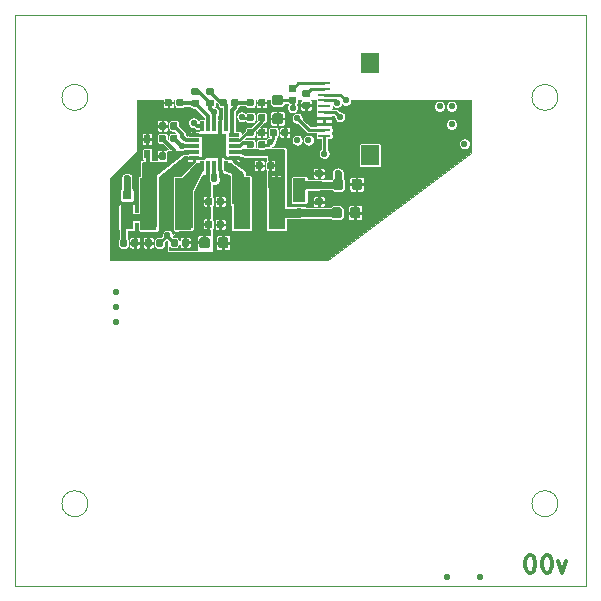
<source format=gbr>
%TF.GenerationSoftware,KiCad,Pcbnew,(5.1.4)-1*%
%TF.CreationDate,2019-10-25T20:31:38-07:00*%
%TF.ProjectId,SolarCellX_v3,536f6c61-7243-4656-9c6c-585f76332e6b,rev?*%
%TF.SameCoordinates,Original*%
%TF.FileFunction,Copper,L6,Bot*%
%TF.FilePolarity,Positive*%
%FSLAX46Y46*%
G04 Gerber Fmt 4.6, Leading zero omitted, Abs format (unit mm)*
G04 Created by KiCad (PCBNEW (5.1.4)-1) date 2019-10-25 20:31:38*
%MOMM*%
%LPD*%
G04 APERTURE LIST*
%ADD10C,0.300000*%
%ADD11C,0.050000*%
%ADD12R,0.800000X0.800000*%
%ADD13R,1.100000X2.000000*%
%ADD14C,0.100000*%
%ADD15C,0.875000*%
%ADD16C,0.590000*%
%ADD17R,0.500000X0.700000*%
%ADD18R,2.150000X2.150000*%
%ADD19R,0.300000X0.900000*%
%ADD20R,0.900000X0.300000*%
%ADD21R,1.500000X1.700000*%
%ADD22R,1.100000X0.250000*%
%ADD23R,1.435100X4.394200*%
%ADD24C,0.584200*%
%ADD25C,0.203200*%
%ADD26C,0.228600*%
%ADD27C,0.299720*%
%ADD28C,0.254000*%
%ADD29C,0.635000*%
%ADD30C,0.248920*%
%ADD31C,0.609600*%
%ADD32C,0.508000*%
%ADD33C,0.381000*%
%ADD34C,0.762000*%
%ADD35C,0.127000*%
%ADD36C,0.088900*%
G04 APERTURE END LIST*
D10*
X136723214Y-86229071D02*
X136366071Y-87229071D01*
X136008928Y-86229071D01*
X135151785Y-85729071D02*
X135008928Y-85729071D01*
X134866071Y-85800500D01*
X134794642Y-85871928D01*
X134723214Y-86014785D01*
X134651785Y-86300500D01*
X134651785Y-86657642D01*
X134723214Y-86943357D01*
X134794642Y-87086214D01*
X134866071Y-87157642D01*
X135008928Y-87229071D01*
X135151785Y-87229071D01*
X135294642Y-87157642D01*
X135366071Y-87086214D01*
X135437500Y-86943357D01*
X135508928Y-86657642D01*
X135508928Y-86300500D01*
X135437500Y-86014785D01*
X135366071Y-85871928D01*
X135294642Y-85800500D01*
X135151785Y-85729071D01*
X133723214Y-85729071D02*
X133580357Y-85729071D01*
X133437500Y-85800500D01*
X133366071Y-85871928D01*
X133294642Y-86014785D01*
X133223214Y-86300500D01*
X133223214Y-86657642D01*
X133294642Y-86943357D01*
X133366071Y-87086214D01*
X133437500Y-87157642D01*
X133580357Y-87229071D01*
X133723214Y-87229071D01*
X133866071Y-87157642D01*
X133937500Y-87086214D01*
X134008928Y-86943357D01*
X134080357Y-86657642D01*
X134080357Y-86300500D01*
X134008928Y-86014785D01*
X133937500Y-85871928D01*
X133866071Y-85800500D01*
X133723214Y-85729071D01*
D11*
X96200000Y-47000000D02*
G75*
G03X96200000Y-47000000I-1100000J0D01*
G01*
X96200000Y-81400000D02*
G75*
G03X96200000Y-81400000I-1100000J0D01*
G01*
X136000000Y-81400000D02*
G75*
G03X136000000Y-81400000I-1100000J0D01*
G01*
X136000000Y-47000000D02*
G75*
G03X136000000Y-47000000I-1100000J0D01*
G01*
X90000000Y-88400000D02*
X138400000Y-88400000D01*
X90000000Y-88400000D02*
X90000000Y-40000000D01*
X138400000Y-40000000D02*
X138400000Y-88400000D01*
X90000000Y-40000000D02*
X138400000Y-40000000D01*
D12*
X99504500Y-55265000D03*
D13*
X99504500Y-57165000D03*
D14*
G36*
X112545691Y-48357053D02*
G01*
X112566926Y-48360203D01*
X112587750Y-48365419D01*
X112607962Y-48372651D01*
X112627368Y-48381830D01*
X112645781Y-48392866D01*
X112663024Y-48405654D01*
X112678930Y-48420070D01*
X112693346Y-48435976D01*
X112706134Y-48453219D01*
X112717170Y-48471632D01*
X112726349Y-48491038D01*
X112733581Y-48511250D01*
X112738797Y-48532074D01*
X112741947Y-48553309D01*
X112743000Y-48574750D01*
X112743000Y-49012250D01*
X112741947Y-49033691D01*
X112738797Y-49054926D01*
X112733581Y-49075750D01*
X112726349Y-49095962D01*
X112717170Y-49115368D01*
X112706134Y-49133781D01*
X112693346Y-49151024D01*
X112678930Y-49166930D01*
X112663024Y-49181346D01*
X112645781Y-49194134D01*
X112627368Y-49205170D01*
X112607962Y-49214349D01*
X112587750Y-49221581D01*
X112566926Y-49226797D01*
X112545691Y-49229947D01*
X112524250Y-49231000D01*
X112011750Y-49231000D01*
X111990309Y-49229947D01*
X111969074Y-49226797D01*
X111948250Y-49221581D01*
X111928038Y-49214349D01*
X111908632Y-49205170D01*
X111890219Y-49194134D01*
X111872976Y-49181346D01*
X111857070Y-49166930D01*
X111842654Y-49151024D01*
X111829866Y-49133781D01*
X111818830Y-49115368D01*
X111809651Y-49095962D01*
X111802419Y-49075750D01*
X111797203Y-49054926D01*
X111794053Y-49033691D01*
X111793000Y-49012250D01*
X111793000Y-48574750D01*
X111794053Y-48553309D01*
X111797203Y-48532074D01*
X111802419Y-48511250D01*
X111809651Y-48491038D01*
X111818830Y-48471632D01*
X111829866Y-48453219D01*
X111842654Y-48435976D01*
X111857070Y-48420070D01*
X111872976Y-48405654D01*
X111890219Y-48392866D01*
X111908632Y-48381830D01*
X111928038Y-48372651D01*
X111948250Y-48365419D01*
X111969074Y-48360203D01*
X111990309Y-48357053D01*
X112011750Y-48356000D01*
X112524250Y-48356000D01*
X112545691Y-48357053D01*
X112545691Y-48357053D01*
G37*
D15*
X112268000Y-48793500D03*
D14*
G36*
X112545691Y-46782053D02*
G01*
X112566926Y-46785203D01*
X112587750Y-46790419D01*
X112607962Y-46797651D01*
X112627368Y-46806830D01*
X112645781Y-46817866D01*
X112663024Y-46830654D01*
X112678930Y-46845070D01*
X112693346Y-46860976D01*
X112706134Y-46878219D01*
X112717170Y-46896632D01*
X112726349Y-46916038D01*
X112733581Y-46936250D01*
X112738797Y-46957074D01*
X112741947Y-46978309D01*
X112743000Y-46999750D01*
X112743000Y-47437250D01*
X112741947Y-47458691D01*
X112738797Y-47479926D01*
X112733581Y-47500750D01*
X112726349Y-47520962D01*
X112717170Y-47540368D01*
X112706134Y-47558781D01*
X112693346Y-47576024D01*
X112678930Y-47591930D01*
X112663024Y-47606346D01*
X112645781Y-47619134D01*
X112627368Y-47630170D01*
X112607962Y-47639349D01*
X112587750Y-47646581D01*
X112566926Y-47651797D01*
X112545691Y-47654947D01*
X112524250Y-47656000D01*
X112011750Y-47656000D01*
X111990309Y-47654947D01*
X111969074Y-47651797D01*
X111948250Y-47646581D01*
X111928038Y-47639349D01*
X111908632Y-47630170D01*
X111890219Y-47619134D01*
X111872976Y-47606346D01*
X111857070Y-47591930D01*
X111842654Y-47576024D01*
X111829866Y-47558781D01*
X111818830Y-47540368D01*
X111809651Y-47520962D01*
X111802419Y-47500750D01*
X111797203Y-47479926D01*
X111794053Y-47458691D01*
X111793000Y-47437250D01*
X111793000Y-46999750D01*
X111794053Y-46978309D01*
X111797203Y-46957074D01*
X111802419Y-46936250D01*
X111809651Y-46916038D01*
X111818830Y-46896632D01*
X111829866Y-46878219D01*
X111842654Y-46860976D01*
X111857070Y-46845070D01*
X111872976Y-46830654D01*
X111890219Y-46817866D01*
X111908632Y-46806830D01*
X111928038Y-46797651D01*
X111948250Y-46790419D01*
X111969074Y-46785203D01*
X111990309Y-46782053D01*
X112011750Y-46781000D01*
X112524250Y-46781000D01*
X112545691Y-46782053D01*
X112545691Y-46782053D01*
G37*
D15*
X112268000Y-47218500D03*
D14*
G36*
X107560618Y-57429366D02*
G01*
X107574936Y-57431490D01*
X107588977Y-57435007D01*
X107602606Y-57439884D01*
X107615691Y-57446073D01*
X107628107Y-57453514D01*
X107639733Y-57462137D01*
X107650458Y-57471858D01*
X107660179Y-57482583D01*
X107668802Y-57494209D01*
X107676243Y-57506625D01*
X107682432Y-57519710D01*
X107687309Y-57533339D01*
X107690826Y-57547380D01*
X107692950Y-57561698D01*
X107693660Y-57576156D01*
X107693660Y-57921156D01*
X107692950Y-57935614D01*
X107690826Y-57949932D01*
X107687309Y-57963973D01*
X107682432Y-57977602D01*
X107676243Y-57990687D01*
X107668802Y-58003103D01*
X107660179Y-58014729D01*
X107650458Y-58025454D01*
X107639733Y-58035175D01*
X107628107Y-58043798D01*
X107615691Y-58051239D01*
X107602606Y-58057428D01*
X107588977Y-58062305D01*
X107574936Y-58065822D01*
X107560618Y-58067946D01*
X107546160Y-58068656D01*
X107251160Y-58068656D01*
X107236702Y-58067946D01*
X107222384Y-58065822D01*
X107208343Y-58062305D01*
X107194714Y-58057428D01*
X107181629Y-58051239D01*
X107169213Y-58043798D01*
X107157587Y-58035175D01*
X107146862Y-58025454D01*
X107137141Y-58014729D01*
X107128518Y-58003103D01*
X107121077Y-57990687D01*
X107114888Y-57977602D01*
X107110011Y-57963973D01*
X107106494Y-57949932D01*
X107104370Y-57935614D01*
X107103660Y-57921156D01*
X107103660Y-57576156D01*
X107104370Y-57561698D01*
X107106494Y-57547380D01*
X107110011Y-57533339D01*
X107114888Y-57519710D01*
X107121077Y-57506625D01*
X107128518Y-57494209D01*
X107137141Y-57482583D01*
X107146862Y-57471858D01*
X107157587Y-57462137D01*
X107169213Y-57453514D01*
X107181629Y-57446073D01*
X107194714Y-57439884D01*
X107208343Y-57435007D01*
X107222384Y-57431490D01*
X107236702Y-57429366D01*
X107251160Y-57428656D01*
X107546160Y-57428656D01*
X107560618Y-57429366D01*
X107560618Y-57429366D01*
G37*
D16*
X107398660Y-57748656D03*
D14*
G36*
X106590618Y-57429366D02*
G01*
X106604936Y-57431490D01*
X106618977Y-57435007D01*
X106632606Y-57439884D01*
X106645691Y-57446073D01*
X106658107Y-57453514D01*
X106669733Y-57462137D01*
X106680458Y-57471858D01*
X106690179Y-57482583D01*
X106698802Y-57494209D01*
X106706243Y-57506625D01*
X106712432Y-57519710D01*
X106717309Y-57533339D01*
X106720826Y-57547380D01*
X106722950Y-57561698D01*
X106723660Y-57576156D01*
X106723660Y-57921156D01*
X106722950Y-57935614D01*
X106720826Y-57949932D01*
X106717309Y-57963973D01*
X106712432Y-57977602D01*
X106706243Y-57990687D01*
X106698802Y-58003103D01*
X106690179Y-58014729D01*
X106680458Y-58025454D01*
X106669733Y-58035175D01*
X106658107Y-58043798D01*
X106645691Y-58051239D01*
X106632606Y-58057428D01*
X106618977Y-58062305D01*
X106604936Y-58065822D01*
X106590618Y-58067946D01*
X106576160Y-58068656D01*
X106281160Y-58068656D01*
X106266702Y-58067946D01*
X106252384Y-58065822D01*
X106238343Y-58062305D01*
X106224714Y-58057428D01*
X106211629Y-58051239D01*
X106199213Y-58043798D01*
X106187587Y-58035175D01*
X106176862Y-58025454D01*
X106167141Y-58014729D01*
X106158518Y-58003103D01*
X106151077Y-57990687D01*
X106144888Y-57977602D01*
X106140011Y-57963973D01*
X106136494Y-57949932D01*
X106134370Y-57935614D01*
X106133660Y-57921156D01*
X106133660Y-57576156D01*
X106134370Y-57561698D01*
X106136494Y-57547380D01*
X106140011Y-57533339D01*
X106144888Y-57519710D01*
X106151077Y-57506625D01*
X106158518Y-57494209D01*
X106167141Y-57482583D01*
X106176862Y-57471858D01*
X106187587Y-57462137D01*
X106199213Y-57453514D01*
X106211629Y-57446073D01*
X106224714Y-57439884D01*
X106238343Y-57435007D01*
X106252384Y-57431490D01*
X106266702Y-57429366D01*
X106281160Y-57428656D01*
X106576160Y-57428656D01*
X106590618Y-57429366D01*
X106590618Y-57429366D01*
G37*
D16*
X106428660Y-57748656D03*
D14*
G36*
X119201191Y-53882053D02*
G01*
X119222426Y-53885203D01*
X119243250Y-53890419D01*
X119263462Y-53897651D01*
X119282868Y-53906830D01*
X119301281Y-53917866D01*
X119318524Y-53930654D01*
X119334430Y-53945070D01*
X119348846Y-53960976D01*
X119361634Y-53978219D01*
X119372670Y-53996632D01*
X119381849Y-54016038D01*
X119389081Y-54036250D01*
X119394297Y-54057074D01*
X119397447Y-54078309D01*
X119398500Y-54099750D01*
X119398500Y-54612250D01*
X119397447Y-54633691D01*
X119394297Y-54654926D01*
X119389081Y-54675750D01*
X119381849Y-54695962D01*
X119372670Y-54715368D01*
X119361634Y-54733781D01*
X119348846Y-54751024D01*
X119334430Y-54766930D01*
X119318524Y-54781346D01*
X119301281Y-54794134D01*
X119282868Y-54805170D01*
X119263462Y-54814349D01*
X119243250Y-54821581D01*
X119222426Y-54826797D01*
X119201191Y-54829947D01*
X119179750Y-54831000D01*
X118742250Y-54831000D01*
X118720809Y-54829947D01*
X118699574Y-54826797D01*
X118678750Y-54821581D01*
X118658538Y-54814349D01*
X118639132Y-54805170D01*
X118620719Y-54794134D01*
X118603476Y-54781346D01*
X118587570Y-54766930D01*
X118573154Y-54751024D01*
X118560366Y-54733781D01*
X118549330Y-54715368D01*
X118540151Y-54695962D01*
X118532919Y-54675750D01*
X118527703Y-54654926D01*
X118524553Y-54633691D01*
X118523500Y-54612250D01*
X118523500Y-54099750D01*
X118524553Y-54078309D01*
X118527703Y-54057074D01*
X118532919Y-54036250D01*
X118540151Y-54016038D01*
X118549330Y-53996632D01*
X118560366Y-53978219D01*
X118573154Y-53960976D01*
X118587570Y-53945070D01*
X118603476Y-53930654D01*
X118620719Y-53917866D01*
X118639132Y-53906830D01*
X118658538Y-53897651D01*
X118678750Y-53890419D01*
X118699574Y-53885203D01*
X118720809Y-53882053D01*
X118742250Y-53881000D01*
X119179750Y-53881000D01*
X119201191Y-53882053D01*
X119201191Y-53882053D01*
G37*
D15*
X118961000Y-54356000D03*
D14*
G36*
X117626191Y-53882053D02*
G01*
X117647426Y-53885203D01*
X117668250Y-53890419D01*
X117688462Y-53897651D01*
X117707868Y-53906830D01*
X117726281Y-53917866D01*
X117743524Y-53930654D01*
X117759430Y-53945070D01*
X117773846Y-53960976D01*
X117786634Y-53978219D01*
X117797670Y-53996632D01*
X117806849Y-54016038D01*
X117814081Y-54036250D01*
X117819297Y-54057074D01*
X117822447Y-54078309D01*
X117823500Y-54099750D01*
X117823500Y-54612250D01*
X117822447Y-54633691D01*
X117819297Y-54654926D01*
X117814081Y-54675750D01*
X117806849Y-54695962D01*
X117797670Y-54715368D01*
X117786634Y-54733781D01*
X117773846Y-54751024D01*
X117759430Y-54766930D01*
X117743524Y-54781346D01*
X117726281Y-54794134D01*
X117707868Y-54805170D01*
X117688462Y-54814349D01*
X117668250Y-54821581D01*
X117647426Y-54826797D01*
X117626191Y-54829947D01*
X117604750Y-54831000D01*
X117167250Y-54831000D01*
X117145809Y-54829947D01*
X117124574Y-54826797D01*
X117103750Y-54821581D01*
X117083538Y-54814349D01*
X117064132Y-54805170D01*
X117045719Y-54794134D01*
X117028476Y-54781346D01*
X117012570Y-54766930D01*
X116998154Y-54751024D01*
X116985366Y-54733781D01*
X116974330Y-54715368D01*
X116965151Y-54695962D01*
X116957919Y-54675750D01*
X116952703Y-54654926D01*
X116949553Y-54633691D01*
X116948500Y-54612250D01*
X116948500Y-54099750D01*
X116949553Y-54078309D01*
X116952703Y-54057074D01*
X116957919Y-54036250D01*
X116965151Y-54016038D01*
X116974330Y-53996632D01*
X116985366Y-53978219D01*
X116998154Y-53960976D01*
X117012570Y-53945070D01*
X117028476Y-53930654D01*
X117045719Y-53917866D01*
X117064132Y-53906830D01*
X117083538Y-53897651D01*
X117103750Y-53890419D01*
X117124574Y-53885203D01*
X117145809Y-53882053D01*
X117167250Y-53881000D01*
X117604750Y-53881000D01*
X117626191Y-53882053D01*
X117626191Y-53882053D01*
G37*
D15*
X117386000Y-54356000D03*
D17*
X101219000Y-51816000D03*
X101219000Y-50516000D03*
D18*
X106893660Y-51144656D03*
D19*
X105893660Y-52844656D03*
X106393660Y-52844656D03*
X106893660Y-52844656D03*
X107393660Y-52844656D03*
X107893660Y-52844656D03*
D20*
X108593660Y-52144656D03*
X108593660Y-51644656D03*
X108593660Y-51144656D03*
X108593660Y-50644656D03*
X108593660Y-50144656D03*
D19*
X107893660Y-49444656D03*
X107393660Y-49444656D03*
X106893660Y-49444656D03*
X106393660Y-49444656D03*
X105893660Y-49444656D03*
D20*
X105193660Y-50144656D03*
X105193660Y-50644656D03*
X105193660Y-51144656D03*
X105193660Y-51644656D03*
X105193660Y-52144656D03*
D12*
X114109500Y-56749000D03*
D13*
X114109500Y-54849000D03*
D14*
G36*
X104151958Y-47115210D02*
G01*
X104166276Y-47117334D01*
X104180317Y-47120851D01*
X104193946Y-47125728D01*
X104207031Y-47131917D01*
X104219447Y-47139358D01*
X104231073Y-47147981D01*
X104241798Y-47157702D01*
X104251519Y-47168427D01*
X104260142Y-47180053D01*
X104267583Y-47192469D01*
X104273772Y-47205554D01*
X104278649Y-47219183D01*
X104282166Y-47233224D01*
X104284290Y-47247542D01*
X104285000Y-47262000D01*
X104285000Y-47607000D01*
X104284290Y-47621458D01*
X104282166Y-47635776D01*
X104278649Y-47649817D01*
X104273772Y-47663446D01*
X104267583Y-47676531D01*
X104260142Y-47688947D01*
X104251519Y-47700573D01*
X104241798Y-47711298D01*
X104231073Y-47721019D01*
X104219447Y-47729642D01*
X104207031Y-47737083D01*
X104193946Y-47743272D01*
X104180317Y-47748149D01*
X104166276Y-47751666D01*
X104151958Y-47753790D01*
X104137500Y-47754500D01*
X103842500Y-47754500D01*
X103828042Y-47753790D01*
X103813724Y-47751666D01*
X103799683Y-47748149D01*
X103786054Y-47743272D01*
X103772969Y-47737083D01*
X103760553Y-47729642D01*
X103748927Y-47721019D01*
X103738202Y-47711298D01*
X103728481Y-47700573D01*
X103719858Y-47688947D01*
X103712417Y-47676531D01*
X103706228Y-47663446D01*
X103701351Y-47649817D01*
X103697834Y-47635776D01*
X103695710Y-47621458D01*
X103695000Y-47607000D01*
X103695000Y-47262000D01*
X103695710Y-47247542D01*
X103697834Y-47233224D01*
X103701351Y-47219183D01*
X103706228Y-47205554D01*
X103712417Y-47192469D01*
X103719858Y-47180053D01*
X103728481Y-47168427D01*
X103738202Y-47157702D01*
X103748927Y-47147981D01*
X103760553Y-47139358D01*
X103772969Y-47131917D01*
X103786054Y-47125728D01*
X103799683Y-47120851D01*
X103813724Y-47117334D01*
X103828042Y-47115210D01*
X103842500Y-47114500D01*
X104137500Y-47114500D01*
X104151958Y-47115210D01*
X104151958Y-47115210D01*
G37*
D16*
X103990000Y-47434500D03*
D14*
G36*
X103181958Y-47115210D02*
G01*
X103196276Y-47117334D01*
X103210317Y-47120851D01*
X103223946Y-47125728D01*
X103237031Y-47131917D01*
X103249447Y-47139358D01*
X103261073Y-47147981D01*
X103271798Y-47157702D01*
X103281519Y-47168427D01*
X103290142Y-47180053D01*
X103297583Y-47192469D01*
X103303772Y-47205554D01*
X103308649Y-47219183D01*
X103312166Y-47233224D01*
X103314290Y-47247542D01*
X103315000Y-47262000D01*
X103315000Y-47607000D01*
X103314290Y-47621458D01*
X103312166Y-47635776D01*
X103308649Y-47649817D01*
X103303772Y-47663446D01*
X103297583Y-47676531D01*
X103290142Y-47688947D01*
X103281519Y-47700573D01*
X103271798Y-47711298D01*
X103261073Y-47721019D01*
X103249447Y-47729642D01*
X103237031Y-47737083D01*
X103223946Y-47743272D01*
X103210317Y-47748149D01*
X103196276Y-47751666D01*
X103181958Y-47753790D01*
X103167500Y-47754500D01*
X102872500Y-47754500D01*
X102858042Y-47753790D01*
X102843724Y-47751666D01*
X102829683Y-47748149D01*
X102816054Y-47743272D01*
X102802969Y-47737083D01*
X102790553Y-47729642D01*
X102778927Y-47721019D01*
X102768202Y-47711298D01*
X102758481Y-47700573D01*
X102749858Y-47688947D01*
X102742417Y-47676531D01*
X102736228Y-47663446D01*
X102731351Y-47649817D01*
X102727834Y-47635776D01*
X102725710Y-47621458D01*
X102725000Y-47607000D01*
X102725000Y-47262000D01*
X102725710Y-47247542D01*
X102727834Y-47233224D01*
X102731351Y-47219183D01*
X102736228Y-47205554D01*
X102742417Y-47192469D01*
X102749858Y-47180053D01*
X102758481Y-47168427D01*
X102768202Y-47157702D01*
X102778927Y-47147981D01*
X102790553Y-47139358D01*
X102802969Y-47131917D01*
X102816054Y-47125728D01*
X102829683Y-47120851D01*
X102843724Y-47117334D01*
X102858042Y-47115210D01*
X102872500Y-47114500D01*
X103167500Y-47114500D01*
X103181958Y-47115210D01*
X103181958Y-47115210D01*
G37*
D16*
X103020000Y-47434500D03*
D14*
G36*
X105469958Y-46210710D02*
G01*
X105484276Y-46212834D01*
X105498317Y-46216351D01*
X105511946Y-46221228D01*
X105525031Y-46227417D01*
X105537447Y-46234858D01*
X105549073Y-46243481D01*
X105559798Y-46253202D01*
X105569519Y-46263927D01*
X105578142Y-46275553D01*
X105585583Y-46287969D01*
X105591772Y-46301054D01*
X105596649Y-46314683D01*
X105600166Y-46328724D01*
X105602290Y-46343042D01*
X105603000Y-46357500D01*
X105603000Y-46652500D01*
X105602290Y-46666958D01*
X105600166Y-46681276D01*
X105596649Y-46695317D01*
X105591772Y-46708946D01*
X105585583Y-46722031D01*
X105578142Y-46734447D01*
X105569519Y-46746073D01*
X105559798Y-46756798D01*
X105549073Y-46766519D01*
X105537447Y-46775142D01*
X105525031Y-46782583D01*
X105511946Y-46788772D01*
X105498317Y-46793649D01*
X105484276Y-46797166D01*
X105469958Y-46799290D01*
X105455500Y-46800000D01*
X105110500Y-46800000D01*
X105096042Y-46799290D01*
X105081724Y-46797166D01*
X105067683Y-46793649D01*
X105054054Y-46788772D01*
X105040969Y-46782583D01*
X105028553Y-46775142D01*
X105016927Y-46766519D01*
X105006202Y-46756798D01*
X104996481Y-46746073D01*
X104987858Y-46734447D01*
X104980417Y-46722031D01*
X104974228Y-46708946D01*
X104969351Y-46695317D01*
X104965834Y-46681276D01*
X104963710Y-46666958D01*
X104963000Y-46652500D01*
X104963000Y-46357500D01*
X104963710Y-46343042D01*
X104965834Y-46328724D01*
X104969351Y-46314683D01*
X104974228Y-46301054D01*
X104980417Y-46287969D01*
X104987858Y-46275553D01*
X104996481Y-46263927D01*
X105006202Y-46253202D01*
X105016927Y-46243481D01*
X105028553Y-46234858D01*
X105040969Y-46227417D01*
X105054054Y-46221228D01*
X105067683Y-46216351D01*
X105081724Y-46212834D01*
X105096042Y-46210710D01*
X105110500Y-46210000D01*
X105455500Y-46210000D01*
X105469958Y-46210710D01*
X105469958Y-46210710D01*
G37*
D16*
X105283000Y-46505000D03*
D14*
G36*
X105469958Y-47180710D02*
G01*
X105484276Y-47182834D01*
X105498317Y-47186351D01*
X105511946Y-47191228D01*
X105525031Y-47197417D01*
X105537447Y-47204858D01*
X105549073Y-47213481D01*
X105559798Y-47223202D01*
X105569519Y-47233927D01*
X105578142Y-47245553D01*
X105585583Y-47257969D01*
X105591772Y-47271054D01*
X105596649Y-47284683D01*
X105600166Y-47298724D01*
X105602290Y-47313042D01*
X105603000Y-47327500D01*
X105603000Y-47622500D01*
X105602290Y-47636958D01*
X105600166Y-47651276D01*
X105596649Y-47665317D01*
X105591772Y-47678946D01*
X105585583Y-47692031D01*
X105578142Y-47704447D01*
X105569519Y-47716073D01*
X105559798Y-47726798D01*
X105549073Y-47736519D01*
X105537447Y-47745142D01*
X105525031Y-47752583D01*
X105511946Y-47758772D01*
X105498317Y-47763649D01*
X105484276Y-47767166D01*
X105469958Y-47769290D01*
X105455500Y-47770000D01*
X105110500Y-47770000D01*
X105096042Y-47769290D01*
X105081724Y-47767166D01*
X105067683Y-47763649D01*
X105054054Y-47758772D01*
X105040969Y-47752583D01*
X105028553Y-47745142D01*
X105016927Y-47736519D01*
X105006202Y-47726798D01*
X104996481Y-47716073D01*
X104987858Y-47704447D01*
X104980417Y-47692031D01*
X104974228Y-47678946D01*
X104969351Y-47665317D01*
X104965834Y-47651276D01*
X104963710Y-47636958D01*
X104963000Y-47622500D01*
X104963000Y-47327500D01*
X104963710Y-47313042D01*
X104965834Y-47298724D01*
X104969351Y-47284683D01*
X104974228Y-47271054D01*
X104980417Y-47257969D01*
X104987858Y-47245553D01*
X104996481Y-47233927D01*
X105006202Y-47223202D01*
X105016927Y-47213481D01*
X105028553Y-47204858D01*
X105040969Y-47197417D01*
X105054054Y-47191228D01*
X105067683Y-47186351D01*
X105081724Y-47182834D01*
X105096042Y-47180710D01*
X105110500Y-47180000D01*
X105455500Y-47180000D01*
X105469958Y-47180710D01*
X105469958Y-47180710D01*
G37*
D16*
X105283000Y-47475000D03*
D14*
G36*
X103689958Y-58989710D02*
G01*
X103704276Y-58991834D01*
X103718317Y-58995351D01*
X103731946Y-59000228D01*
X103745031Y-59006417D01*
X103757447Y-59013858D01*
X103769073Y-59022481D01*
X103779798Y-59032202D01*
X103789519Y-59042927D01*
X103798142Y-59054553D01*
X103805583Y-59066969D01*
X103811772Y-59080054D01*
X103816649Y-59093683D01*
X103820166Y-59107724D01*
X103822290Y-59122042D01*
X103823000Y-59136500D01*
X103823000Y-59481500D01*
X103822290Y-59495958D01*
X103820166Y-59510276D01*
X103816649Y-59524317D01*
X103811772Y-59537946D01*
X103805583Y-59551031D01*
X103798142Y-59563447D01*
X103789519Y-59575073D01*
X103779798Y-59585798D01*
X103769073Y-59595519D01*
X103757447Y-59604142D01*
X103745031Y-59611583D01*
X103731946Y-59617772D01*
X103718317Y-59622649D01*
X103704276Y-59626166D01*
X103689958Y-59628290D01*
X103675500Y-59629000D01*
X103380500Y-59629000D01*
X103366042Y-59628290D01*
X103351724Y-59626166D01*
X103337683Y-59622649D01*
X103324054Y-59617772D01*
X103310969Y-59611583D01*
X103298553Y-59604142D01*
X103286927Y-59595519D01*
X103276202Y-59585798D01*
X103266481Y-59575073D01*
X103257858Y-59563447D01*
X103250417Y-59551031D01*
X103244228Y-59537946D01*
X103239351Y-59524317D01*
X103235834Y-59510276D01*
X103233710Y-59495958D01*
X103233000Y-59481500D01*
X103233000Y-59136500D01*
X103233710Y-59122042D01*
X103235834Y-59107724D01*
X103239351Y-59093683D01*
X103244228Y-59080054D01*
X103250417Y-59066969D01*
X103257858Y-59054553D01*
X103266481Y-59042927D01*
X103276202Y-59032202D01*
X103286927Y-59022481D01*
X103298553Y-59013858D01*
X103310969Y-59006417D01*
X103324054Y-59000228D01*
X103337683Y-58995351D01*
X103351724Y-58991834D01*
X103366042Y-58989710D01*
X103380500Y-58989000D01*
X103675500Y-58989000D01*
X103689958Y-58989710D01*
X103689958Y-58989710D01*
G37*
D16*
X103528000Y-59309000D03*
D14*
G36*
X104659958Y-58989710D02*
G01*
X104674276Y-58991834D01*
X104688317Y-58995351D01*
X104701946Y-59000228D01*
X104715031Y-59006417D01*
X104727447Y-59013858D01*
X104739073Y-59022481D01*
X104749798Y-59032202D01*
X104759519Y-59042927D01*
X104768142Y-59054553D01*
X104775583Y-59066969D01*
X104781772Y-59080054D01*
X104786649Y-59093683D01*
X104790166Y-59107724D01*
X104792290Y-59122042D01*
X104793000Y-59136500D01*
X104793000Y-59481500D01*
X104792290Y-59495958D01*
X104790166Y-59510276D01*
X104786649Y-59524317D01*
X104781772Y-59537946D01*
X104775583Y-59551031D01*
X104768142Y-59563447D01*
X104759519Y-59575073D01*
X104749798Y-59585798D01*
X104739073Y-59595519D01*
X104727447Y-59604142D01*
X104715031Y-59611583D01*
X104701946Y-59617772D01*
X104688317Y-59622649D01*
X104674276Y-59626166D01*
X104659958Y-59628290D01*
X104645500Y-59629000D01*
X104350500Y-59629000D01*
X104336042Y-59628290D01*
X104321724Y-59626166D01*
X104307683Y-59622649D01*
X104294054Y-59617772D01*
X104280969Y-59611583D01*
X104268553Y-59604142D01*
X104256927Y-59595519D01*
X104246202Y-59585798D01*
X104236481Y-59575073D01*
X104227858Y-59563447D01*
X104220417Y-59551031D01*
X104214228Y-59537946D01*
X104209351Y-59524317D01*
X104205834Y-59510276D01*
X104203710Y-59495958D01*
X104203000Y-59481500D01*
X104203000Y-59136500D01*
X104203710Y-59122042D01*
X104205834Y-59107724D01*
X104209351Y-59093683D01*
X104214228Y-59080054D01*
X104220417Y-59066969D01*
X104227858Y-59054553D01*
X104236481Y-59042927D01*
X104246202Y-59032202D01*
X104256927Y-59022481D01*
X104268553Y-59013858D01*
X104280969Y-59006417D01*
X104294054Y-59000228D01*
X104307683Y-58995351D01*
X104321724Y-58991834D01*
X104336042Y-58989710D01*
X104350500Y-58989000D01*
X104645500Y-58989000D01*
X104659958Y-58989710D01*
X104659958Y-58989710D01*
G37*
D16*
X104498000Y-59309000D03*
D14*
G36*
X107560618Y-55497210D02*
G01*
X107574936Y-55499334D01*
X107588977Y-55502851D01*
X107602606Y-55507728D01*
X107615691Y-55513917D01*
X107628107Y-55521358D01*
X107639733Y-55529981D01*
X107650458Y-55539702D01*
X107660179Y-55550427D01*
X107668802Y-55562053D01*
X107676243Y-55574469D01*
X107682432Y-55587554D01*
X107687309Y-55601183D01*
X107690826Y-55615224D01*
X107692950Y-55629542D01*
X107693660Y-55644000D01*
X107693660Y-55989000D01*
X107692950Y-56003458D01*
X107690826Y-56017776D01*
X107687309Y-56031817D01*
X107682432Y-56045446D01*
X107676243Y-56058531D01*
X107668802Y-56070947D01*
X107660179Y-56082573D01*
X107650458Y-56093298D01*
X107639733Y-56103019D01*
X107628107Y-56111642D01*
X107615691Y-56119083D01*
X107602606Y-56125272D01*
X107588977Y-56130149D01*
X107574936Y-56133666D01*
X107560618Y-56135790D01*
X107546160Y-56136500D01*
X107251160Y-56136500D01*
X107236702Y-56135790D01*
X107222384Y-56133666D01*
X107208343Y-56130149D01*
X107194714Y-56125272D01*
X107181629Y-56119083D01*
X107169213Y-56111642D01*
X107157587Y-56103019D01*
X107146862Y-56093298D01*
X107137141Y-56082573D01*
X107128518Y-56070947D01*
X107121077Y-56058531D01*
X107114888Y-56045446D01*
X107110011Y-56031817D01*
X107106494Y-56017776D01*
X107104370Y-56003458D01*
X107103660Y-55989000D01*
X107103660Y-55644000D01*
X107104370Y-55629542D01*
X107106494Y-55615224D01*
X107110011Y-55601183D01*
X107114888Y-55587554D01*
X107121077Y-55574469D01*
X107128518Y-55562053D01*
X107137141Y-55550427D01*
X107146862Y-55539702D01*
X107157587Y-55529981D01*
X107169213Y-55521358D01*
X107181629Y-55513917D01*
X107194714Y-55507728D01*
X107208343Y-55502851D01*
X107222384Y-55499334D01*
X107236702Y-55497210D01*
X107251160Y-55496500D01*
X107546160Y-55496500D01*
X107560618Y-55497210D01*
X107560618Y-55497210D01*
G37*
D16*
X107398660Y-55816500D03*
D14*
G36*
X106590618Y-55497210D02*
G01*
X106604936Y-55499334D01*
X106618977Y-55502851D01*
X106632606Y-55507728D01*
X106645691Y-55513917D01*
X106658107Y-55521358D01*
X106669733Y-55529981D01*
X106680458Y-55539702D01*
X106690179Y-55550427D01*
X106698802Y-55562053D01*
X106706243Y-55574469D01*
X106712432Y-55587554D01*
X106717309Y-55601183D01*
X106720826Y-55615224D01*
X106722950Y-55629542D01*
X106723660Y-55644000D01*
X106723660Y-55989000D01*
X106722950Y-56003458D01*
X106720826Y-56017776D01*
X106717309Y-56031817D01*
X106712432Y-56045446D01*
X106706243Y-56058531D01*
X106698802Y-56070947D01*
X106690179Y-56082573D01*
X106680458Y-56093298D01*
X106669733Y-56103019D01*
X106658107Y-56111642D01*
X106645691Y-56119083D01*
X106632606Y-56125272D01*
X106618977Y-56130149D01*
X106604936Y-56133666D01*
X106590618Y-56135790D01*
X106576160Y-56136500D01*
X106281160Y-56136500D01*
X106266702Y-56135790D01*
X106252384Y-56133666D01*
X106238343Y-56130149D01*
X106224714Y-56125272D01*
X106211629Y-56119083D01*
X106199213Y-56111642D01*
X106187587Y-56103019D01*
X106176862Y-56093298D01*
X106167141Y-56082573D01*
X106158518Y-56070947D01*
X106151077Y-56058531D01*
X106144888Y-56045446D01*
X106140011Y-56031817D01*
X106136494Y-56017776D01*
X106134370Y-56003458D01*
X106133660Y-55989000D01*
X106133660Y-55644000D01*
X106134370Y-55629542D01*
X106136494Y-55615224D01*
X106140011Y-55601183D01*
X106144888Y-55587554D01*
X106151077Y-55574469D01*
X106158518Y-55562053D01*
X106167141Y-55550427D01*
X106176862Y-55539702D01*
X106187587Y-55529981D01*
X106199213Y-55521358D01*
X106211629Y-55513917D01*
X106224714Y-55507728D01*
X106238343Y-55502851D01*
X106252384Y-55499334D01*
X106266702Y-55497210D01*
X106281160Y-55496500D01*
X106576160Y-55496500D01*
X106590618Y-55497210D01*
X106590618Y-55497210D01*
G37*
D16*
X106428660Y-55816500D03*
D21*
X120105000Y-51906000D03*
X120105000Y-44106000D03*
D22*
X116205000Y-50256000D03*
X116205000Y-49756000D03*
X116205000Y-49256000D03*
X116205000Y-48756000D03*
X116205000Y-48256000D03*
X116205000Y-47756000D03*
X116205000Y-47256000D03*
X116205000Y-46756000D03*
X116205000Y-46256000D03*
X116205000Y-45756000D03*
D14*
G36*
X119074191Y-56295053D02*
G01*
X119095426Y-56298203D01*
X119116250Y-56303419D01*
X119136462Y-56310651D01*
X119155868Y-56319830D01*
X119174281Y-56330866D01*
X119191524Y-56343654D01*
X119207430Y-56358070D01*
X119221846Y-56373976D01*
X119234634Y-56391219D01*
X119245670Y-56409632D01*
X119254849Y-56429038D01*
X119262081Y-56449250D01*
X119267297Y-56470074D01*
X119270447Y-56491309D01*
X119271500Y-56512750D01*
X119271500Y-57025250D01*
X119270447Y-57046691D01*
X119267297Y-57067926D01*
X119262081Y-57088750D01*
X119254849Y-57108962D01*
X119245670Y-57128368D01*
X119234634Y-57146781D01*
X119221846Y-57164024D01*
X119207430Y-57179930D01*
X119191524Y-57194346D01*
X119174281Y-57207134D01*
X119155868Y-57218170D01*
X119136462Y-57227349D01*
X119116250Y-57234581D01*
X119095426Y-57239797D01*
X119074191Y-57242947D01*
X119052750Y-57244000D01*
X118615250Y-57244000D01*
X118593809Y-57242947D01*
X118572574Y-57239797D01*
X118551750Y-57234581D01*
X118531538Y-57227349D01*
X118512132Y-57218170D01*
X118493719Y-57207134D01*
X118476476Y-57194346D01*
X118460570Y-57179930D01*
X118446154Y-57164024D01*
X118433366Y-57146781D01*
X118422330Y-57128368D01*
X118413151Y-57108962D01*
X118405919Y-57088750D01*
X118400703Y-57067926D01*
X118397553Y-57046691D01*
X118396500Y-57025250D01*
X118396500Y-56512750D01*
X118397553Y-56491309D01*
X118400703Y-56470074D01*
X118405919Y-56449250D01*
X118413151Y-56429038D01*
X118422330Y-56409632D01*
X118433366Y-56391219D01*
X118446154Y-56373976D01*
X118460570Y-56358070D01*
X118476476Y-56343654D01*
X118493719Y-56330866D01*
X118512132Y-56319830D01*
X118531538Y-56310651D01*
X118551750Y-56303419D01*
X118572574Y-56298203D01*
X118593809Y-56295053D01*
X118615250Y-56294000D01*
X119052750Y-56294000D01*
X119074191Y-56295053D01*
X119074191Y-56295053D01*
G37*
D15*
X118834000Y-56769000D03*
D14*
G36*
X117499191Y-56295053D02*
G01*
X117520426Y-56298203D01*
X117541250Y-56303419D01*
X117561462Y-56310651D01*
X117580868Y-56319830D01*
X117599281Y-56330866D01*
X117616524Y-56343654D01*
X117632430Y-56358070D01*
X117646846Y-56373976D01*
X117659634Y-56391219D01*
X117670670Y-56409632D01*
X117679849Y-56429038D01*
X117687081Y-56449250D01*
X117692297Y-56470074D01*
X117695447Y-56491309D01*
X117696500Y-56512750D01*
X117696500Y-57025250D01*
X117695447Y-57046691D01*
X117692297Y-57067926D01*
X117687081Y-57088750D01*
X117679849Y-57108962D01*
X117670670Y-57128368D01*
X117659634Y-57146781D01*
X117646846Y-57164024D01*
X117632430Y-57179930D01*
X117616524Y-57194346D01*
X117599281Y-57207134D01*
X117580868Y-57218170D01*
X117561462Y-57227349D01*
X117541250Y-57234581D01*
X117520426Y-57239797D01*
X117499191Y-57242947D01*
X117477750Y-57244000D01*
X117040250Y-57244000D01*
X117018809Y-57242947D01*
X116997574Y-57239797D01*
X116976750Y-57234581D01*
X116956538Y-57227349D01*
X116937132Y-57218170D01*
X116918719Y-57207134D01*
X116901476Y-57194346D01*
X116885570Y-57179930D01*
X116871154Y-57164024D01*
X116858366Y-57146781D01*
X116847330Y-57128368D01*
X116838151Y-57108962D01*
X116830919Y-57088750D01*
X116825703Y-57067926D01*
X116822553Y-57046691D01*
X116821500Y-57025250D01*
X116821500Y-56512750D01*
X116822553Y-56491309D01*
X116825703Y-56470074D01*
X116830919Y-56449250D01*
X116838151Y-56429038D01*
X116847330Y-56409632D01*
X116858366Y-56391219D01*
X116871154Y-56373976D01*
X116885570Y-56358070D01*
X116901476Y-56343654D01*
X116918719Y-56330866D01*
X116937132Y-56319830D01*
X116956538Y-56310651D01*
X116976750Y-56303419D01*
X116997574Y-56298203D01*
X117018809Y-56295053D01*
X117040250Y-56294000D01*
X117477750Y-56294000D01*
X117499191Y-56295053D01*
X117499191Y-56295053D01*
G37*
D15*
X117259000Y-56769000D03*
D14*
G36*
X115947458Y-53132210D02*
G01*
X115961776Y-53134334D01*
X115975817Y-53137851D01*
X115989446Y-53142728D01*
X116002531Y-53148917D01*
X116014947Y-53156358D01*
X116026573Y-53164981D01*
X116037298Y-53174702D01*
X116047019Y-53185427D01*
X116055642Y-53197053D01*
X116063083Y-53209469D01*
X116069272Y-53222554D01*
X116074149Y-53236183D01*
X116077666Y-53250224D01*
X116079790Y-53264542D01*
X116080500Y-53279000D01*
X116080500Y-53574000D01*
X116079790Y-53588458D01*
X116077666Y-53602776D01*
X116074149Y-53616817D01*
X116069272Y-53630446D01*
X116063083Y-53643531D01*
X116055642Y-53655947D01*
X116047019Y-53667573D01*
X116037298Y-53678298D01*
X116026573Y-53688019D01*
X116014947Y-53696642D01*
X116002531Y-53704083D01*
X115989446Y-53710272D01*
X115975817Y-53715149D01*
X115961776Y-53718666D01*
X115947458Y-53720790D01*
X115933000Y-53721500D01*
X115588000Y-53721500D01*
X115573542Y-53720790D01*
X115559224Y-53718666D01*
X115545183Y-53715149D01*
X115531554Y-53710272D01*
X115518469Y-53704083D01*
X115506053Y-53696642D01*
X115494427Y-53688019D01*
X115483702Y-53678298D01*
X115473981Y-53667573D01*
X115465358Y-53655947D01*
X115457917Y-53643531D01*
X115451728Y-53630446D01*
X115446851Y-53616817D01*
X115443334Y-53602776D01*
X115441210Y-53588458D01*
X115440500Y-53574000D01*
X115440500Y-53279000D01*
X115441210Y-53264542D01*
X115443334Y-53250224D01*
X115446851Y-53236183D01*
X115451728Y-53222554D01*
X115457917Y-53209469D01*
X115465358Y-53197053D01*
X115473981Y-53185427D01*
X115483702Y-53174702D01*
X115494427Y-53164981D01*
X115506053Y-53156358D01*
X115518469Y-53148917D01*
X115531554Y-53142728D01*
X115545183Y-53137851D01*
X115559224Y-53134334D01*
X115573542Y-53132210D01*
X115588000Y-53131500D01*
X115933000Y-53131500D01*
X115947458Y-53132210D01*
X115947458Y-53132210D01*
G37*
D16*
X115760500Y-53426500D03*
D14*
G36*
X115947458Y-54102210D02*
G01*
X115961776Y-54104334D01*
X115975817Y-54107851D01*
X115989446Y-54112728D01*
X116002531Y-54118917D01*
X116014947Y-54126358D01*
X116026573Y-54134981D01*
X116037298Y-54144702D01*
X116047019Y-54155427D01*
X116055642Y-54167053D01*
X116063083Y-54179469D01*
X116069272Y-54192554D01*
X116074149Y-54206183D01*
X116077666Y-54220224D01*
X116079790Y-54234542D01*
X116080500Y-54249000D01*
X116080500Y-54544000D01*
X116079790Y-54558458D01*
X116077666Y-54572776D01*
X116074149Y-54586817D01*
X116069272Y-54600446D01*
X116063083Y-54613531D01*
X116055642Y-54625947D01*
X116047019Y-54637573D01*
X116037298Y-54648298D01*
X116026573Y-54658019D01*
X116014947Y-54666642D01*
X116002531Y-54674083D01*
X115989446Y-54680272D01*
X115975817Y-54685149D01*
X115961776Y-54688666D01*
X115947458Y-54690790D01*
X115933000Y-54691500D01*
X115588000Y-54691500D01*
X115573542Y-54690790D01*
X115559224Y-54688666D01*
X115545183Y-54685149D01*
X115531554Y-54680272D01*
X115518469Y-54674083D01*
X115506053Y-54666642D01*
X115494427Y-54658019D01*
X115483702Y-54648298D01*
X115473981Y-54637573D01*
X115465358Y-54625947D01*
X115457917Y-54613531D01*
X115451728Y-54600446D01*
X115446851Y-54586817D01*
X115443334Y-54572776D01*
X115441210Y-54558458D01*
X115440500Y-54544000D01*
X115440500Y-54249000D01*
X115441210Y-54234542D01*
X115443334Y-54220224D01*
X115446851Y-54206183D01*
X115451728Y-54192554D01*
X115457917Y-54179469D01*
X115465358Y-54167053D01*
X115473981Y-54155427D01*
X115483702Y-54144702D01*
X115494427Y-54134981D01*
X115506053Y-54126358D01*
X115518469Y-54118917D01*
X115531554Y-54112728D01*
X115545183Y-54107851D01*
X115559224Y-54104334D01*
X115573542Y-54102210D01*
X115588000Y-54101500D01*
X115933000Y-54101500D01*
X115947458Y-54102210D01*
X115947458Y-54102210D01*
G37*
D16*
X115760500Y-54396500D03*
D14*
G36*
X106739958Y-47180710D02*
G01*
X106754276Y-47182834D01*
X106768317Y-47186351D01*
X106781946Y-47191228D01*
X106795031Y-47197417D01*
X106807447Y-47204858D01*
X106819073Y-47213481D01*
X106829798Y-47223202D01*
X106839519Y-47233927D01*
X106848142Y-47245553D01*
X106855583Y-47257969D01*
X106861772Y-47271054D01*
X106866649Y-47284683D01*
X106870166Y-47298724D01*
X106872290Y-47313042D01*
X106873000Y-47327500D01*
X106873000Y-47622500D01*
X106872290Y-47636958D01*
X106870166Y-47651276D01*
X106866649Y-47665317D01*
X106861772Y-47678946D01*
X106855583Y-47692031D01*
X106848142Y-47704447D01*
X106839519Y-47716073D01*
X106829798Y-47726798D01*
X106819073Y-47736519D01*
X106807447Y-47745142D01*
X106795031Y-47752583D01*
X106781946Y-47758772D01*
X106768317Y-47763649D01*
X106754276Y-47767166D01*
X106739958Y-47769290D01*
X106725500Y-47770000D01*
X106380500Y-47770000D01*
X106366042Y-47769290D01*
X106351724Y-47767166D01*
X106337683Y-47763649D01*
X106324054Y-47758772D01*
X106310969Y-47752583D01*
X106298553Y-47745142D01*
X106286927Y-47736519D01*
X106276202Y-47726798D01*
X106266481Y-47716073D01*
X106257858Y-47704447D01*
X106250417Y-47692031D01*
X106244228Y-47678946D01*
X106239351Y-47665317D01*
X106235834Y-47651276D01*
X106233710Y-47636958D01*
X106233000Y-47622500D01*
X106233000Y-47327500D01*
X106233710Y-47313042D01*
X106235834Y-47298724D01*
X106239351Y-47284683D01*
X106244228Y-47271054D01*
X106250417Y-47257969D01*
X106257858Y-47245553D01*
X106266481Y-47233927D01*
X106276202Y-47223202D01*
X106286927Y-47213481D01*
X106298553Y-47204858D01*
X106310969Y-47197417D01*
X106324054Y-47191228D01*
X106337683Y-47186351D01*
X106351724Y-47182834D01*
X106366042Y-47180710D01*
X106380500Y-47180000D01*
X106725500Y-47180000D01*
X106739958Y-47180710D01*
X106739958Y-47180710D01*
G37*
D16*
X106553000Y-47475000D03*
D14*
G36*
X106739958Y-46210710D02*
G01*
X106754276Y-46212834D01*
X106768317Y-46216351D01*
X106781946Y-46221228D01*
X106795031Y-46227417D01*
X106807447Y-46234858D01*
X106819073Y-46243481D01*
X106829798Y-46253202D01*
X106839519Y-46263927D01*
X106848142Y-46275553D01*
X106855583Y-46287969D01*
X106861772Y-46301054D01*
X106866649Y-46314683D01*
X106870166Y-46328724D01*
X106872290Y-46343042D01*
X106873000Y-46357500D01*
X106873000Y-46652500D01*
X106872290Y-46666958D01*
X106870166Y-46681276D01*
X106866649Y-46695317D01*
X106861772Y-46708946D01*
X106855583Y-46722031D01*
X106848142Y-46734447D01*
X106839519Y-46746073D01*
X106829798Y-46756798D01*
X106819073Y-46766519D01*
X106807447Y-46775142D01*
X106795031Y-46782583D01*
X106781946Y-46788772D01*
X106768317Y-46793649D01*
X106754276Y-46797166D01*
X106739958Y-46799290D01*
X106725500Y-46800000D01*
X106380500Y-46800000D01*
X106366042Y-46799290D01*
X106351724Y-46797166D01*
X106337683Y-46793649D01*
X106324054Y-46788772D01*
X106310969Y-46782583D01*
X106298553Y-46775142D01*
X106286927Y-46766519D01*
X106276202Y-46756798D01*
X106266481Y-46746073D01*
X106257858Y-46734447D01*
X106250417Y-46722031D01*
X106244228Y-46708946D01*
X106239351Y-46695317D01*
X106235834Y-46681276D01*
X106233710Y-46666958D01*
X106233000Y-46652500D01*
X106233000Y-46357500D01*
X106233710Y-46343042D01*
X106235834Y-46328724D01*
X106239351Y-46314683D01*
X106244228Y-46301054D01*
X106250417Y-46287969D01*
X106257858Y-46275553D01*
X106266481Y-46263927D01*
X106276202Y-46253202D01*
X106286927Y-46243481D01*
X106298553Y-46234858D01*
X106310969Y-46227417D01*
X106324054Y-46221228D01*
X106337683Y-46216351D01*
X106351724Y-46212834D01*
X106366042Y-46210710D01*
X106380500Y-46210000D01*
X106725500Y-46210000D01*
X106739958Y-46210710D01*
X106739958Y-46210710D01*
G37*
D16*
X106553000Y-46505000D03*
D14*
G36*
X110103458Y-49655210D02*
G01*
X110117776Y-49657334D01*
X110131817Y-49660851D01*
X110145446Y-49665728D01*
X110158531Y-49671917D01*
X110170947Y-49679358D01*
X110182573Y-49687981D01*
X110193298Y-49697702D01*
X110203019Y-49708427D01*
X110211642Y-49720053D01*
X110219083Y-49732469D01*
X110225272Y-49745554D01*
X110230149Y-49759183D01*
X110233666Y-49773224D01*
X110235790Y-49787542D01*
X110236500Y-49802000D01*
X110236500Y-50147000D01*
X110235790Y-50161458D01*
X110233666Y-50175776D01*
X110230149Y-50189817D01*
X110225272Y-50203446D01*
X110219083Y-50216531D01*
X110211642Y-50228947D01*
X110203019Y-50240573D01*
X110193298Y-50251298D01*
X110182573Y-50261019D01*
X110170947Y-50269642D01*
X110158531Y-50277083D01*
X110145446Y-50283272D01*
X110131817Y-50288149D01*
X110117776Y-50291666D01*
X110103458Y-50293790D01*
X110089000Y-50294500D01*
X109794000Y-50294500D01*
X109779542Y-50293790D01*
X109765224Y-50291666D01*
X109751183Y-50288149D01*
X109737554Y-50283272D01*
X109724469Y-50277083D01*
X109712053Y-50269642D01*
X109700427Y-50261019D01*
X109689702Y-50251298D01*
X109679981Y-50240573D01*
X109671358Y-50228947D01*
X109663917Y-50216531D01*
X109657728Y-50203446D01*
X109652851Y-50189817D01*
X109649334Y-50175776D01*
X109647210Y-50161458D01*
X109646500Y-50147000D01*
X109646500Y-49802000D01*
X109647210Y-49787542D01*
X109649334Y-49773224D01*
X109652851Y-49759183D01*
X109657728Y-49745554D01*
X109663917Y-49732469D01*
X109671358Y-49720053D01*
X109679981Y-49708427D01*
X109689702Y-49697702D01*
X109700427Y-49687981D01*
X109712053Y-49679358D01*
X109724469Y-49671917D01*
X109737554Y-49665728D01*
X109751183Y-49660851D01*
X109765224Y-49657334D01*
X109779542Y-49655210D01*
X109794000Y-49654500D01*
X110089000Y-49654500D01*
X110103458Y-49655210D01*
X110103458Y-49655210D01*
G37*
D16*
X109941500Y-49974500D03*
D14*
G36*
X111073458Y-49655210D02*
G01*
X111087776Y-49657334D01*
X111101817Y-49660851D01*
X111115446Y-49665728D01*
X111128531Y-49671917D01*
X111140947Y-49679358D01*
X111152573Y-49687981D01*
X111163298Y-49697702D01*
X111173019Y-49708427D01*
X111181642Y-49720053D01*
X111189083Y-49732469D01*
X111195272Y-49745554D01*
X111200149Y-49759183D01*
X111203666Y-49773224D01*
X111205790Y-49787542D01*
X111206500Y-49802000D01*
X111206500Y-50147000D01*
X111205790Y-50161458D01*
X111203666Y-50175776D01*
X111200149Y-50189817D01*
X111195272Y-50203446D01*
X111189083Y-50216531D01*
X111181642Y-50228947D01*
X111173019Y-50240573D01*
X111163298Y-50251298D01*
X111152573Y-50261019D01*
X111140947Y-50269642D01*
X111128531Y-50277083D01*
X111115446Y-50283272D01*
X111101817Y-50288149D01*
X111087776Y-50291666D01*
X111073458Y-50293790D01*
X111059000Y-50294500D01*
X110764000Y-50294500D01*
X110749542Y-50293790D01*
X110735224Y-50291666D01*
X110721183Y-50288149D01*
X110707554Y-50283272D01*
X110694469Y-50277083D01*
X110682053Y-50269642D01*
X110670427Y-50261019D01*
X110659702Y-50251298D01*
X110649981Y-50240573D01*
X110641358Y-50228947D01*
X110633917Y-50216531D01*
X110627728Y-50203446D01*
X110622851Y-50189817D01*
X110619334Y-50175776D01*
X110617210Y-50161458D01*
X110616500Y-50147000D01*
X110616500Y-49802000D01*
X110617210Y-49787542D01*
X110619334Y-49773224D01*
X110622851Y-49759183D01*
X110627728Y-49745554D01*
X110633917Y-49732469D01*
X110641358Y-49720053D01*
X110649981Y-49708427D01*
X110659702Y-49697702D01*
X110670427Y-49687981D01*
X110682053Y-49679358D01*
X110694469Y-49671917D01*
X110707554Y-49665728D01*
X110721183Y-49660851D01*
X110735224Y-49657334D01*
X110749542Y-49655210D01*
X110764000Y-49654500D01*
X111059000Y-49654500D01*
X111073458Y-49655210D01*
X111073458Y-49655210D01*
G37*
D16*
X110911500Y-49974500D03*
D14*
G36*
X110103458Y-47115210D02*
G01*
X110117776Y-47117334D01*
X110131817Y-47120851D01*
X110145446Y-47125728D01*
X110158531Y-47131917D01*
X110170947Y-47139358D01*
X110182573Y-47147981D01*
X110193298Y-47157702D01*
X110203019Y-47168427D01*
X110211642Y-47180053D01*
X110219083Y-47192469D01*
X110225272Y-47205554D01*
X110230149Y-47219183D01*
X110233666Y-47233224D01*
X110235790Y-47247542D01*
X110236500Y-47262000D01*
X110236500Y-47607000D01*
X110235790Y-47621458D01*
X110233666Y-47635776D01*
X110230149Y-47649817D01*
X110225272Y-47663446D01*
X110219083Y-47676531D01*
X110211642Y-47688947D01*
X110203019Y-47700573D01*
X110193298Y-47711298D01*
X110182573Y-47721019D01*
X110170947Y-47729642D01*
X110158531Y-47737083D01*
X110145446Y-47743272D01*
X110131817Y-47748149D01*
X110117776Y-47751666D01*
X110103458Y-47753790D01*
X110089000Y-47754500D01*
X109794000Y-47754500D01*
X109779542Y-47753790D01*
X109765224Y-47751666D01*
X109751183Y-47748149D01*
X109737554Y-47743272D01*
X109724469Y-47737083D01*
X109712053Y-47729642D01*
X109700427Y-47721019D01*
X109689702Y-47711298D01*
X109679981Y-47700573D01*
X109671358Y-47688947D01*
X109663917Y-47676531D01*
X109657728Y-47663446D01*
X109652851Y-47649817D01*
X109649334Y-47635776D01*
X109647210Y-47621458D01*
X109646500Y-47607000D01*
X109646500Y-47262000D01*
X109647210Y-47247542D01*
X109649334Y-47233224D01*
X109652851Y-47219183D01*
X109657728Y-47205554D01*
X109663917Y-47192469D01*
X109671358Y-47180053D01*
X109679981Y-47168427D01*
X109689702Y-47157702D01*
X109700427Y-47147981D01*
X109712053Y-47139358D01*
X109724469Y-47131917D01*
X109737554Y-47125728D01*
X109751183Y-47120851D01*
X109765224Y-47117334D01*
X109779542Y-47115210D01*
X109794000Y-47114500D01*
X110089000Y-47114500D01*
X110103458Y-47115210D01*
X110103458Y-47115210D01*
G37*
D16*
X109941500Y-47434500D03*
D14*
G36*
X111073458Y-47115210D02*
G01*
X111087776Y-47117334D01*
X111101817Y-47120851D01*
X111115446Y-47125728D01*
X111128531Y-47131917D01*
X111140947Y-47139358D01*
X111152573Y-47147981D01*
X111163298Y-47157702D01*
X111173019Y-47168427D01*
X111181642Y-47180053D01*
X111189083Y-47192469D01*
X111195272Y-47205554D01*
X111200149Y-47219183D01*
X111203666Y-47233224D01*
X111205790Y-47247542D01*
X111206500Y-47262000D01*
X111206500Y-47607000D01*
X111205790Y-47621458D01*
X111203666Y-47635776D01*
X111200149Y-47649817D01*
X111195272Y-47663446D01*
X111189083Y-47676531D01*
X111181642Y-47688947D01*
X111173019Y-47700573D01*
X111163298Y-47711298D01*
X111152573Y-47721019D01*
X111140947Y-47729642D01*
X111128531Y-47737083D01*
X111115446Y-47743272D01*
X111101817Y-47748149D01*
X111087776Y-47751666D01*
X111073458Y-47753790D01*
X111059000Y-47754500D01*
X110764000Y-47754500D01*
X110749542Y-47753790D01*
X110735224Y-47751666D01*
X110721183Y-47748149D01*
X110707554Y-47743272D01*
X110694469Y-47737083D01*
X110682053Y-47729642D01*
X110670427Y-47721019D01*
X110659702Y-47711298D01*
X110649981Y-47700573D01*
X110641358Y-47688947D01*
X110633917Y-47676531D01*
X110627728Y-47663446D01*
X110622851Y-47649817D01*
X110619334Y-47635776D01*
X110617210Y-47621458D01*
X110616500Y-47607000D01*
X110616500Y-47262000D01*
X110617210Y-47247542D01*
X110619334Y-47233224D01*
X110622851Y-47219183D01*
X110627728Y-47205554D01*
X110633917Y-47192469D01*
X110641358Y-47180053D01*
X110649981Y-47168427D01*
X110659702Y-47157702D01*
X110670427Y-47147981D01*
X110682053Y-47139358D01*
X110694469Y-47131917D01*
X110707554Y-47125728D01*
X110721183Y-47120851D01*
X110735224Y-47117334D01*
X110749542Y-47115210D01*
X110764000Y-47114500D01*
X111059000Y-47114500D01*
X111073458Y-47115210D01*
X111073458Y-47115210D01*
G37*
D16*
X110911500Y-47434500D03*
D14*
G36*
X110103458Y-48385210D02*
G01*
X110117776Y-48387334D01*
X110131817Y-48390851D01*
X110145446Y-48395728D01*
X110158531Y-48401917D01*
X110170947Y-48409358D01*
X110182573Y-48417981D01*
X110193298Y-48427702D01*
X110203019Y-48438427D01*
X110211642Y-48450053D01*
X110219083Y-48462469D01*
X110225272Y-48475554D01*
X110230149Y-48489183D01*
X110233666Y-48503224D01*
X110235790Y-48517542D01*
X110236500Y-48532000D01*
X110236500Y-48877000D01*
X110235790Y-48891458D01*
X110233666Y-48905776D01*
X110230149Y-48919817D01*
X110225272Y-48933446D01*
X110219083Y-48946531D01*
X110211642Y-48958947D01*
X110203019Y-48970573D01*
X110193298Y-48981298D01*
X110182573Y-48991019D01*
X110170947Y-48999642D01*
X110158531Y-49007083D01*
X110145446Y-49013272D01*
X110131817Y-49018149D01*
X110117776Y-49021666D01*
X110103458Y-49023790D01*
X110089000Y-49024500D01*
X109794000Y-49024500D01*
X109779542Y-49023790D01*
X109765224Y-49021666D01*
X109751183Y-49018149D01*
X109737554Y-49013272D01*
X109724469Y-49007083D01*
X109712053Y-48999642D01*
X109700427Y-48991019D01*
X109689702Y-48981298D01*
X109679981Y-48970573D01*
X109671358Y-48958947D01*
X109663917Y-48946531D01*
X109657728Y-48933446D01*
X109652851Y-48919817D01*
X109649334Y-48905776D01*
X109647210Y-48891458D01*
X109646500Y-48877000D01*
X109646500Y-48532000D01*
X109647210Y-48517542D01*
X109649334Y-48503224D01*
X109652851Y-48489183D01*
X109657728Y-48475554D01*
X109663917Y-48462469D01*
X109671358Y-48450053D01*
X109679981Y-48438427D01*
X109689702Y-48427702D01*
X109700427Y-48417981D01*
X109712053Y-48409358D01*
X109724469Y-48401917D01*
X109737554Y-48395728D01*
X109751183Y-48390851D01*
X109765224Y-48387334D01*
X109779542Y-48385210D01*
X109794000Y-48384500D01*
X110089000Y-48384500D01*
X110103458Y-48385210D01*
X110103458Y-48385210D01*
G37*
D16*
X109941500Y-48704500D03*
D14*
G36*
X111073458Y-48385210D02*
G01*
X111087776Y-48387334D01*
X111101817Y-48390851D01*
X111115446Y-48395728D01*
X111128531Y-48401917D01*
X111140947Y-48409358D01*
X111152573Y-48417981D01*
X111163298Y-48427702D01*
X111173019Y-48438427D01*
X111181642Y-48450053D01*
X111189083Y-48462469D01*
X111195272Y-48475554D01*
X111200149Y-48489183D01*
X111203666Y-48503224D01*
X111205790Y-48517542D01*
X111206500Y-48532000D01*
X111206500Y-48877000D01*
X111205790Y-48891458D01*
X111203666Y-48905776D01*
X111200149Y-48919817D01*
X111195272Y-48933446D01*
X111189083Y-48946531D01*
X111181642Y-48958947D01*
X111173019Y-48970573D01*
X111163298Y-48981298D01*
X111152573Y-48991019D01*
X111140947Y-48999642D01*
X111128531Y-49007083D01*
X111115446Y-49013272D01*
X111101817Y-49018149D01*
X111087776Y-49021666D01*
X111073458Y-49023790D01*
X111059000Y-49024500D01*
X110764000Y-49024500D01*
X110749542Y-49023790D01*
X110735224Y-49021666D01*
X110721183Y-49018149D01*
X110707554Y-49013272D01*
X110694469Y-49007083D01*
X110682053Y-48999642D01*
X110670427Y-48991019D01*
X110659702Y-48981298D01*
X110649981Y-48970573D01*
X110641358Y-48958947D01*
X110633917Y-48946531D01*
X110627728Y-48933446D01*
X110622851Y-48919817D01*
X110619334Y-48905776D01*
X110617210Y-48891458D01*
X110616500Y-48877000D01*
X110616500Y-48532000D01*
X110617210Y-48517542D01*
X110619334Y-48503224D01*
X110622851Y-48489183D01*
X110627728Y-48475554D01*
X110633917Y-48462469D01*
X110641358Y-48450053D01*
X110649981Y-48438427D01*
X110659702Y-48427702D01*
X110670427Y-48417981D01*
X110682053Y-48409358D01*
X110694469Y-48401917D01*
X110707554Y-48395728D01*
X110721183Y-48390851D01*
X110735224Y-48387334D01*
X110749542Y-48385210D01*
X110764000Y-48384500D01*
X111059000Y-48384500D01*
X111073458Y-48385210D01*
X111073458Y-48385210D01*
G37*
D16*
X110911500Y-48704500D03*
D14*
G36*
X107817458Y-47115210D02*
G01*
X107831776Y-47117334D01*
X107845817Y-47120851D01*
X107859446Y-47125728D01*
X107872531Y-47131917D01*
X107884947Y-47139358D01*
X107896573Y-47147981D01*
X107907298Y-47157702D01*
X107917019Y-47168427D01*
X107925642Y-47180053D01*
X107933083Y-47192469D01*
X107939272Y-47205554D01*
X107944149Y-47219183D01*
X107947666Y-47233224D01*
X107949790Y-47247542D01*
X107950500Y-47262000D01*
X107950500Y-47607000D01*
X107949790Y-47621458D01*
X107947666Y-47635776D01*
X107944149Y-47649817D01*
X107939272Y-47663446D01*
X107933083Y-47676531D01*
X107925642Y-47688947D01*
X107917019Y-47700573D01*
X107907298Y-47711298D01*
X107896573Y-47721019D01*
X107884947Y-47729642D01*
X107872531Y-47737083D01*
X107859446Y-47743272D01*
X107845817Y-47748149D01*
X107831776Y-47751666D01*
X107817458Y-47753790D01*
X107803000Y-47754500D01*
X107508000Y-47754500D01*
X107493542Y-47753790D01*
X107479224Y-47751666D01*
X107465183Y-47748149D01*
X107451554Y-47743272D01*
X107438469Y-47737083D01*
X107426053Y-47729642D01*
X107414427Y-47721019D01*
X107403702Y-47711298D01*
X107393981Y-47700573D01*
X107385358Y-47688947D01*
X107377917Y-47676531D01*
X107371728Y-47663446D01*
X107366851Y-47649817D01*
X107363334Y-47635776D01*
X107361210Y-47621458D01*
X107360500Y-47607000D01*
X107360500Y-47262000D01*
X107361210Y-47247542D01*
X107363334Y-47233224D01*
X107366851Y-47219183D01*
X107371728Y-47205554D01*
X107377917Y-47192469D01*
X107385358Y-47180053D01*
X107393981Y-47168427D01*
X107403702Y-47157702D01*
X107414427Y-47147981D01*
X107426053Y-47139358D01*
X107438469Y-47131917D01*
X107451554Y-47125728D01*
X107465183Y-47120851D01*
X107479224Y-47117334D01*
X107493542Y-47115210D01*
X107508000Y-47114500D01*
X107803000Y-47114500D01*
X107817458Y-47115210D01*
X107817458Y-47115210D01*
G37*
D16*
X107655500Y-47434500D03*
D14*
G36*
X108787458Y-47115210D02*
G01*
X108801776Y-47117334D01*
X108815817Y-47120851D01*
X108829446Y-47125728D01*
X108842531Y-47131917D01*
X108854947Y-47139358D01*
X108866573Y-47147981D01*
X108877298Y-47157702D01*
X108887019Y-47168427D01*
X108895642Y-47180053D01*
X108903083Y-47192469D01*
X108909272Y-47205554D01*
X108914149Y-47219183D01*
X108917666Y-47233224D01*
X108919790Y-47247542D01*
X108920500Y-47262000D01*
X108920500Y-47607000D01*
X108919790Y-47621458D01*
X108917666Y-47635776D01*
X108914149Y-47649817D01*
X108909272Y-47663446D01*
X108903083Y-47676531D01*
X108895642Y-47688947D01*
X108887019Y-47700573D01*
X108877298Y-47711298D01*
X108866573Y-47721019D01*
X108854947Y-47729642D01*
X108842531Y-47737083D01*
X108829446Y-47743272D01*
X108815817Y-47748149D01*
X108801776Y-47751666D01*
X108787458Y-47753790D01*
X108773000Y-47754500D01*
X108478000Y-47754500D01*
X108463542Y-47753790D01*
X108449224Y-47751666D01*
X108435183Y-47748149D01*
X108421554Y-47743272D01*
X108408469Y-47737083D01*
X108396053Y-47729642D01*
X108384427Y-47721019D01*
X108373702Y-47711298D01*
X108363981Y-47700573D01*
X108355358Y-47688947D01*
X108347917Y-47676531D01*
X108341728Y-47663446D01*
X108336851Y-47649817D01*
X108333334Y-47635776D01*
X108331210Y-47621458D01*
X108330500Y-47607000D01*
X108330500Y-47262000D01*
X108331210Y-47247542D01*
X108333334Y-47233224D01*
X108336851Y-47219183D01*
X108341728Y-47205554D01*
X108347917Y-47192469D01*
X108355358Y-47180053D01*
X108363981Y-47168427D01*
X108373702Y-47157702D01*
X108384427Y-47147981D01*
X108396053Y-47139358D01*
X108408469Y-47131917D01*
X108421554Y-47125728D01*
X108435183Y-47120851D01*
X108449224Y-47117334D01*
X108463542Y-47115210D01*
X108478000Y-47114500D01*
X108773000Y-47114500D01*
X108787458Y-47115210D01*
X108787458Y-47115210D01*
G37*
D16*
X108625500Y-47434500D03*
D14*
G36*
X102673958Y-50163210D02*
G01*
X102688276Y-50165334D01*
X102702317Y-50168851D01*
X102715946Y-50173728D01*
X102729031Y-50179917D01*
X102741447Y-50187358D01*
X102753073Y-50195981D01*
X102763798Y-50205702D01*
X102773519Y-50216427D01*
X102782142Y-50228053D01*
X102789583Y-50240469D01*
X102795772Y-50253554D01*
X102800649Y-50267183D01*
X102804166Y-50281224D01*
X102806290Y-50295542D01*
X102807000Y-50310000D01*
X102807000Y-50655000D01*
X102806290Y-50669458D01*
X102804166Y-50683776D01*
X102800649Y-50697817D01*
X102795772Y-50711446D01*
X102789583Y-50724531D01*
X102782142Y-50736947D01*
X102773519Y-50748573D01*
X102763798Y-50759298D01*
X102753073Y-50769019D01*
X102741447Y-50777642D01*
X102729031Y-50785083D01*
X102715946Y-50791272D01*
X102702317Y-50796149D01*
X102688276Y-50799666D01*
X102673958Y-50801790D01*
X102659500Y-50802500D01*
X102364500Y-50802500D01*
X102350042Y-50801790D01*
X102335724Y-50799666D01*
X102321683Y-50796149D01*
X102308054Y-50791272D01*
X102294969Y-50785083D01*
X102282553Y-50777642D01*
X102270927Y-50769019D01*
X102260202Y-50759298D01*
X102250481Y-50748573D01*
X102241858Y-50736947D01*
X102234417Y-50724531D01*
X102228228Y-50711446D01*
X102223351Y-50697817D01*
X102219834Y-50683776D01*
X102217710Y-50669458D01*
X102217000Y-50655000D01*
X102217000Y-50310000D01*
X102217710Y-50295542D01*
X102219834Y-50281224D01*
X102223351Y-50267183D01*
X102228228Y-50253554D01*
X102234417Y-50240469D01*
X102241858Y-50228053D01*
X102250481Y-50216427D01*
X102260202Y-50205702D01*
X102270927Y-50195981D01*
X102282553Y-50187358D01*
X102294969Y-50179917D01*
X102308054Y-50173728D01*
X102321683Y-50168851D01*
X102335724Y-50165334D01*
X102350042Y-50163210D01*
X102364500Y-50162500D01*
X102659500Y-50162500D01*
X102673958Y-50163210D01*
X102673958Y-50163210D01*
G37*
D16*
X102512000Y-50482500D03*
D14*
G36*
X103643958Y-50163210D02*
G01*
X103658276Y-50165334D01*
X103672317Y-50168851D01*
X103685946Y-50173728D01*
X103699031Y-50179917D01*
X103711447Y-50187358D01*
X103723073Y-50195981D01*
X103733798Y-50205702D01*
X103743519Y-50216427D01*
X103752142Y-50228053D01*
X103759583Y-50240469D01*
X103765772Y-50253554D01*
X103770649Y-50267183D01*
X103774166Y-50281224D01*
X103776290Y-50295542D01*
X103777000Y-50310000D01*
X103777000Y-50655000D01*
X103776290Y-50669458D01*
X103774166Y-50683776D01*
X103770649Y-50697817D01*
X103765772Y-50711446D01*
X103759583Y-50724531D01*
X103752142Y-50736947D01*
X103743519Y-50748573D01*
X103733798Y-50759298D01*
X103723073Y-50769019D01*
X103711447Y-50777642D01*
X103699031Y-50785083D01*
X103685946Y-50791272D01*
X103672317Y-50796149D01*
X103658276Y-50799666D01*
X103643958Y-50801790D01*
X103629500Y-50802500D01*
X103334500Y-50802500D01*
X103320042Y-50801790D01*
X103305724Y-50799666D01*
X103291683Y-50796149D01*
X103278054Y-50791272D01*
X103264969Y-50785083D01*
X103252553Y-50777642D01*
X103240927Y-50769019D01*
X103230202Y-50759298D01*
X103220481Y-50748573D01*
X103211858Y-50736947D01*
X103204417Y-50724531D01*
X103198228Y-50711446D01*
X103193351Y-50697817D01*
X103189834Y-50683776D01*
X103187710Y-50669458D01*
X103187000Y-50655000D01*
X103187000Y-50310000D01*
X103187710Y-50295542D01*
X103189834Y-50281224D01*
X103193351Y-50267183D01*
X103198228Y-50253554D01*
X103204417Y-50240469D01*
X103211858Y-50228053D01*
X103220481Y-50216427D01*
X103230202Y-50205702D01*
X103240927Y-50195981D01*
X103252553Y-50187358D01*
X103264969Y-50179917D01*
X103278054Y-50173728D01*
X103291683Y-50168851D01*
X103305724Y-50165334D01*
X103320042Y-50163210D01*
X103334500Y-50162500D01*
X103629500Y-50162500D01*
X103643958Y-50163210D01*
X103643958Y-50163210D01*
G37*
D16*
X103482000Y-50482500D03*
D14*
G36*
X102437458Y-58989710D02*
G01*
X102451776Y-58991834D01*
X102465817Y-58995351D01*
X102479446Y-59000228D01*
X102492531Y-59006417D01*
X102504947Y-59013858D01*
X102516573Y-59022481D01*
X102527298Y-59032202D01*
X102537019Y-59042927D01*
X102545642Y-59054553D01*
X102553083Y-59066969D01*
X102559272Y-59080054D01*
X102564149Y-59093683D01*
X102567666Y-59107724D01*
X102569790Y-59122042D01*
X102570500Y-59136500D01*
X102570500Y-59481500D01*
X102569790Y-59495958D01*
X102567666Y-59510276D01*
X102564149Y-59524317D01*
X102559272Y-59537946D01*
X102553083Y-59551031D01*
X102545642Y-59563447D01*
X102537019Y-59575073D01*
X102527298Y-59585798D01*
X102516573Y-59595519D01*
X102504947Y-59604142D01*
X102492531Y-59611583D01*
X102479446Y-59617772D01*
X102465817Y-59622649D01*
X102451776Y-59626166D01*
X102437458Y-59628290D01*
X102423000Y-59629000D01*
X102128000Y-59629000D01*
X102113542Y-59628290D01*
X102099224Y-59626166D01*
X102085183Y-59622649D01*
X102071554Y-59617772D01*
X102058469Y-59611583D01*
X102046053Y-59604142D01*
X102034427Y-59595519D01*
X102023702Y-59585798D01*
X102013981Y-59575073D01*
X102005358Y-59563447D01*
X101997917Y-59551031D01*
X101991728Y-59537946D01*
X101986851Y-59524317D01*
X101983334Y-59510276D01*
X101981210Y-59495958D01*
X101980500Y-59481500D01*
X101980500Y-59136500D01*
X101981210Y-59122042D01*
X101983334Y-59107724D01*
X101986851Y-59093683D01*
X101991728Y-59080054D01*
X101997917Y-59066969D01*
X102005358Y-59054553D01*
X102013981Y-59042927D01*
X102023702Y-59032202D01*
X102034427Y-59022481D01*
X102046053Y-59013858D01*
X102058469Y-59006417D01*
X102071554Y-59000228D01*
X102085183Y-58995351D01*
X102099224Y-58991834D01*
X102113542Y-58989710D01*
X102128000Y-58989000D01*
X102423000Y-58989000D01*
X102437458Y-58989710D01*
X102437458Y-58989710D01*
G37*
D16*
X102275500Y-59309000D03*
D14*
G36*
X101467458Y-58989710D02*
G01*
X101481776Y-58991834D01*
X101495817Y-58995351D01*
X101509446Y-59000228D01*
X101522531Y-59006417D01*
X101534947Y-59013858D01*
X101546573Y-59022481D01*
X101557298Y-59032202D01*
X101567019Y-59042927D01*
X101575642Y-59054553D01*
X101583083Y-59066969D01*
X101589272Y-59080054D01*
X101594149Y-59093683D01*
X101597666Y-59107724D01*
X101599790Y-59122042D01*
X101600500Y-59136500D01*
X101600500Y-59481500D01*
X101599790Y-59495958D01*
X101597666Y-59510276D01*
X101594149Y-59524317D01*
X101589272Y-59537946D01*
X101583083Y-59551031D01*
X101575642Y-59563447D01*
X101567019Y-59575073D01*
X101557298Y-59585798D01*
X101546573Y-59595519D01*
X101534947Y-59604142D01*
X101522531Y-59611583D01*
X101509446Y-59617772D01*
X101495817Y-59622649D01*
X101481776Y-59626166D01*
X101467458Y-59628290D01*
X101453000Y-59629000D01*
X101158000Y-59629000D01*
X101143542Y-59628290D01*
X101129224Y-59626166D01*
X101115183Y-59622649D01*
X101101554Y-59617772D01*
X101088469Y-59611583D01*
X101076053Y-59604142D01*
X101064427Y-59595519D01*
X101053702Y-59585798D01*
X101043981Y-59575073D01*
X101035358Y-59563447D01*
X101027917Y-59551031D01*
X101021728Y-59537946D01*
X101016851Y-59524317D01*
X101013334Y-59510276D01*
X101011210Y-59495958D01*
X101010500Y-59481500D01*
X101010500Y-59136500D01*
X101011210Y-59122042D01*
X101013334Y-59107724D01*
X101016851Y-59093683D01*
X101021728Y-59080054D01*
X101027917Y-59066969D01*
X101035358Y-59054553D01*
X101043981Y-59042927D01*
X101053702Y-59032202D01*
X101064427Y-59022481D01*
X101076053Y-59013858D01*
X101088469Y-59006417D01*
X101101554Y-59000228D01*
X101115183Y-58995351D01*
X101129224Y-58991834D01*
X101143542Y-58989710D01*
X101158000Y-58989000D01*
X101453000Y-58989000D01*
X101467458Y-58989710D01*
X101467458Y-58989710D01*
G37*
D16*
X101305500Y-59309000D03*
D14*
G36*
X113724958Y-46926710D02*
G01*
X113739276Y-46928834D01*
X113753317Y-46932351D01*
X113766946Y-46937228D01*
X113780031Y-46943417D01*
X113792447Y-46950858D01*
X113804073Y-46959481D01*
X113814798Y-46969202D01*
X113824519Y-46979927D01*
X113833142Y-46991553D01*
X113840583Y-47003969D01*
X113846772Y-47017054D01*
X113851649Y-47030683D01*
X113855166Y-47044724D01*
X113857290Y-47059042D01*
X113858000Y-47073500D01*
X113858000Y-47368500D01*
X113857290Y-47382958D01*
X113855166Y-47397276D01*
X113851649Y-47411317D01*
X113846772Y-47424946D01*
X113840583Y-47438031D01*
X113833142Y-47450447D01*
X113824519Y-47462073D01*
X113814798Y-47472798D01*
X113804073Y-47482519D01*
X113792447Y-47491142D01*
X113780031Y-47498583D01*
X113766946Y-47504772D01*
X113753317Y-47509649D01*
X113739276Y-47513166D01*
X113724958Y-47515290D01*
X113710500Y-47516000D01*
X113365500Y-47516000D01*
X113351042Y-47515290D01*
X113336724Y-47513166D01*
X113322683Y-47509649D01*
X113309054Y-47504772D01*
X113295969Y-47498583D01*
X113283553Y-47491142D01*
X113271927Y-47482519D01*
X113261202Y-47472798D01*
X113251481Y-47462073D01*
X113242858Y-47450447D01*
X113235417Y-47438031D01*
X113229228Y-47424946D01*
X113224351Y-47411317D01*
X113220834Y-47397276D01*
X113218710Y-47382958D01*
X113218000Y-47368500D01*
X113218000Y-47073500D01*
X113218710Y-47059042D01*
X113220834Y-47044724D01*
X113224351Y-47030683D01*
X113229228Y-47017054D01*
X113235417Y-47003969D01*
X113242858Y-46991553D01*
X113251481Y-46979927D01*
X113261202Y-46969202D01*
X113271927Y-46959481D01*
X113283553Y-46950858D01*
X113295969Y-46943417D01*
X113309054Y-46937228D01*
X113322683Y-46932351D01*
X113336724Y-46928834D01*
X113351042Y-46926710D01*
X113365500Y-46926000D01*
X113710500Y-46926000D01*
X113724958Y-46926710D01*
X113724958Y-46926710D01*
G37*
D16*
X113538000Y-47221000D03*
D14*
G36*
X113724958Y-45956710D02*
G01*
X113739276Y-45958834D01*
X113753317Y-45962351D01*
X113766946Y-45967228D01*
X113780031Y-45973417D01*
X113792447Y-45980858D01*
X113804073Y-45989481D01*
X113814798Y-45999202D01*
X113824519Y-46009927D01*
X113833142Y-46021553D01*
X113840583Y-46033969D01*
X113846772Y-46047054D01*
X113851649Y-46060683D01*
X113855166Y-46074724D01*
X113857290Y-46089042D01*
X113858000Y-46103500D01*
X113858000Y-46398500D01*
X113857290Y-46412958D01*
X113855166Y-46427276D01*
X113851649Y-46441317D01*
X113846772Y-46454946D01*
X113840583Y-46468031D01*
X113833142Y-46480447D01*
X113824519Y-46492073D01*
X113814798Y-46502798D01*
X113804073Y-46512519D01*
X113792447Y-46521142D01*
X113780031Y-46528583D01*
X113766946Y-46534772D01*
X113753317Y-46539649D01*
X113739276Y-46543166D01*
X113724958Y-46545290D01*
X113710500Y-46546000D01*
X113365500Y-46546000D01*
X113351042Y-46545290D01*
X113336724Y-46543166D01*
X113322683Y-46539649D01*
X113309054Y-46534772D01*
X113295969Y-46528583D01*
X113283553Y-46521142D01*
X113271927Y-46512519D01*
X113261202Y-46502798D01*
X113251481Y-46492073D01*
X113242858Y-46480447D01*
X113235417Y-46468031D01*
X113229228Y-46454946D01*
X113224351Y-46441317D01*
X113220834Y-46427276D01*
X113218710Y-46412958D01*
X113218000Y-46398500D01*
X113218000Y-46103500D01*
X113218710Y-46089042D01*
X113220834Y-46074724D01*
X113224351Y-46060683D01*
X113229228Y-46047054D01*
X113235417Y-46033969D01*
X113242858Y-46021553D01*
X113251481Y-46009927D01*
X113261202Y-45999202D01*
X113271927Y-45989481D01*
X113283553Y-45980858D01*
X113295969Y-45973417D01*
X113309054Y-45967228D01*
X113322683Y-45962351D01*
X113336724Y-45958834D01*
X113351042Y-45956710D01*
X113365500Y-45956000D01*
X113710500Y-45956000D01*
X113724958Y-45956710D01*
X113724958Y-45956710D01*
G37*
D16*
X113538000Y-46251000D03*
D14*
G36*
X114867958Y-47371210D02*
G01*
X114882276Y-47373334D01*
X114896317Y-47376851D01*
X114909946Y-47381728D01*
X114923031Y-47387917D01*
X114935447Y-47395358D01*
X114947073Y-47403981D01*
X114957798Y-47413702D01*
X114967519Y-47424427D01*
X114976142Y-47436053D01*
X114983583Y-47448469D01*
X114989772Y-47461554D01*
X114994649Y-47475183D01*
X114998166Y-47489224D01*
X115000290Y-47503542D01*
X115001000Y-47518000D01*
X115001000Y-47813000D01*
X115000290Y-47827458D01*
X114998166Y-47841776D01*
X114994649Y-47855817D01*
X114989772Y-47869446D01*
X114983583Y-47882531D01*
X114976142Y-47894947D01*
X114967519Y-47906573D01*
X114957798Y-47917298D01*
X114947073Y-47927019D01*
X114935447Y-47935642D01*
X114923031Y-47943083D01*
X114909946Y-47949272D01*
X114896317Y-47954149D01*
X114882276Y-47957666D01*
X114867958Y-47959790D01*
X114853500Y-47960500D01*
X114508500Y-47960500D01*
X114494042Y-47959790D01*
X114479724Y-47957666D01*
X114465683Y-47954149D01*
X114452054Y-47949272D01*
X114438969Y-47943083D01*
X114426553Y-47935642D01*
X114414927Y-47927019D01*
X114404202Y-47917298D01*
X114394481Y-47906573D01*
X114385858Y-47894947D01*
X114378417Y-47882531D01*
X114372228Y-47869446D01*
X114367351Y-47855817D01*
X114363834Y-47841776D01*
X114361710Y-47827458D01*
X114361000Y-47813000D01*
X114361000Y-47518000D01*
X114361710Y-47503542D01*
X114363834Y-47489224D01*
X114367351Y-47475183D01*
X114372228Y-47461554D01*
X114378417Y-47448469D01*
X114385858Y-47436053D01*
X114394481Y-47424427D01*
X114404202Y-47413702D01*
X114414927Y-47403981D01*
X114426553Y-47395358D01*
X114438969Y-47387917D01*
X114452054Y-47381728D01*
X114465683Y-47376851D01*
X114479724Y-47373334D01*
X114494042Y-47371210D01*
X114508500Y-47370500D01*
X114853500Y-47370500D01*
X114867958Y-47371210D01*
X114867958Y-47371210D01*
G37*
D16*
X114681000Y-47665500D03*
D14*
G36*
X114867958Y-46401210D02*
G01*
X114882276Y-46403334D01*
X114896317Y-46406851D01*
X114909946Y-46411728D01*
X114923031Y-46417917D01*
X114935447Y-46425358D01*
X114947073Y-46433981D01*
X114957798Y-46443702D01*
X114967519Y-46454427D01*
X114976142Y-46466053D01*
X114983583Y-46478469D01*
X114989772Y-46491554D01*
X114994649Y-46505183D01*
X114998166Y-46519224D01*
X115000290Y-46533542D01*
X115001000Y-46548000D01*
X115001000Y-46843000D01*
X115000290Y-46857458D01*
X114998166Y-46871776D01*
X114994649Y-46885817D01*
X114989772Y-46899446D01*
X114983583Y-46912531D01*
X114976142Y-46924947D01*
X114967519Y-46936573D01*
X114957798Y-46947298D01*
X114947073Y-46957019D01*
X114935447Y-46965642D01*
X114923031Y-46973083D01*
X114909946Y-46979272D01*
X114896317Y-46984149D01*
X114882276Y-46987666D01*
X114867958Y-46989790D01*
X114853500Y-46990500D01*
X114508500Y-46990500D01*
X114494042Y-46989790D01*
X114479724Y-46987666D01*
X114465683Y-46984149D01*
X114452054Y-46979272D01*
X114438969Y-46973083D01*
X114426553Y-46965642D01*
X114414927Y-46957019D01*
X114404202Y-46947298D01*
X114394481Y-46936573D01*
X114385858Y-46924947D01*
X114378417Y-46912531D01*
X114372228Y-46899446D01*
X114367351Y-46885817D01*
X114363834Y-46871776D01*
X114361710Y-46857458D01*
X114361000Y-46843000D01*
X114361000Y-46548000D01*
X114361710Y-46533542D01*
X114363834Y-46519224D01*
X114367351Y-46505183D01*
X114372228Y-46491554D01*
X114378417Y-46478469D01*
X114385858Y-46466053D01*
X114394481Y-46454427D01*
X114404202Y-46443702D01*
X114414927Y-46433981D01*
X114426553Y-46425358D01*
X114438969Y-46417917D01*
X114452054Y-46411728D01*
X114465683Y-46406851D01*
X114479724Y-46403334D01*
X114494042Y-46401210D01*
X114508500Y-46400500D01*
X114853500Y-46400500D01*
X114867958Y-46401210D01*
X114867958Y-46401210D01*
G37*
D16*
X114681000Y-46695500D03*
D14*
G36*
X111073458Y-50671210D02*
G01*
X111087776Y-50673334D01*
X111101817Y-50676851D01*
X111115446Y-50681728D01*
X111128531Y-50687917D01*
X111140947Y-50695358D01*
X111152573Y-50703981D01*
X111163298Y-50713702D01*
X111173019Y-50724427D01*
X111181642Y-50736053D01*
X111189083Y-50748469D01*
X111195272Y-50761554D01*
X111200149Y-50775183D01*
X111203666Y-50789224D01*
X111205790Y-50803542D01*
X111206500Y-50818000D01*
X111206500Y-51163000D01*
X111205790Y-51177458D01*
X111203666Y-51191776D01*
X111200149Y-51205817D01*
X111195272Y-51219446D01*
X111189083Y-51232531D01*
X111181642Y-51244947D01*
X111173019Y-51256573D01*
X111163298Y-51267298D01*
X111152573Y-51277019D01*
X111140947Y-51285642D01*
X111128531Y-51293083D01*
X111115446Y-51299272D01*
X111101817Y-51304149D01*
X111087776Y-51307666D01*
X111073458Y-51309790D01*
X111059000Y-51310500D01*
X110764000Y-51310500D01*
X110749542Y-51309790D01*
X110735224Y-51307666D01*
X110721183Y-51304149D01*
X110707554Y-51299272D01*
X110694469Y-51293083D01*
X110682053Y-51285642D01*
X110670427Y-51277019D01*
X110659702Y-51267298D01*
X110649981Y-51256573D01*
X110641358Y-51244947D01*
X110633917Y-51232531D01*
X110627728Y-51219446D01*
X110622851Y-51205817D01*
X110619334Y-51191776D01*
X110617210Y-51177458D01*
X110616500Y-51163000D01*
X110616500Y-50818000D01*
X110617210Y-50803542D01*
X110619334Y-50789224D01*
X110622851Y-50775183D01*
X110627728Y-50761554D01*
X110633917Y-50748469D01*
X110641358Y-50736053D01*
X110649981Y-50724427D01*
X110659702Y-50713702D01*
X110670427Y-50703981D01*
X110682053Y-50695358D01*
X110694469Y-50687917D01*
X110707554Y-50681728D01*
X110721183Y-50676851D01*
X110735224Y-50673334D01*
X110749542Y-50671210D01*
X110764000Y-50670500D01*
X111059000Y-50670500D01*
X111073458Y-50671210D01*
X111073458Y-50671210D01*
G37*
D16*
X110911500Y-50990500D03*
D14*
G36*
X110103458Y-50671210D02*
G01*
X110117776Y-50673334D01*
X110131817Y-50676851D01*
X110145446Y-50681728D01*
X110158531Y-50687917D01*
X110170947Y-50695358D01*
X110182573Y-50703981D01*
X110193298Y-50713702D01*
X110203019Y-50724427D01*
X110211642Y-50736053D01*
X110219083Y-50748469D01*
X110225272Y-50761554D01*
X110230149Y-50775183D01*
X110233666Y-50789224D01*
X110235790Y-50803542D01*
X110236500Y-50818000D01*
X110236500Y-51163000D01*
X110235790Y-51177458D01*
X110233666Y-51191776D01*
X110230149Y-51205817D01*
X110225272Y-51219446D01*
X110219083Y-51232531D01*
X110211642Y-51244947D01*
X110203019Y-51256573D01*
X110193298Y-51267298D01*
X110182573Y-51277019D01*
X110170947Y-51285642D01*
X110158531Y-51293083D01*
X110145446Y-51299272D01*
X110131817Y-51304149D01*
X110117776Y-51307666D01*
X110103458Y-51309790D01*
X110089000Y-51310500D01*
X109794000Y-51310500D01*
X109779542Y-51309790D01*
X109765224Y-51307666D01*
X109751183Y-51304149D01*
X109737554Y-51299272D01*
X109724469Y-51293083D01*
X109712053Y-51285642D01*
X109700427Y-51277019D01*
X109689702Y-51267298D01*
X109679981Y-51256573D01*
X109671358Y-51244947D01*
X109663917Y-51232531D01*
X109657728Y-51219446D01*
X109652851Y-51205817D01*
X109649334Y-51191776D01*
X109647210Y-51177458D01*
X109646500Y-51163000D01*
X109646500Y-50818000D01*
X109647210Y-50803542D01*
X109649334Y-50789224D01*
X109652851Y-50775183D01*
X109657728Y-50761554D01*
X109663917Y-50748469D01*
X109671358Y-50736053D01*
X109679981Y-50724427D01*
X109689702Y-50713702D01*
X109700427Y-50703981D01*
X109712053Y-50695358D01*
X109724469Y-50687917D01*
X109737554Y-50681728D01*
X109751183Y-50676851D01*
X109765224Y-50673334D01*
X109779542Y-50671210D01*
X109794000Y-50670500D01*
X110089000Y-50670500D01*
X110103458Y-50671210D01*
X110103458Y-50671210D01*
G37*
D16*
X109941500Y-50990500D03*
D23*
X112175290Y-55973980D03*
X109216190Y-55973980D03*
X104286050Y-56007000D03*
X101326950Y-56007000D03*
D14*
G36*
X107898191Y-58835053D02*
G01*
X107919426Y-58838203D01*
X107940250Y-58843419D01*
X107960462Y-58850651D01*
X107979868Y-58859830D01*
X107998281Y-58870866D01*
X108015524Y-58883654D01*
X108031430Y-58898070D01*
X108045846Y-58913976D01*
X108058634Y-58931219D01*
X108069670Y-58949632D01*
X108078849Y-58969038D01*
X108086081Y-58989250D01*
X108091297Y-59010074D01*
X108094447Y-59031309D01*
X108095500Y-59052750D01*
X108095500Y-59565250D01*
X108094447Y-59586691D01*
X108091297Y-59607926D01*
X108086081Y-59628750D01*
X108078849Y-59648962D01*
X108069670Y-59668368D01*
X108058634Y-59686781D01*
X108045846Y-59704024D01*
X108031430Y-59719930D01*
X108015524Y-59734346D01*
X107998281Y-59747134D01*
X107979868Y-59758170D01*
X107960462Y-59767349D01*
X107940250Y-59774581D01*
X107919426Y-59779797D01*
X107898191Y-59782947D01*
X107876750Y-59784000D01*
X107439250Y-59784000D01*
X107417809Y-59782947D01*
X107396574Y-59779797D01*
X107375750Y-59774581D01*
X107355538Y-59767349D01*
X107336132Y-59758170D01*
X107317719Y-59747134D01*
X107300476Y-59734346D01*
X107284570Y-59719930D01*
X107270154Y-59704024D01*
X107257366Y-59686781D01*
X107246330Y-59668368D01*
X107237151Y-59648962D01*
X107229919Y-59628750D01*
X107224703Y-59607926D01*
X107221553Y-59586691D01*
X107220500Y-59565250D01*
X107220500Y-59052750D01*
X107221553Y-59031309D01*
X107224703Y-59010074D01*
X107229919Y-58989250D01*
X107237151Y-58969038D01*
X107246330Y-58949632D01*
X107257366Y-58931219D01*
X107270154Y-58913976D01*
X107284570Y-58898070D01*
X107300476Y-58883654D01*
X107317719Y-58870866D01*
X107336132Y-58859830D01*
X107355538Y-58850651D01*
X107375750Y-58843419D01*
X107396574Y-58838203D01*
X107417809Y-58835053D01*
X107439250Y-58834000D01*
X107876750Y-58834000D01*
X107898191Y-58835053D01*
X107898191Y-58835053D01*
G37*
D15*
X107658000Y-59309000D03*
D14*
G36*
X106323191Y-58835053D02*
G01*
X106344426Y-58838203D01*
X106365250Y-58843419D01*
X106385462Y-58850651D01*
X106404868Y-58859830D01*
X106423281Y-58870866D01*
X106440524Y-58883654D01*
X106456430Y-58898070D01*
X106470846Y-58913976D01*
X106483634Y-58931219D01*
X106494670Y-58949632D01*
X106503849Y-58969038D01*
X106511081Y-58989250D01*
X106516297Y-59010074D01*
X106519447Y-59031309D01*
X106520500Y-59052750D01*
X106520500Y-59565250D01*
X106519447Y-59586691D01*
X106516297Y-59607926D01*
X106511081Y-59628750D01*
X106503849Y-59648962D01*
X106494670Y-59668368D01*
X106483634Y-59686781D01*
X106470846Y-59704024D01*
X106456430Y-59719930D01*
X106440524Y-59734346D01*
X106423281Y-59747134D01*
X106404868Y-59758170D01*
X106385462Y-59767349D01*
X106365250Y-59774581D01*
X106344426Y-59779797D01*
X106323191Y-59782947D01*
X106301750Y-59784000D01*
X105864250Y-59784000D01*
X105842809Y-59782947D01*
X105821574Y-59779797D01*
X105800750Y-59774581D01*
X105780538Y-59767349D01*
X105761132Y-59758170D01*
X105742719Y-59747134D01*
X105725476Y-59734346D01*
X105709570Y-59719930D01*
X105695154Y-59704024D01*
X105682366Y-59686781D01*
X105671330Y-59668368D01*
X105662151Y-59648962D01*
X105654919Y-59628750D01*
X105649703Y-59607926D01*
X105646553Y-59586691D01*
X105645500Y-59565250D01*
X105645500Y-59052750D01*
X105646553Y-59031309D01*
X105649703Y-59010074D01*
X105654919Y-58989250D01*
X105662151Y-58969038D01*
X105671330Y-58949632D01*
X105682366Y-58931219D01*
X105695154Y-58913976D01*
X105709570Y-58898070D01*
X105725476Y-58883654D01*
X105742719Y-58870866D01*
X105761132Y-58859830D01*
X105780538Y-58850651D01*
X105800750Y-58843419D01*
X105821574Y-58838203D01*
X105842809Y-58835053D01*
X105864250Y-58834000D01*
X106301750Y-58834000D01*
X106323191Y-58835053D01*
X106323191Y-58835053D01*
G37*
D15*
X106083000Y-59309000D03*
D14*
G36*
X110865458Y-52449210D02*
G01*
X110879776Y-52451334D01*
X110893817Y-52454851D01*
X110907446Y-52459728D01*
X110920531Y-52465917D01*
X110932947Y-52473358D01*
X110944573Y-52481981D01*
X110955298Y-52491702D01*
X110965019Y-52502427D01*
X110973642Y-52514053D01*
X110981083Y-52526469D01*
X110987272Y-52539554D01*
X110992149Y-52553183D01*
X110995666Y-52567224D01*
X110997790Y-52581542D01*
X110998500Y-52596000D01*
X110998500Y-52941000D01*
X110997790Y-52955458D01*
X110995666Y-52969776D01*
X110992149Y-52983817D01*
X110987272Y-52997446D01*
X110981083Y-53010531D01*
X110973642Y-53022947D01*
X110965019Y-53034573D01*
X110955298Y-53045298D01*
X110944573Y-53055019D01*
X110932947Y-53063642D01*
X110920531Y-53071083D01*
X110907446Y-53077272D01*
X110893817Y-53082149D01*
X110879776Y-53085666D01*
X110865458Y-53087790D01*
X110851000Y-53088500D01*
X110556000Y-53088500D01*
X110541542Y-53087790D01*
X110527224Y-53085666D01*
X110513183Y-53082149D01*
X110499554Y-53077272D01*
X110486469Y-53071083D01*
X110474053Y-53063642D01*
X110462427Y-53055019D01*
X110451702Y-53045298D01*
X110441981Y-53034573D01*
X110433358Y-53022947D01*
X110425917Y-53010531D01*
X110419728Y-52997446D01*
X110414851Y-52983817D01*
X110411334Y-52969776D01*
X110409210Y-52955458D01*
X110408500Y-52941000D01*
X110408500Y-52596000D01*
X110409210Y-52581542D01*
X110411334Y-52567224D01*
X110414851Y-52553183D01*
X110419728Y-52539554D01*
X110425917Y-52526469D01*
X110433358Y-52514053D01*
X110441981Y-52502427D01*
X110451702Y-52491702D01*
X110462427Y-52481981D01*
X110474053Y-52473358D01*
X110486469Y-52465917D01*
X110499554Y-52459728D01*
X110513183Y-52454851D01*
X110527224Y-52451334D01*
X110541542Y-52449210D01*
X110556000Y-52448500D01*
X110851000Y-52448500D01*
X110865458Y-52449210D01*
X110865458Y-52449210D01*
G37*
D16*
X110703500Y-52768500D03*
D14*
G36*
X111835458Y-52449210D02*
G01*
X111849776Y-52451334D01*
X111863817Y-52454851D01*
X111877446Y-52459728D01*
X111890531Y-52465917D01*
X111902947Y-52473358D01*
X111914573Y-52481981D01*
X111925298Y-52491702D01*
X111935019Y-52502427D01*
X111943642Y-52514053D01*
X111951083Y-52526469D01*
X111957272Y-52539554D01*
X111962149Y-52553183D01*
X111965666Y-52567224D01*
X111967790Y-52581542D01*
X111968500Y-52596000D01*
X111968500Y-52941000D01*
X111967790Y-52955458D01*
X111965666Y-52969776D01*
X111962149Y-52983817D01*
X111957272Y-52997446D01*
X111951083Y-53010531D01*
X111943642Y-53022947D01*
X111935019Y-53034573D01*
X111925298Y-53045298D01*
X111914573Y-53055019D01*
X111902947Y-53063642D01*
X111890531Y-53071083D01*
X111877446Y-53077272D01*
X111863817Y-53082149D01*
X111849776Y-53085666D01*
X111835458Y-53087790D01*
X111821000Y-53088500D01*
X111526000Y-53088500D01*
X111511542Y-53087790D01*
X111497224Y-53085666D01*
X111483183Y-53082149D01*
X111469554Y-53077272D01*
X111456469Y-53071083D01*
X111444053Y-53063642D01*
X111432427Y-53055019D01*
X111421702Y-53045298D01*
X111411981Y-53034573D01*
X111403358Y-53022947D01*
X111395917Y-53010531D01*
X111389728Y-52997446D01*
X111384851Y-52983817D01*
X111381334Y-52969776D01*
X111379210Y-52955458D01*
X111378500Y-52941000D01*
X111378500Y-52596000D01*
X111379210Y-52581542D01*
X111381334Y-52567224D01*
X111384851Y-52553183D01*
X111389728Y-52539554D01*
X111395917Y-52526469D01*
X111403358Y-52514053D01*
X111411981Y-52502427D01*
X111421702Y-52491702D01*
X111432427Y-52481981D01*
X111444053Y-52473358D01*
X111456469Y-52465917D01*
X111469554Y-52459728D01*
X111483183Y-52454851D01*
X111497224Y-52451334D01*
X111511542Y-52449210D01*
X111526000Y-52448500D01*
X111821000Y-52448500D01*
X111835458Y-52449210D01*
X111835458Y-52449210D01*
G37*
D16*
X111673500Y-52768500D03*
D14*
G36*
X102673958Y-49083710D02*
G01*
X102688276Y-49085834D01*
X102702317Y-49089351D01*
X102715946Y-49094228D01*
X102729031Y-49100417D01*
X102741447Y-49107858D01*
X102753073Y-49116481D01*
X102763798Y-49126202D01*
X102773519Y-49136927D01*
X102782142Y-49148553D01*
X102789583Y-49160969D01*
X102795772Y-49174054D01*
X102800649Y-49187683D01*
X102804166Y-49201724D01*
X102806290Y-49216042D01*
X102807000Y-49230500D01*
X102807000Y-49575500D01*
X102806290Y-49589958D01*
X102804166Y-49604276D01*
X102800649Y-49618317D01*
X102795772Y-49631946D01*
X102789583Y-49645031D01*
X102782142Y-49657447D01*
X102773519Y-49669073D01*
X102763798Y-49679798D01*
X102753073Y-49689519D01*
X102741447Y-49698142D01*
X102729031Y-49705583D01*
X102715946Y-49711772D01*
X102702317Y-49716649D01*
X102688276Y-49720166D01*
X102673958Y-49722290D01*
X102659500Y-49723000D01*
X102364500Y-49723000D01*
X102350042Y-49722290D01*
X102335724Y-49720166D01*
X102321683Y-49716649D01*
X102308054Y-49711772D01*
X102294969Y-49705583D01*
X102282553Y-49698142D01*
X102270927Y-49689519D01*
X102260202Y-49679798D01*
X102250481Y-49669073D01*
X102241858Y-49657447D01*
X102234417Y-49645031D01*
X102228228Y-49631946D01*
X102223351Y-49618317D01*
X102219834Y-49604276D01*
X102217710Y-49589958D01*
X102217000Y-49575500D01*
X102217000Y-49230500D01*
X102217710Y-49216042D01*
X102219834Y-49201724D01*
X102223351Y-49187683D01*
X102228228Y-49174054D01*
X102234417Y-49160969D01*
X102241858Y-49148553D01*
X102250481Y-49136927D01*
X102260202Y-49126202D01*
X102270927Y-49116481D01*
X102282553Y-49107858D01*
X102294969Y-49100417D01*
X102308054Y-49094228D01*
X102321683Y-49089351D01*
X102335724Y-49085834D01*
X102350042Y-49083710D01*
X102364500Y-49083000D01*
X102659500Y-49083000D01*
X102673958Y-49083710D01*
X102673958Y-49083710D01*
G37*
D16*
X102512000Y-49403000D03*
D14*
G36*
X103643958Y-49083710D02*
G01*
X103658276Y-49085834D01*
X103672317Y-49089351D01*
X103685946Y-49094228D01*
X103699031Y-49100417D01*
X103711447Y-49107858D01*
X103723073Y-49116481D01*
X103733798Y-49126202D01*
X103743519Y-49136927D01*
X103752142Y-49148553D01*
X103759583Y-49160969D01*
X103765772Y-49174054D01*
X103770649Y-49187683D01*
X103774166Y-49201724D01*
X103776290Y-49216042D01*
X103777000Y-49230500D01*
X103777000Y-49575500D01*
X103776290Y-49589958D01*
X103774166Y-49604276D01*
X103770649Y-49618317D01*
X103765772Y-49631946D01*
X103759583Y-49645031D01*
X103752142Y-49657447D01*
X103743519Y-49669073D01*
X103733798Y-49679798D01*
X103723073Y-49689519D01*
X103711447Y-49698142D01*
X103699031Y-49705583D01*
X103685946Y-49711772D01*
X103672317Y-49716649D01*
X103658276Y-49720166D01*
X103643958Y-49722290D01*
X103629500Y-49723000D01*
X103334500Y-49723000D01*
X103320042Y-49722290D01*
X103305724Y-49720166D01*
X103291683Y-49716649D01*
X103278054Y-49711772D01*
X103264969Y-49705583D01*
X103252553Y-49698142D01*
X103240927Y-49689519D01*
X103230202Y-49679798D01*
X103220481Y-49669073D01*
X103211858Y-49657447D01*
X103204417Y-49645031D01*
X103198228Y-49631946D01*
X103193351Y-49618317D01*
X103189834Y-49604276D01*
X103187710Y-49589958D01*
X103187000Y-49575500D01*
X103187000Y-49230500D01*
X103187710Y-49216042D01*
X103189834Y-49201724D01*
X103193351Y-49187683D01*
X103198228Y-49174054D01*
X103204417Y-49160969D01*
X103211858Y-49148553D01*
X103220481Y-49136927D01*
X103230202Y-49126202D01*
X103240927Y-49116481D01*
X103252553Y-49107858D01*
X103264969Y-49100417D01*
X103278054Y-49094228D01*
X103291683Y-49089351D01*
X103305724Y-49085834D01*
X103320042Y-49083710D01*
X103334500Y-49083000D01*
X103629500Y-49083000D01*
X103643958Y-49083710D01*
X103643958Y-49083710D01*
G37*
D16*
X103482000Y-49403000D03*
D14*
G36*
X100341958Y-58989710D02*
G01*
X100356276Y-58991834D01*
X100370317Y-58995351D01*
X100383946Y-59000228D01*
X100397031Y-59006417D01*
X100409447Y-59013858D01*
X100421073Y-59022481D01*
X100431798Y-59032202D01*
X100441519Y-59042927D01*
X100450142Y-59054553D01*
X100457583Y-59066969D01*
X100463772Y-59080054D01*
X100468649Y-59093683D01*
X100472166Y-59107724D01*
X100474290Y-59122042D01*
X100475000Y-59136500D01*
X100475000Y-59481500D01*
X100474290Y-59495958D01*
X100472166Y-59510276D01*
X100468649Y-59524317D01*
X100463772Y-59537946D01*
X100457583Y-59551031D01*
X100450142Y-59563447D01*
X100441519Y-59575073D01*
X100431798Y-59585798D01*
X100421073Y-59595519D01*
X100409447Y-59604142D01*
X100397031Y-59611583D01*
X100383946Y-59617772D01*
X100370317Y-59622649D01*
X100356276Y-59626166D01*
X100341958Y-59628290D01*
X100327500Y-59629000D01*
X100032500Y-59629000D01*
X100018042Y-59628290D01*
X100003724Y-59626166D01*
X99989683Y-59622649D01*
X99976054Y-59617772D01*
X99962969Y-59611583D01*
X99950553Y-59604142D01*
X99938927Y-59595519D01*
X99928202Y-59585798D01*
X99918481Y-59575073D01*
X99909858Y-59563447D01*
X99902417Y-59551031D01*
X99896228Y-59537946D01*
X99891351Y-59524317D01*
X99887834Y-59510276D01*
X99885710Y-59495958D01*
X99885000Y-59481500D01*
X99885000Y-59136500D01*
X99885710Y-59122042D01*
X99887834Y-59107724D01*
X99891351Y-59093683D01*
X99896228Y-59080054D01*
X99902417Y-59066969D01*
X99909858Y-59054553D01*
X99918481Y-59042927D01*
X99928202Y-59032202D01*
X99938927Y-59022481D01*
X99950553Y-59013858D01*
X99962969Y-59006417D01*
X99976054Y-59000228D01*
X99989683Y-58995351D01*
X100003724Y-58991834D01*
X100018042Y-58989710D01*
X100032500Y-58989000D01*
X100327500Y-58989000D01*
X100341958Y-58989710D01*
X100341958Y-58989710D01*
G37*
D16*
X100180000Y-59309000D03*
D14*
G36*
X99371958Y-58989710D02*
G01*
X99386276Y-58991834D01*
X99400317Y-58995351D01*
X99413946Y-59000228D01*
X99427031Y-59006417D01*
X99439447Y-59013858D01*
X99451073Y-59022481D01*
X99461798Y-59032202D01*
X99471519Y-59042927D01*
X99480142Y-59054553D01*
X99487583Y-59066969D01*
X99493772Y-59080054D01*
X99498649Y-59093683D01*
X99502166Y-59107724D01*
X99504290Y-59122042D01*
X99505000Y-59136500D01*
X99505000Y-59481500D01*
X99504290Y-59495958D01*
X99502166Y-59510276D01*
X99498649Y-59524317D01*
X99493772Y-59537946D01*
X99487583Y-59551031D01*
X99480142Y-59563447D01*
X99471519Y-59575073D01*
X99461798Y-59585798D01*
X99451073Y-59595519D01*
X99439447Y-59604142D01*
X99427031Y-59611583D01*
X99413946Y-59617772D01*
X99400317Y-59622649D01*
X99386276Y-59626166D01*
X99371958Y-59628290D01*
X99357500Y-59629000D01*
X99062500Y-59629000D01*
X99048042Y-59628290D01*
X99033724Y-59626166D01*
X99019683Y-59622649D01*
X99006054Y-59617772D01*
X98992969Y-59611583D01*
X98980553Y-59604142D01*
X98968927Y-59595519D01*
X98958202Y-59585798D01*
X98948481Y-59575073D01*
X98939858Y-59563447D01*
X98932417Y-59551031D01*
X98926228Y-59537946D01*
X98921351Y-59524317D01*
X98917834Y-59510276D01*
X98915710Y-59495958D01*
X98915000Y-59481500D01*
X98915000Y-59136500D01*
X98915710Y-59122042D01*
X98917834Y-59107724D01*
X98921351Y-59093683D01*
X98926228Y-59080054D01*
X98932417Y-59066969D01*
X98939858Y-59054553D01*
X98948481Y-59042927D01*
X98958202Y-59032202D01*
X98968927Y-59022481D01*
X98980553Y-59013858D01*
X98992969Y-59006417D01*
X99006054Y-59000228D01*
X99019683Y-58995351D01*
X99033724Y-58991834D01*
X99048042Y-58989710D01*
X99062500Y-58989000D01*
X99357500Y-58989000D01*
X99371958Y-58989710D01*
X99371958Y-58989710D01*
G37*
D16*
X99210000Y-59309000D03*
D14*
G36*
X115947458Y-55545210D02*
G01*
X115961776Y-55547334D01*
X115975817Y-55550851D01*
X115989446Y-55555728D01*
X116002531Y-55561917D01*
X116014947Y-55569358D01*
X116026573Y-55577981D01*
X116037298Y-55587702D01*
X116047019Y-55598427D01*
X116055642Y-55610053D01*
X116063083Y-55622469D01*
X116069272Y-55635554D01*
X116074149Y-55649183D01*
X116077666Y-55663224D01*
X116079790Y-55677542D01*
X116080500Y-55692000D01*
X116080500Y-55987000D01*
X116079790Y-56001458D01*
X116077666Y-56015776D01*
X116074149Y-56029817D01*
X116069272Y-56043446D01*
X116063083Y-56056531D01*
X116055642Y-56068947D01*
X116047019Y-56080573D01*
X116037298Y-56091298D01*
X116026573Y-56101019D01*
X116014947Y-56109642D01*
X116002531Y-56117083D01*
X115989446Y-56123272D01*
X115975817Y-56128149D01*
X115961776Y-56131666D01*
X115947458Y-56133790D01*
X115933000Y-56134500D01*
X115588000Y-56134500D01*
X115573542Y-56133790D01*
X115559224Y-56131666D01*
X115545183Y-56128149D01*
X115531554Y-56123272D01*
X115518469Y-56117083D01*
X115506053Y-56109642D01*
X115494427Y-56101019D01*
X115483702Y-56091298D01*
X115473981Y-56080573D01*
X115465358Y-56068947D01*
X115457917Y-56056531D01*
X115451728Y-56043446D01*
X115446851Y-56029817D01*
X115443334Y-56015776D01*
X115441210Y-56001458D01*
X115440500Y-55987000D01*
X115440500Y-55692000D01*
X115441210Y-55677542D01*
X115443334Y-55663224D01*
X115446851Y-55649183D01*
X115451728Y-55635554D01*
X115457917Y-55622469D01*
X115465358Y-55610053D01*
X115473981Y-55598427D01*
X115483702Y-55587702D01*
X115494427Y-55577981D01*
X115506053Y-55569358D01*
X115518469Y-55561917D01*
X115531554Y-55555728D01*
X115545183Y-55550851D01*
X115559224Y-55547334D01*
X115573542Y-55545210D01*
X115588000Y-55544500D01*
X115933000Y-55544500D01*
X115947458Y-55545210D01*
X115947458Y-55545210D01*
G37*
D16*
X115760500Y-55839500D03*
D14*
G36*
X115947458Y-56515210D02*
G01*
X115961776Y-56517334D01*
X115975817Y-56520851D01*
X115989446Y-56525728D01*
X116002531Y-56531917D01*
X116014947Y-56539358D01*
X116026573Y-56547981D01*
X116037298Y-56557702D01*
X116047019Y-56568427D01*
X116055642Y-56580053D01*
X116063083Y-56592469D01*
X116069272Y-56605554D01*
X116074149Y-56619183D01*
X116077666Y-56633224D01*
X116079790Y-56647542D01*
X116080500Y-56662000D01*
X116080500Y-56957000D01*
X116079790Y-56971458D01*
X116077666Y-56985776D01*
X116074149Y-56999817D01*
X116069272Y-57013446D01*
X116063083Y-57026531D01*
X116055642Y-57038947D01*
X116047019Y-57050573D01*
X116037298Y-57061298D01*
X116026573Y-57071019D01*
X116014947Y-57079642D01*
X116002531Y-57087083D01*
X115989446Y-57093272D01*
X115975817Y-57098149D01*
X115961776Y-57101666D01*
X115947458Y-57103790D01*
X115933000Y-57104500D01*
X115588000Y-57104500D01*
X115573542Y-57103790D01*
X115559224Y-57101666D01*
X115545183Y-57098149D01*
X115531554Y-57093272D01*
X115518469Y-57087083D01*
X115506053Y-57079642D01*
X115494427Y-57071019D01*
X115483702Y-57061298D01*
X115473981Y-57050573D01*
X115465358Y-57038947D01*
X115457917Y-57026531D01*
X115451728Y-57013446D01*
X115446851Y-56999817D01*
X115443334Y-56985776D01*
X115441210Y-56971458D01*
X115440500Y-56957000D01*
X115440500Y-56662000D01*
X115441210Y-56647542D01*
X115443334Y-56633224D01*
X115446851Y-56619183D01*
X115451728Y-56605554D01*
X115457917Y-56592469D01*
X115465358Y-56580053D01*
X115473981Y-56568427D01*
X115483702Y-56557702D01*
X115494427Y-56547981D01*
X115506053Y-56539358D01*
X115518469Y-56531917D01*
X115531554Y-56525728D01*
X115545183Y-56520851D01*
X115559224Y-56517334D01*
X115573542Y-56515210D01*
X115588000Y-56514500D01*
X115933000Y-56514500D01*
X115947458Y-56515210D01*
X115947458Y-56515210D01*
G37*
D16*
X115760500Y-56809500D03*
D14*
G36*
X102673958Y-51623710D02*
G01*
X102688276Y-51625834D01*
X102702317Y-51629351D01*
X102715946Y-51634228D01*
X102729031Y-51640417D01*
X102741447Y-51647858D01*
X102753073Y-51656481D01*
X102763798Y-51666202D01*
X102773519Y-51676927D01*
X102782142Y-51688553D01*
X102789583Y-51700969D01*
X102795772Y-51714054D01*
X102800649Y-51727683D01*
X102804166Y-51741724D01*
X102806290Y-51756042D01*
X102807000Y-51770500D01*
X102807000Y-52115500D01*
X102806290Y-52129958D01*
X102804166Y-52144276D01*
X102800649Y-52158317D01*
X102795772Y-52171946D01*
X102789583Y-52185031D01*
X102782142Y-52197447D01*
X102773519Y-52209073D01*
X102763798Y-52219798D01*
X102753073Y-52229519D01*
X102741447Y-52238142D01*
X102729031Y-52245583D01*
X102715946Y-52251772D01*
X102702317Y-52256649D01*
X102688276Y-52260166D01*
X102673958Y-52262290D01*
X102659500Y-52263000D01*
X102364500Y-52263000D01*
X102350042Y-52262290D01*
X102335724Y-52260166D01*
X102321683Y-52256649D01*
X102308054Y-52251772D01*
X102294969Y-52245583D01*
X102282553Y-52238142D01*
X102270927Y-52229519D01*
X102260202Y-52219798D01*
X102250481Y-52209073D01*
X102241858Y-52197447D01*
X102234417Y-52185031D01*
X102228228Y-52171946D01*
X102223351Y-52158317D01*
X102219834Y-52144276D01*
X102217710Y-52129958D01*
X102217000Y-52115500D01*
X102217000Y-51770500D01*
X102217710Y-51756042D01*
X102219834Y-51741724D01*
X102223351Y-51727683D01*
X102228228Y-51714054D01*
X102234417Y-51700969D01*
X102241858Y-51688553D01*
X102250481Y-51676927D01*
X102260202Y-51666202D01*
X102270927Y-51656481D01*
X102282553Y-51647858D01*
X102294969Y-51640417D01*
X102308054Y-51634228D01*
X102321683Y-51629351D01*
X102335724Y-51625834D01*
X102350042Y-51623710D01*
X102364500Y-51623000D01*
X102659500Y-51623000D01*
X102673958Y-51623710D01*
X102673958Y-51623710D01*
G37*
D16*
X102512000Y-51943000D03*
D14*
G36*
X103643958Y-51623710D02*
G01*
X103658276Y-51625834D01*
X103672317Y-51629351D01*
X103685946Y-51634228D01*
X103699031Y-51640417D01*
X103711447Y-51647858D01*
X103723073Y-51656481D01*
X103733798Y-51666202D01*
X103743519Y-51676927D01*
X103752142Y-51688553D01*
X103759583Y-51700969D01*
X103765772Y-51714054D01*
X103770649Y-51727683D01*
X103774166Y-51741724D01*
X103776290Y-51756042D01*
X103777000Y-51770500D01*
X103777000Y-52115500D01*
X103776290Y-52129958D01*
X103774166Y-52144276D01*
X103770649Y-52158317D01*
X103765772Y-52171946D01*
X103759583Y-52185031D01*
X103752142Y-52197447D01*
X103743519Y-52209073D01*
X103733798Y-52219798D01*
X103723073Y-52229519D01*
X103711447Y-52238142D01*
X103699031Y-52245583D01*
X103685946Y-52251772D01*
X103672317Y-52256649D01*
X103658276Y-52260166D01*
X103643958Y-52262290D01*
X103629500Y-52263000D01*
X103334500Y-52263000D01*
X103320042Y-52262290D01*
X103305724Y-52260166D01*
X103291683Y-52256649D01*
X103278054Y-52251772D01*
X103264969Y-52245583D01*
X103252553Y-52238142D01*
X103240927Y-52229519D01*
X103230202Y-52219798D01*
X103220481Y-52209073D01*
X103211858Y-52197447D01*
X103204417Y-52185031D01*
X103198228Y-52171946D01*
X103193351Y-52158317D01*
X103189834Y-52144276D01*
X103187710Y-52129958D01*
X103187000Y-52115500D01*
X103187000Y-51770500D01*
X103187710Y-51756042D01*
X103189834Y-51741724D01*
X103193351Y-51727683D01*
X103198228Y-51714054D01*
X103204417Y-51700969D01*
X103211858Y-51688553D01*
X103220481Y-51676927D01*
X103230202Y-51666202D01*
X103240927Y-51656481D01*
X103252553Y-51647858D01*
X103264969Y-51640417D01*
X103278054Y-51634228D01*
X103291683Y-51629351D01*
X103305724Y-51625834D01*
X103320042Y-51623710D01*
X103334500Y-51623000D01*
X103629500Y-51623000D01*
X103643958Y-51623710D01*
X103643958Y-51623710D01*
G37*
D16*
X103482000Y-51943000D03*
D14*
G36*
X113041958Y-49655210D02*
G01*
X113056276Y-49657334D01*
X113070317Y-49660851D01*
X113083946Y-49665728D01*
X113097031Y-49671917D01*
X113109447Y-49679358D01*
X113121073Y-49687981D01*
X113131798Y-49697702D01*
X113141519Y-49708427D01*
X113150142Y-49720053D01*
X113157583Y-49732469D01*
X113163772Y-49745554D01*
X113168649Y-49759183D01*
X113172166Y-49773224D01*
X113174290Y-49787542D01*
X113175000Y-49802000D01*
X113175000Y-50147000D01*
X113174290Y-50161458D01*
X113172166Y-50175776D01*
X113168649Y-50189817D01*
X113163772Y-50203446D01*
X113157583Y-50216531D01*
X113150142Y-50228947D01*
X113141519Y-50240573D01*
X113131798Y-50251298D01*
X113121073Y-50261019D01*
X113109447Y-50269642D01*
X113097031Y-50277083D01*
X113083946Y-50283272D01*
X113070317Y-50288149D01*
X113056276Y-50291666D01*
X113041958Y-50293790D01*
X113027500Y-50294500D01*
X112732500Y-50294500D01*
X112718042Y-50293790D01*
X112703724Y-50291666D01*
X112689683Y-50288149D01*
X112676054Y-50283272D01*
X112662969Y-50277083D01*
X112650553Y-50269642D01*
X112638927Y-50261019D01*
X112628202Y-50251298D01*
X112618481Y-50240573D01*
X112609858Y-50228947D01*
X112602417Y-50216531D01*
X112596228Y-50203446D01*
X112591351Y-50189817D01*
X112587834Y-50175776D01*
X112585710Y-50161458D01*
X112585000Y-50147000D01*
X112585000Y-49802000D01*
X112585710Y-49787542D01*
X112587834Y-49773224D01*
X112591351Y-49759183D01*
X112596228Y-49745554D01*
X112602417Y-49732469D01*
X112609858Y-49720053D01*
X112618481Y-49708427D01*
X112628202Y-49697702D01*
X112638927Y-49687981D01*
X112650553Y-49679358D01*
X112662969Y-49671917D01*
X112676054Y-49665728D01*
X112689683Y-49660851D01*
X112703724Y-49657334D01*
X112718042Y-49655210D01*
X112732500Y-49654500D01*
X113027500Y-49654500D01*
X113041958Y-49655210D01*
X113041958Y-49655210D01*
G37*
D16*
X112880000Y-49974500D03*
D14*
G36*
X112071958Y-49655210D02*
G01*
X112086276Y-49657334D01*
X112100317Y-49660851D01*
X112113946Y-49665728D01*
X112127031Y-49671917D01*
X112139447Y-49679358D01*
X112151073Y-49687981D01*
X112161798Y-49697702D01*
X112171519Y-49708427D01*
X112180142Y-49720053D01*
X112187583Y-49732469D01*
X112193772Y-49745554D01*
X112198649Y-49759183D01*
X112202166Y-49773224D01*
X112204290Y-49787542D01*
X112205000Y-49802000D01*
X112205000Y-50147000D01*
X112204290Y-50161458D01*
X112202166Y-50175776D01*
X112198649Y-50189817D01*
X112193772Y-50203446D01*
X112187583Y-50216531D01*
X112180142Y-50228947D01*
X112171519Y-50240573D01*
X112161798Y-50251298D01*
X112151073Y-50261019D01*
X112139447Y-50269642D01*
X112127031Y-50277083D01*
X112113946Y-50283272D01*
X112100317Y-50288149D01*
X112086276Y-50291666D01*
X112071958Y-50293790D01*
X112057500Y-50294500D01*
X111762500Y-50294500D01*
X111748042Y-50293790D01*
X111733724Y-50291666D01*
X111719683Y-50288149D01*
X111706054Y-50283272D01*
X111692969Y-50277083D01*
X111680553Y-50269642D01*
X111668927Y-50261019D01*
X111658202Y-50251298D01*
X111648481Y-50240573D01*
X111639858Y-50228947D01*
X111632417Y-50216531D01*
X111626228Y-50203446D01*
X111621351Y-50189817D01*
X111617834Y-50175776D01*
X111615710Y-50161458D01*
X111615000Y-50147000D01*
X111615000Y-49802000D01*
X111615710Y-49787542D01*
X111617834Y-49773224D01*
X111621351Y-49759183D01*
X111626228Y-49745554D01*
X111632417Y-49732469D01*
X111639858Y-49720053D01*
X111648481Y-49708427D01*
X111658202Y-49697702D01*
X111668927Y-49687981D01*
X111680553Y-49679358D01*
X111692969Y-49671917D01*
X111706054Y-49665728D01*
X111719683Y-49660851D01*
X111733724Y-49657334D01*
X111748042Y-49655210D01*
X111762500Y-49654500D01*
X112057500Y-49654500D01*
X112071958Y-49655210D01*
X112071958Y-49655210D01*
G37*
D16*
X111910000Y-49974500D03*
D24*
X106253260Y-51754256D03*
X107523260Y-51754256D03*
X106253260Y-50509656D03*
X109410500Y-52514500D03*
X107530900Y-50485040D03*
X106923840Y-51092100D03*
X104302012Y-52519693D03*
X122999500Y-53276500D03*
X122999500Y-52578000D03*
X122999500Y-51879500D03*
X122999500Y-49276000D03*
X124142510Y-49466500D03*
X124523500Y-50927000D03*
X122999500Y-48387000D03*
X125984000Y-47752000D03*
X117537610Y-48650791D03*
X117348000Y-53403500D03*
X128079500Y-50927000D03*
X127000000Y-47752000D03*
X118047740Y-47243775D03*
X127000000Y-49276000D03*
X117284500Y-47434502D03*
X106913660Y-53938656D03*
X113538000Y-47879000D03*
X105156000Y-49149000D03*
X111633000Y-50800000D03*
X113919000Y-48768000D03*
X116205000Y-51752500D03*
X106870500Y-48260000D03*
X109232672Y-48653690D03*
X104144156Y-51144656D03*
X102933500Y-58674000D03*
X99504500Y-53848000D03*
X99504500Y-54483000D03*
X126619000Y-87630000D03*
X98552000Y-64770000D03*
X98552000Y-63500000D03*
X98552000Y-66040000D03*
X129413000Y-87630000D03*
X113919000Y-50609500D03*
X114871500Y-50609500D03*
D25*
X106893660Y-51144656D02*
X106284060Y-51754256D01*
X106284060Y-51754256D02*
X106253260Y-51754256D01*
X106893660Y-51144656D02*
X107503260Y-51754256D01*
X107503260Y-51754256D02*
X107523260Y-51754256D01*
X106893660Y-51144656D02*
X106284060Y-50535056D01*
X106284060Y-50535056D02*
X106253260Y-50509656D01*
X108543660Y-52144656D02*
X108929660Y-52144656D01*
D26*
X105238604Y-50139600D02*
X105041700Y-50139600D01*
X107434370Y-53281570D02*
X107594400Y-53441600D01*
X107434370Y-53150334D02*
X107434370Y-53281570D01*
X107393660Y-52794656D02*
X107393660Y-53109624D01*
X107393660Y-53109624D02*
X107434370Y-53150334D01*
D27*
X109040656Y-52144656D02*
X109410500Y-52514500D01*
X108593660Y-52144656D02*
X109040656Y-52144656D01*
X108593660Y-52144656D02*
X108593660Y-52332660D01*
X108593660Y-52332660D02*
X108712000Y-52451000D01*
X107393660Y-51991340D02*
X107442000Y-51943000D01*
X107393660Y-52844656D02*
X107393660Y-51991340D01*
X107393660Y-50213340D02*
X107378500Y-50228500D01*
X107393660Y-49444656D02*
X107393660Y-50213340D01*
D28*
X107891115Y-52115255D02*
X107510580Y-51734720D01*
X108564259Y-52115255D02*
X107891115Y-52115255D01*
X108593660Y-52144656D02*
X108564259Y-52115255D01*
X105921005Y-52115255D02*
X106199940Y-51836320D01*
X105223061Y-52115255D02*
X105921005Y-52115255D01*
X105193660Y-52144656D02*
X105223061Y-52115255D01*
X105932137Y-50174057D02*
X106024680Y-50266600D01*
X105223061Y-50174057D02*
X105932137Y-50174057D01*
X105193660Y-50144656D02*
X105223061Y-50174057D01*
D27*
X104907056Y-50144656D02*
X104635300Y-49872900D01*
X105193660Y-50144656D02*
X104907056Y-50144656D01*
X105193660Y-49869920D02*
X105189020Y-49865280D01*
X105193660Y-50144656D02*
X105193660Y-49869920D01*
D25*
X104677049Y-52144656D02*
X104594111Y-52227594D01*
X104594111Y-52227594D02*
X104302012Y-52519693D01*
X105243660Y-52144656D02*
X104677049Y-52144656D01*
D29*
X114562000Y-54396500D02*
X114109500Y-54849000D01*
X115760500Y-54396500D02*
X114562000Y-54396500D01*
D30*
X117235720Y-48348901D02*
X117537610Y-48650791D01*
X116205000Y-48256000D02*
X117142819Y-48256000D01*
X117142819Y-48256000D02*
X117235720Y-48348901D01*
D31*
X117386000Y-54356000D02*
X117386000Y-53441500D01*
X117386000Y-53441500D02*
X117348000Y-53403500D01*
X117345500Y-54396500D02*
X117386000Y-54356000D01*
X115760500Y-54396500D02*
X117345500Y-54396500D01*
D30*
X116205000Y-46756000D02*
X117559965Y-46756000D01*
X117559965Y-46756000D02*
X118047740Y-47243775D01*
X116205000Y-47256000D02*
X117105998Y-47256000D01*
X117105998Y-47256000D02*
X117284500Y-47434502D01*
D25*
X106893660Y-53918656D02*
X106913660Y-53938656D01*
D32*
X106913660Y-53938656D02*
X106913660Y-53594000D01*
D27*
X106893660Y-53574000D02*
X106913660Y-53594000D01*
X106893660Y-52844656D02*
X106893660Y-53574000D01*
D30*
X113538000Y-47221000D02*
X113538000Y-47879000D01*
X113538000Y-47221000D02*
X112283000Y-47221000D01*
D27*
X105893660Y-49444656D02*
X105451656Y-49444656D01*
X105451656Y-49444656D02*
X105156000Y-49149000D01*
D30*
X111379000Y-50990500D02*
X110911500Y-50990500D01*
X111379000Y-50990500D02*
X111442500Y-50990500D01*
X111442500Y-50990500D02*
X111633000Y-50800000D01*
X111910000Y-50523000D02*
X111633000Y-50800000D01*
X111910000Y-49974500D02*
X111910000Y-50523000D01*
D27*
X104775254Y-51638200D02*
X104457500Y-51638200D01*
D26*
X105243660Y-51644656D02*
X104781710Y-51644656D01*
X104781710Y-51644656D02*
X104775254Y-51638200D01*
D27*
X103482000Y-51452500D02*
X103482000Y-51943000D01*
X102512000Y-50482500D02*
X103482000Y-51452500D01*
X101259500Y-51943000D02*
X101259500Y-52537500D01*
D31*
X101204000Y-57165000D02*
X101219000Y-57150000D01*
X99504500Y-57165000D02*
X101204000Y-57165000D01*
D33*
X99210000Y-59309000D02*
X99210000Y-57459500D01*
D27*
X109056656Y-51144656D02*
X109056676Y-51144676D01*
X108593660Y-51144656D02*
X109056656Y-51144656D01*
X109814500Y-50863500D02*
X109941500Y-50990500D01*
X109056656Y-51144656D02*
X109092617Y-51144656D01*
X109092617Y-51144656D02*
X109373773Y-50863500D01*
X109373773Y-50863500D02*
X109814500Y-50863500D01*
D30*
X115120500Y-46256000D02*
X114681000Y-46695500D01*
X116205000Y-46256000D02*
X115120500Y-46256000D01*
X114033000Y-45756000D02*
X113538000Y-46251000D01*
X116205000Y-45756000D02*
X114033000Y-45756000D01*
X114211099Y-49060099D02*
X113919000Y-48768000D01*
X116205000Y-49756000D02*
X114907000Y-49756000D01*
X114907000Y-49756000D02*
X114211099Y-49060099D01*
X116205000Y-50256000D02*
X116205000Y-51752500D01*
D27*
X104490637Y-50596917D02*
X104211120Y-50317400D01*
X105193660Y-50644656D02*
X105145921Y-50596917D01*
X105145921Y-50596917D02*
X104490637Y-50596917D01*
X104211120Y-50132120D02*
X103482000Y-49403000D01*
X104211120Y-50317400D02*
X104211120Y-50132120D01*
X108593660Y-51644656D02*
X109343380Y-51644656D01*
D32*
X109343380Y-51644656D02*
X110064656Y-51644656D01*
D27*
X112712500Y-54547770D02*
X112712500Y-53530500D01*
X111645700Y-54598570D02*
X111645700Y-53479700D01*
D26*
X112629000Y-56685500D02*
X112014000Y-56070500D01*
D34*
X114109500Y-56769000D02*
X112629000Y-56769000D01*
D29*
X114233500Y-56809500D02*
X114109500Y-56685500D01*
X115760500Y-56809500D02*
X114233500Y-56809500D01*
X117244000Y-56809500D02*
X117284500Y-56769000D01*
X115760500Y-56809500D02*
X117244000Y-56809500D01*
D27*
X106393660Y-53327316D02*
X106357390Y-53363586D01*
X106393660Y-52844656D02*
X106393660Y-53327316D01*
X106357390Y-53363586D02*
X106357390Y-53721000D01*
X105583000Y-46505000D02*
X106553000Y-47475000D01*
X105283000Y-46505000D02*
X105583000Y-46505000D01*
X106553000Y-47475000D02*
X106553000Y-47942500D01*
X106553000Y-47942500D02*
X106578401Y-47967901D01*
X106578401Y-47967901D02*
X106870500Y-48260000D01*
X106893660Y-49444656D02*
X106893660Y-48283160D01*
X106893660Y-48283160D02*
X106870500Y-48260000D01*
D26*
X109941500Y-48704500D02*
X109283482Y-48704500D01*
X109283482Y-48704500D02*
X109232672Y-48653690D01*
D27*
X106393660Y-48585660D02*
X105283000Y-47475000D01*
X106393660Y-49444656D02*
X106393660Y-48585660D01*
X105283000Y-47475000D02*
X104013000Y-47475000D01*
X107893660Y-49444656D02*
X107893660Y-47672660D01*
X107893660Y-47672660D02*
X107655500Y-47434500D01*
X107482500Y-47434500D02*
X106553000Y-46505000D01*
X107655500Y-47434500D02*
X107482500Y-47434500D01*
X108625500Y-47854500D02*
X108625500Y-47434500D01*
X108394500Y-48085500D02*
X108625500Y-47854500D01*
X108394500Y-49974500D02*
X108394500Y-48085500D01*
X108593660Y-50144656D02*
X108564656Y-50144656D01*
X108564656Y-50144656D02*
X108394500Y-49974500D01*
X108625500Y-47434500D02*
X109941500Y-47434500D01*
D26*
X110911500Y-49004500D02*
X109941500Y-49974500D01*
X110911500Y-48768000D02*
X110911500Y-49004500D01*
X109039418Y-50644656D02*
X109709574Y-49974500D01*
X109709574Y-49974500D02*
X109982000Y-49974500D01*
X108593660Y-50644656D02*
X109039418Y-50644656D01*
D27*
X104144156Y-51144656D02*
X103482000Y-50482500D01*
X105193660Y-51144656D02*
X104144156Y-51144656D01*
X102933500Y-58714500D02*
X102933500Y-58674000D01*
X103528000Y-59309000D02*
X102933500Y-58714500D01*
D26*
X102298500Y-59309000D02*
X102933500Y-58674000D01*
X102275500Y-59309000D02*
X102298500Y-59309000D01*
D31*
X99504500Y-55265000D02*
X99504500Y-53848000D01*
D35*
G36*
X106469160Y-53750680D02*
G01*
X106449606Y-53797887D01*
X106431060Y-53891124D01*
X106431060Y-53986188D01*
X106449606Y-54079425D01*
X106485986Y-54167253D01*
X106538800Y-54246296D01*
X106553000Y-54260496D01*
X106553000Y-55305878D01*
X106527085Y-55306000D01*
X106479460Y-55353625D01*
X106479460Y-55765700D01*
X106499460Y-55765700D01*
X106499460Y-55867300D01*
X106479460Y-55867300D01*
X106479460Y-56279375D01*
X106527085Y-56327000D01*
X106553000Y-56327122D01*
X106553000Y-57238034D01*
X106527085Y-57238156D01*
X106479460Y-57285781D01*
X106479460Y-57697856D01*
X106499460Y-57697856D01*
X106499460Y-57799456D01*
X106479460Y-57799456D01*
X106479460Y-58211531D01*
X106527085Y-58259156D01*
X106553000Y-58259278D01*
X106553000Y-58645779D01*
X106520500Y-58642578D01*
X106181425Y-58643500D01*
X106133800Y-58691125D01*
X106133800Y-59258200D01*
X106153800Y-59258200D01*
X106153800Y-59359800D01*
X106133800Y-59359800D01*
X106133800Y-59379800D01*
X106032200Y-59379800D01*
X106032200Y-59359800D01*
X105502625Y-59359800D01*
X105455000Y-59407425D01*
X105454078Y-59784000D01*
X105457756Y-59821345D01*
X105468649Y-59857254D01*
X105481074Y-59880500D01*
X103124000Y-59880500D01*
X103124000Y-59700625D01*
X103140847Y-59721153D01*
X103192206Y-59763303D01*
X103250801Y-59794622D01*
X103314380Y-59813909D01*
X103380500Y-59820421D01*
X103675500Y-59820421D01*
X103741620Y-59813909D01*
X103805199Y-59794622D01*
X103863794Y-59763303D01*
X103915153Y-59721153D01*
X103957303Y-59669794D01*
X103988622Y-59611199D01*
X104007909Y-59547620D01*
X104012093Y-59505133D01*
X104011578Y-59629000D01*
X104015256Y-59666345D01*
X104026149Y-59702254D01*
X104043838Y-59735348D01*
X104067644Y-59764356D01*
X104096652Y-59788162D01*
X104129746Y-59805851D01*
X104165655Y-59816744D01*
X104203000Y-59820422D01*
X104399575Y-59819500D01*
X104447200Y-59771875D01*
X104447200Y-59359800D01*
X104548800Y-59359800D01*
X104548800Y-59771875D01*
X104596425Y-59819500D01*
X104793000Y-59820422D01*
X104830345Y-59816744D01*
X104866254Y-59805851D01*
X104899348Y-59788162D01*
X104928356Y-59764356D01*
X104952162Y-59735348D01*
X104969851Y-59702254D01*
X104980744Y-59666345D01*
X104984422Y-59629000D01*
X104983500Y-59407425D01*
X104935875Y-59359800D01*
X104548800Y-59359800D01*
X104447200Y-59359800D01*
X104427200Y-59359800D01*
X104427200Y-59258200D01*
X104447200Y-59258200D01*
X104447200Y-58846125D01*
X104548800Y-58846125D01*
X104548800Y-59258200D01*
X104935875Y-59258200D01*
X104983500Y-59210575D01*
X104984422Y-58989000D01*
X104980744Y-58951655D01*
X104969851Y-58915746D01*
X104952162Y-58882652D01*
X104928356Y-58853644D01*
X104904420Y-58834000D01*
X105454078Y-58834000D01*
X105455000Y-59210575D01*
X105502625Y-59258200D01*
X106032200Y-59258200D01*
X106032200Y-58691125D01*
X105984575Y-58643500D01*
X105645500Y-58642578D01*
X105608155Y-58646256D01*
X105572246Y-58657149D01*
X105539152Y-58674838D01*
X105510144Y-58698644D01*
X105486338Y-58727652D01*
X105468649Y-58760746D01*
X105457756Y-58796655D01*
X105454078Y-58834000D01*
X104904420Y-58834000D01*
X104899348Y-58829838D01*
X104866254Y-58812149D01*
X104830345Y-58801256D01*
X104793000Y-58797578D01*
X104596425Y-58798500D01*
X104548800Y-58846125D01*
X104447200Y-58846125D01*
X104399575Y-58798500D01*
X104203000Y-58797578D01*
X104165655Y-58801256D01*
X104129746Y-58812149D01*
X104096652Y-58829838D01*
X104067644Y-58853644D01*
X104043838Y-58882652D01*
X104026149Y-58915746D01*
X104015256Y-58951655D01*
X104011578Y-58989000D01*
X104012093Y-59112867D01*
X104007909Y-59070380D01*
X103988622Y-59006801D01*
X103957303Y-58948206D01*
X103915153Y-58896847D01*
X103863794Y-58854697D01*
X103805199Y-58823378D01*
X103741620Y-58804091D01*
X103675500Y-58797579D01*
X103497921Y-58797579D01*
X103493354Y-58793012D01*
X103943183Y-58420000D01*
X104780060Y-58420000D01*
X104792448Y-58418780D01*
X104804360Y-58415166D01*
X104815339Y-58409298D01*
X104824961Y-58401401D01*
X104829787Y-58395521D01*
X105003600Y-58395521D01*
X105040944Y-58391843D01*
X105076854Y-58380950D01*
X105109948Y-58363261D01*
X105138955Y-58339455D01*
X105162761Y-58310448D01*
X105180450Y-58277354D01*
X105182948Y-58269120D01*
X105198336Y-58260895D01*
X105227204Y-58237204D01*
X105250895Y-58208336D01*
X105268499Y-58175401D01*
X105279340Y-58139665D01*
X105283000Y-58102500D01*
X105283000Y-58068656D01*
X105942238Y-58068656D01*
X105945916Y-58106001D01*
X105956809Y-58141910D01*
X105974498Y-58175004D01*
X105998304Y-58204012D01*
X106027312Y-58227818D01*
X106060406Y-58245507D01*
X106096315Y-58256400D01*
X106133660Y-58260078D01*
X106330235Y-58259156D01*
X106377860Y-58211531D01*
X106377860Y-57799456D01*
X105990785Y-57799456D01*
X105943160Y-57847081D01*
X105942238Y-58068656D01*
X105283000Y-58068656D01*
X105283000Y-57428656D01*
X105942238Y-57428656D01*
X105943160Y-57650231D01*
X105990785Y-57697856D01*
X106377860Y-57697856D01*
X106377860Y-57285781D01*
X106330235Y-57238156D01*
X106133660Y-57237234D01*
X106096315Y-57240912D01*
X106060406Y-57251805D01*
X106027312Y-57269494D01*
X105998304Y-57293300D01*
X105974498Y-57322308D01*
X105956809Y-57355402D01*
X105945916Y-57391311D01*
X105942238Y-57428656D01*
X105283000Y-57428656D01*
X105283000Y-56136500D01*
X105942238Y-56136500D01*
X105945916Y-56173845D01*
X105956809Y-56209754D01*
X105974498Y-56242848D01*
X105998304Y-56271856D01*
X106027312Y-56295662D01*
X106060406Y-56313351D01*
X106096315Y-56324244D01*
X106133660Y-56327922D01*
X106330235Y-56327000D01*
X106377860Y-56279375D01*
X106377860Y-55867300D01*
X105990785Y-55867300D01*
X105943160Y-55914925D01*
X105942238Y-56136500D01*
X105283000Y-56136500D01*
X105283000Y-55496500D01*
X105942238Y-55496500D01*
X105943160Y-55718075D01*
X105990785Y-55765700D01*
X106377860Y-55765700D01*
X106377860Y-55353625D01*
X106330235Y-55306000D01*
X106133660Y-55305078D01*
X106096315Y-55308756D01*
X106060406Y-55319649D01*
X106027312Y-55337338D01*
X105998304Y-55361144D01*
X105974498Y-55390152D01*
X105956809Y-55423246D01*
X105945916Y-55459155D01*
X105942238Y-55496500D01*
X105283000Y-55496500D01*
X105283000Y-55035952D01*
X105977363Y-53646556D01*
X106469160Y-53646556D01*
X106469160Y-53750680D01*
X106469160Y-53750680D01*
G37*
X106469160Y-53750680D02*
X106449606Y-53797887D01*
X106431060Y-53891124D01*
X106431060Y-53986188D01*
X106449606Y-54079425D01*
X106485986Y-54167253D01*
X106538800Y-54246296D01*
X106553000Y-54260496D01*
X106553000Y-55305878D01*
X106527085Y-55306000D01*
X106479460Y-55353625D01*
X106479460Y-55765700D01*
X106499460Y-55765700D01*
X106499460Y-55867300D01*
X106479460Y-55867300D01*
X106479460Y-56279375D01*
X106527085Y-56327000D01*
X106553000Y-56327122D01*
X106553000Y-57238034D01*
X106527085Y-57238156D01*
X106479460Y-57285781D01*
X106479460Y-57697856D01*
X106499460Y-57697856D01*
X106499460Y-57799456D01*
X106479460Y-57799456D01*
X106479460Y-58211531D01*
X106527085Y-58259156D01*
X106553000Y-58259278D01*
X106553000Y-58645779D01*
X106520500Y-58642578D01*
X106181425Y-58643500D01*
X106133800Y-58691125D01*
X106133800Y-59258200D01*
X106153800Y-59258200D01*
X106153800Y-59359800D01*
X106133800Y-59359800D01*
X106133800Y-59379800D01*
X106032200Y-59379800D01*
X106032200Y-59359800D01*
X105502625Y-59359800D01*
X105455000Y-59407425D01*
X105454078Y-59784000D01*
X105457756Y-59821345D01*
X105468649Y-59857254D01*
X105481074Y-59880500D01*
X103124000Y-59880500D01*
X103124000Y-59700625D01*
X103140847Y-59721153D01*
X103192206Y-59763303D01*
X103250801Y-59794622D01*
X103314380Y-59813909D01*
X103380500Y-59820421D01*
X103675500Y-59820421D01*
X103741620Y-59813909D01*
X103805199Y-59794622D01*
X103863794Y-59763303D01*
X103915153Y-59721153D01*
X103957303Y-59669794D01*
X103988622Y-59611199D01*
X104007909Y-59547620D01*
X104012093Y-59505133D01*
X104011578Y-59629000D01*
X104015256Y-59666345D01*
X104026149Y-59702254D01*
X104043838Y-59735348D01*
X104067644Y-59764356D01*
X104096652Y-59788162D01*
X104129746Y-59805851D01*
X104165655Y-59816744D01*
X104203000Y-59820422D01*
X104399575Y-59819500D01*
X104447200Y-59771875D01*
X104447200Y-59359800D01*
X104548800Y-59359800D01*
X104548800Y-59771875D01*
X104596425Y-59819500D01*
X104793000Y-59820422D01*
X104830345Y-59816744D01*
X104866254Y-59805851D01*
X104899348Y-59788162D01*
X104928356Y-59764356D01*
X104952162Y-59735348D01*
X104969851Y-59702254D01*
X104980744Y-59666345D01*
X104984422Y-59629000D01*
X104983500Y-59407425D01*
X104935875Y-59359800D01*
X104548800Y-59359800D01*
X104447200Y-59359800D01*
X104427200Y-59359800D01*
X104427200Y-59258200D01*
X104447200Y-59258200D01*
X104447200Y-58846125D01*
X104548800Y-58846125D01*
X104548800Y-59258200D01*
X104935875Y-59258200D01*
X104983500Y-59210575D01*
X104984422Y-58989000D01*
X104980744Y-58951655D01*
X104969851Y-58915746D01*
X104952162Y-58882652D01*
X104928356Y-58853644D01*
X104904420Y-58834000D01*
X105454078Y-58834000D01*
X105455000Y-59210575D01*
X105502625Y-59258200D01*
X106032200Y-59258200D01*
X106032200Y-58691125D01*
X105984575Y-58643500D01*
X105645500Y-58642578D01*
X105608155Y-58646256D01*
X105572246Y-58657149D01*
X105539152Y-58674838D01*
X105510144Y-58698644D01*
X105486338Y-58727652D01*
X105468649Y-58760746D01*
X105457756Y-58796655D01*
X105454078Y-58834000D01*
X104904420Y-58834000D01*
X104899348Y-58829838D01*
X104866254Y-58812149D01*
X104830345Y-58801256D01*
X104793000Y-58797578D01*
X104596425Y-58798500D01*
X104548800Y-58846125D01*
X104447200Y-58846125D01*
X104399575Y-58798500D01*
X104203000Y-58797578D01*
X104165655Y-58801256D01*
X104129746Y-58812149D01*
X104096652Y-58829838D01*
X104067644Y-58853644D01*
X104043838Y-58882652D01*
X104026149Y-58915746D01*
X104015256Y-58951655D01*
X104011578Y-58989000D01*
X104012093Y-59112867D01*
X104007909Y-59070380D01*
X103988622Y-59006801D01*
X103957303Y-58948206D01*
X103915153Y-58896847D01*
X103863794Y-58854697D01*
X103805199Y-58823378D01*
X103741620Y-58804091D01*
X103675500Y-58797579D01*
X103497921Y-58797579D01*
X103493354Y-58793012D01*
X103943183Y-58420000D01*
X104780060Y-58420000D01*
X104792448Y-58418780D01*
X104804360Y-58415166D01*
X104815339Y-58409298D01*
X104824961Y-58401401D01*
X104829787Y-58395521D01*
X105003600Y-58395521D01*
X105040944Y-58391843D01*
X105076854Y-58380950D01*
X105109948Y-58363261D01*
X105138955Y-58339455D01*
X105162761Y-58310448D01*
X105180450Y-58277354D01*
X105182948Y-58269120D01*
X105198336Y-58260895D01*
X105227204Y-58237204D01*
X105250895Y-58208336D01*
X105268499Y-58175401D01*
X105279340Y-58139665D01*
X105283000Y-58102500D01*
X105283000Y-58068656D01*
X105942238Y-58068656D01*
X105945916Y-58106001D01*
X105956809Y-58141910D01*
X105974498Y-58175004D01*
X105998304Y-58204012D01*
X106027312Y-58227818D01*
X106060406Y-58245507D01*
X106096315Y-58256400D01*
X106133660Y-58260078D01*
X106330235Y-58259156D01*
X106377860Y-58211531D01*
X106377860Y-57799456D01*
X105990785Y-57799456D01*
X105943160Y-57847081D01*
X105942238Y-58068656D01*
X105283000Y-58068656D01*
X105283000Y-57428656D01*
X105942238Y-57428656D01*
X105943160Y-57650231D01*
X105990785Y-57697856D01*
X106377860Y-57697856D01*
X106377860Y-57285781D01*
X106330235Y-57238156D01*
X106133660Y-57237234D01*
X106096315Y-57240912D01*
X106060406Y-57251805D01*
X106027312Y-57269494D01*
X105998304Y-57293300D01*
X105974498Y-57322308D01*
X105956809Y-57355402D01*
X105945916Y-57391311D01*
X105942238Y-57428656D01*
X105283000Y-57428656D01*
X105283000Y-56136500D01*
X105942238Y-56136500D01*
X105945916Y-56173845D01*
X105956809Y-56209754D01*
X105974498Y-56242848D01*
X105998304Y-56271856D01*
X106027312Y-56295662D01*
X106060406Y-56313351D01*
X106096315Y-56324244D01*
X106133660Y-56327922D01*
X106330235Y-56327000D01*
X106377860Y-56279375D01*
X106377860Y-55867300D01*
X105990785Y-55867300D01*
X105943160Y-55914925D01*
X105942238Y-56136500D01*
X105283000Y-56136500D01*
X105283000Y-55496500D01*
X105942238Y-55496500D01*
X105943160Y-55718075D01*
X105990785Y-55765700D01*
X106377860Y-55765700D01*
X106377860Y-55353625D01*
X106330235Y-55306000D01*
X106133660Y-55305078D01*
X106096315Y-55308756D01*
X106060406Y-55319649D01*
X106027312Y-55337338D01*
X105998304Y-55361144D01*
X105974498Y-55390152D01*
X105956809Y-55423246D01*
X105945916Y-55459155D01*
X105942238Y-55496500D01*
X105283000Y-55496500D01*
X105283000Y-55035952D01*
X105977363Y-53646556D01*
X106469160Y-53646556D01*
X106469160Y-53750680D01*
D25*
G36*
X105846860Y-53254281D02*
G01*
X105001617Y-54945581D01*
X104994503Y-54964184D01*
X104990900Y-54991000D01*
X104990900Y-58000900D01*
X103931964Y-58000900D01*
X104238511Y-53893173D01*
X105452084Y-52679600D01*
X105846860Y-52679600D01*
X105846860Y-53254281D01*
X105846860Y-53254281D01*
G37*
X105846860Y-53254281D02*
X105001617Y-54945581D01*
X104994503Y-54964184D01*
X104990900Y-54991000D01*
X104990900Y-58000900D01*
X103931964Y-58000900D01*
X104238511Y-53893173D01*
X105452084Y-52679600D01*
X105846860Y-52679600D01*
X105846860Y-53254281D01*
G36*
X109352060Y-53478061D02*
G01*
X109352060Y-55968900D01*
X108496100Y-55968900D01*
X108496100Y-53530500D01*
X108494148Y-53510679D01*
X108488366Y-53491619D01*
X108478977Y-53474054D01*
X108466342Y-53458658D01*
X108450946Y-53446023D01*
X108439146Y-53439235D01*
X107980460Y-53214852D01*
X107980460Y-52668656D01*
X108358357Y-52668656D01*
X109352060Y-53478061D01*
X109352060Y-53478061D01*
G37*
X109352060Y-53478061D02*
X109352060Y-55968900D01*
X108496100Y-55968900D01*
X108496100Y-53530500D01*
X108494148Y-53510679D01*
X108488366Y-53491619D01*
X108478977Y-53474054D01*
X108466342Y-53458658D01*
X108450946Y-53446023D01*
X108439146Y-53439235D01*
X107980460Y-53214852D01*
X107980460Y-52668656D01*
X108358357Y-52668656D01*
X109352060Y-53478061D01*
D35*
G36*
X109612517Y-51448443D02*
G01*
X109664301Y-51476122D01*
X109727880Y-51495409D01*
X109794000Y-51501921D01*
X110089000Y-51501921D01*
X110155120Y-51495409D01*
X110218699Y-51476122D01*
X110265989Y-51450846D01*
X110589235Y-51452034D01*
X110634301Y-51476122D01*
X110697880Y-51495409D01*
X110764000Y-51501921D01*
X111059000Y-51501921D01*
X111125120Y-51495409D01*
X111188699Y-51476122D01*
X111229362Y-51454387D01*
X112801400Y-51460167D01*
X112801400Y-53585594D01*
X112273715Y-53586380D01*
X112226090Y-53634005D01*
X112226090Y-55587900D01*
X112124490Y-55587900D01*
X112124490Y-53634005D01*
X112076865Y-53586380D01*
X111506000Y-53585530D01*
X111506000Y-53279324D01*
X111575075Y-53279000D01*
X111622700Y-53231375D01*
X111622700Y-52819300D01*
X111724300Y-52819300D01*
X111724300Y-53231375D01*
X111771925Y-53279000D01*
X111968500Y-53279922D01*
X112005845Y-53276244D01*
X112041754Y-53265351D01*
X112074848Y-53247662D01*
X112103856Y-53223856D01*
X112127662Y-53194848D01*
X112145351Y-53161754D01*
X112156244Y-53125845D01*
X112159922Y-53088500D01*
X112159000Y-52866925D01*
X112111375Y-52819300D01*
X111724300Y-52819300D01*
X111622700Y-52819300D01*
X111602700Y-52819300D01*
X111602700Y-52717700D01*
X111622700Y-52717700D01*
X111622700Y-52305625D01*
X111724300Y-52305625D01*
X111724300Y-52717700D01*
X112111375Y-52717700D01*
X112159000Y-52670075D01*
X112159922Y-52448500D01*
X112156244Y-52411155D01*
X112145351Y-52375246D01*
X112127662Y-52342152D01*
X112103856Y-52313144D01*
X112074848Y-52289338D01*
X112041754Y-52271649D01*
X112005845Y-52260756D01*
X111968500Y-52257078D01*
X111771925Y-52258000D01*
X111724300Y-52305625D01*
X111622700Y-52305625D01*
X111575075Y-52258000D01*
X111506000Y-52257676D01*
X111506000Y-51935380D01*
X111504780Y-51922992D01*
X111501166Y-51911080D01*
X111495298Y-51900101D01*
X111487401Y-51890479D01*
X111477779Y-51882582D01*
X111466800Y-51876714D01*
X111454888Y-51873100D01*
X111442500Y-51871880D01*
X109474000Y-51871880D01*
X109474000Y-51447934D01*
X109612517Y-51448443D01*
X109612517Y-51448443D01*
G37*
X109612517Y-51448443D02*
X109664301Y-51476122D01*
X109727880Y-51495409D01*
X109794000Y-51501921D01*
X110089000Y-51501921D01*
X110155120Y-51495409D01*
X110218699Y-51476122D01*
X110265989Y-51450846D01*
X110589235Y-51452034D01*
X110634301Y-51476122D01*
X110697880Y-51495409D01*
X110764000Y-51501921D01*
X111059000Y-51501921D01*
X111125120Y-51495409D01*
X111188699Y-51476122D01*
X111229362Y-51454387D01*
X112801400Y-51460167D01*
X112801400Y-53585594D01*
X112273715Y-53586380D01*
X112226090Y-53634005D01*
X112226090Y-55587900D01*
X112124490Y-55587900D01*
X112124490Y-53634005D01*
X112076865Y-53586380D01*
X111506000Y-53585530D01*
X111506000Y-53279324D01*
X111575075Y-53279000D01*
X111622700Y-53231375D01*
X111622700Y-52819300D01*
X111724300Y-52819300D01*
X111724300Y-53231375D01*
X111771925Y-53279000D01*
X111968500Y-53279922D01*
X112005845Y-53276244D01*
X112041754Y-53265351D01*
X112074848Y-53247662D01*
X112103856Y-53223856D01*
X112127662Y-53194848D01*
X112145351Y-53161754D01*
X112156244Y-53125845D01*
X112159922Y-53088500D01*
X112159000Y-52866925D01*
X112111375Y-52819300D01*
X111724300Y-52819300D01*
X111622700Y-52819300D01*
X111602700Y-52819300D01*
X111602700Y-52717700D01*
X111622700Y-52717700D01*
X111622700Y-52305625D01*
X111724300Y-52305625D01*
X111724300Y-52717700D01*
X112111375Y-52717700D01*
X112159000Y-52670075D01*
X112159922Y-52448500D01*
X112156244Y-52411155D01*
X112145351Y-52375246D01*
X112127662Y-52342152D01*
X112103856Y-52313144D01*
X112074848Y-52289338D01*
X112041754Y-52271649D01*
X112005845Y-52260756D01*
X111968500Y-52257078D01*
X111771925Y-52258000D01*
X111724300Y-52305625D01*
X111622700Y-52305625D01*
X111575075Y-52258000D01*
X111506000Y-52257676D01*
X111506000Y-51935380D01*
X111504780Y-51922992D01*
X111501166Y-51911080D01*
X111495298Y-51900101D01*
X111487401Y-51890479D01*
X111477779Y-51882582D01*
X111466800Y-51876714D01*
X111454888Y-51873100D01*
X111442500Y-51871880D01*
X109474000Y-51871880D01*
X109474000Y-51447934D01*
X109612517Y-51448443D01*
G36*
X104096624Y-51627256D02*
G01*
X104191688Y-51627256D01*
X104200516Y-51625500D01*
X104648000Y-51625500D01*
X104648000Y-51752500D01*
X104330500Y-51752500D01*
X104318112Y-51753720D01*
X104306200Y-51757334D01*
X104290665Y-51766549D01*
X102004665Y-53608049D01*
X101995783Y-53616771D01*
X101988773Y-53627058D01*
X101983905Y-53638514D01*
X101981365Y-53650701D01*
X101981000Y-53657500D01*
X101981000Y-57848500D01*
X100838000Y-57848500D01*
X100838000Y-52514500D01*
X102933500Y-52514500D01*
X102945888Y-52513280D01*
X102957800Y-52509666D01*
X102968779Y-52503798D01*
X102978401Y-52495901D01*
X102986298Y-52486279D01*
X102992166Y-52475300D01*
X102995780Y-52463388D01*
X102997000Y-52451000D01*
X102997000Y-52129928D01*
X102998421Y-52115500D01*
X102998421Y-51770500D01*
X102997000Y-51756072D01*
X102997000Y-51625500D01*
X104087796Y-51625500D01*
X104096624Y-51627256D01*
X104096624Y-51627256D01*
G37*
X104096624Y-51627256D02*
X104191688Y-51627256D01*
X104200516Y-51625500D01*
X104648000Y-51625500D01*
X104648000Y-51752500D01*
X104330500Y-51752500D01*
X104318112Y-51753720D01*
X104306200Y-51757334D01*
X104290665Y-51766549D01*
X102004665Y-53608049D01*
X101995783Y-53616771D01*
X101988773Y-53627058D01*
X101983905Y-53638514D01*
X101981365Y-53650701D01*
X101981000Y-53657500D01*
X101981000Y-57848500D01*
X100838000Y-57848500D01*
X100838000Y-52514500D01*
X102933500Y-52514500D01*
X102945888Y-52513280D01*
X102957800Y-52509666D01*
X102968779Y-52503798D01*
X102978401Y-52495901D01*
X102986298Y-52486279D01*
X102992166Y-52475300D01*
X102995780Y-52463388D01*
X102997000Y-52451000D01*
X102997000Y-52129928D01*
X102998421Y-52115500D01*
X102998421Y-51770500D01*
X102997000Y-51756072D01*
X102997000Y-51625500D01*
X104087796Y-51625500D01*
X104096624Y-51627256D01*
D36*
G36*
X102553550Y-47321788D02*
G01*
X102596412Y-47364650D01*
X102950150Y-47364650D01*
X102950150Y-47344650D01*
X103089850Y-47344650D01*
X103089850Y-47364650D01*
X103443588Y-47364650D01*
X103486450Y-47321788D01*
X103486838Y-47224950D01*
X103526370Y-47224950D01*
X103522721Y-47262000D01*
X103522721Y-47607000D01*
X103528865Y-47669386D01*
X103547063Y-47729374D01*
X103576613Y-47784660D01*
X103616382Y-47833118D01*
X103664840Y-47872887D01*
X103720126Y-47902437D01*
X103780114Y-47920635D01*
X103842500Y-47926779D01*
X104137500Y-47926779D01*
X104199886Y-47920635D01*
X104259874Y-47902437D01*
X104315160Y-47872887D01*
X104363618Y-47833118D01*
X104393826Y-47796310D01*
X104842555Y-47796310D01*
X104844613Y-47800160D01*
X104884382Y-47848618D01*
X104932840Y-47888387D01*
X104988126Y-47917937D01*
X105048114Y-47936135D01*
X105110500Y-47942279D01*
X105295879Y-47942279D01*
X106072351Y-48718752D01*
X106072351Y-48825203D01*
X106043660Y-48822377D01*
X105743660Y-48822377D01*
X105710050Y-48825687D01*
X105677732Y-48835491D01*
X105647947Y-48851411D01*
X105621840Y-48872836D01*
X105600415Y-48898943D01*
X105584495Y-48928728D01*
X105576889Y-48953801D01*
X105566793Y-48929427D01*
X105516063Y-48853504D01*
X105451496Y-48788937D01*
X105375573Y-48738207D01*
X105291213Y-48703264D01*
X105201656Y-48685450D01*
X105110344Y-48685450D01*
X105020787Y-48703264D01*
X104936427Y-48738207D01*
X104860504Y-48788937D01*
X104795937Y-48853504D01*
X104745207Y-48929427D01*
X104710264Y-49013787D01*
X104692450Y-49103344D01*
X104692450Y-49194656D01*
X104710264Y-49284213D01*
X104745207Y-49368573D01*
X104795937Y-49444496D01*
X104860504Y-49509063D01*
X104936427Y-49559793D01*
X105020787Y-49594736D01*
X105110344Y-49612550D01*
X105165149Y-49612550D01*
X105213300Y-49660701D01*
X105223357Y-49672955D01*
X105272282Y-49713108D01*
X105328101Y-49742943D01*
X105388668Y-49761316D01*
X105435879Y-49765966D01*
X105435886Y-49765966D01*
X105451656Y-49767519D01*
X105467426Y-49765966D01*
X105571381Y-49765966D01*
X105571381Y-49822554D01*
X105306372Y-49823206D01*
X105263510Y-49866068D01*
X105263510Y-50074806D01*
X105283510Y-50074806D01*
X105283510Y-50214506D01*
X105263510Y-50214506D01*
X105263510Y-50234506D01*
X105123810Y-50234506D01*
X105123810Y-50214506D01*
X104615072Y-50214506D01*
X104588849Y-50240729D01*
X104532430Y-50184310D01*
X104532430Y-50147889D01*
X104533983Y-50132119D01*
X104532430Y-50116349D01*
X104532430Y-50116344D01*
X104527780Y-50069133D01*
X104527114Y-50066935D01*
X104509407Y-50008565D01*
X104506336Y-50002820D01*
X104501973Y-49994656D01*
X104571380Y-49994656D01*
X104572210Y-50031944D01*
X104615072Y-50074806D01*
X105123810Y-50074806D01*
X105123810Y-49866068D01*
X105080948Y-49823206D01*
X104743660Y-49822376D01*
X104710050Y-49825686D01*
X104677731Y-49835490D01*
X104647946Y-49851410D01*
X104621840Y-49872836D01*
X104600414Y-49898942D01*
X104584494Y-49928727D01*
X104574690Y-49961046D01*
X104571380Y-49994656D01*
X104501973Y-49994656D01*
X104479572Y-49952746D01*
X104439419Y-49903821D01*
X104427165Y-49893764D01*
X103949279Y-49415879D01*
X103949279Y-49230500D01*
X103943135Y-49168114D01*
X103924937Y-49108126D01*
X103895387Y-49052840D01*
X103855618Y-49004382D01*
X103807160Y-48964613D01*
X103751874Y-48935063D01*
X103691886Y-48916865D01*
X103629500Y-48910721D01*
X103334500Y-48910721D01*
X103272114Y-48916865D01*
X103212126Y-48935063D01*
X103156840Y-48964613D01*
X103108382Y-49004382D01*
X103068613Y-49052840D01*
X103039063Y-49108126D01*
X103020865Y-49168114D01*
X103014721Y-49230500D01*
X103014721Y-49575500D01*
X103020865Y-49637886D01*
X103039063Y-49697874D01*
X103068613Y-49753160D01*
X103108382Y-49801618D01*
X103156840Y-49841387D01*
X103212126Y-49870937D01*
X103272114Y-49889135D01*
X103334500Y-49895279D01*
X103519879Y-49895279D01*
X103614821Y-49990221D01*
X103334500Y-49990221D01*
X103272114Y-49996365D01*
X103212126Y-50014563D01*
X103156840Y-50044113D01*
X103108382Y-50083882D01*
X103068613Y-50132340D01*
X103039063Y-50187626D01*
X103020865Y-50247614D01*
X103014721Y-50310000D01*
X103014721Y-50530821D01*
X102979279Y-50495379D01*
X102979279Y-50310000D01*
X102973135Y-50247614D01*
X102954937Y-50187626D01*
X102925387Y-50132340D01*
X102885618Y-50083882D01*
X102837160Y-50044113D01*
X102781874Y-50014563D01*
X102721886Y-49996365D01*
X102659500Y-49990221D01*
X102364500Y-49990221D01*
X102302114Y-49996365D01*
X102242126Y-50014563D01*
X102186840Y-50044113D01*
X102138382Y-50083882D01*
X102098613Y-50132340D01*
X102069063Y-50187626D01*
X102050865Y-50247614D01*
X102044721Y-50310000D01*
X102044721Y-50655000D01*
X102050865Y-50717386D01*
X102069063Y-50777374D01*
X102098613Y-50832660D01*
X102138382Y-50881118D01*
X102186840Y-50920887D01*
X102242126Y-50950437D01*
X102302114Y-50968635D01*
X102364500Y-50974779D01*
X102549879Y-50974779D01*
X102965649Y-51390550D01*
X102933500Y-51390550D01*
X102900052Y-51393844D01*
X102867889Y-51403601D01*
X102838247Y-51419445D01*
X102812267Y-51440767D01*
X102804088Y-51450733D01*
X102624712Y-51451550D01*
X102581850Y-51494412D01*
X102581850Y-51873150D01*
X102601850Y-51873150D01*
X102601850Y-52012850D01*
X102581850Y-52012850D01*
X102581850Y-52032850D01*
X102442150Y-52032850D01*
X102442150Y-52012850D01*
X102088412Y-52012850D01*
X102045550Y-52055712D01*
X102044720Y-52263000D01*
X102046350Y-52279550D01*
X101597607Y-52279550D01*
X101612245Y-52261713D01*
X101628165Y-52231928D01*
X101637969Y-52199610D01*
X101641279Y-52166000D01*
X101641279Y-51623000D01*
X102044720Y-51623000D01*
X102045550Y-51830288D01*
X102088412Y-51873150D01*
X102442150Y-51873150D01*
X102442150Y-51494412D01*
X102399288Y-51451550D01*
X102217000Y-51450720D01*
X102183390Y-51454030D01*
X102151071Y-51463834D01*
X102121286Y-51479754D01*
X102095180Y-51501180D01*
X102073754Y-51527286D01*
X102057834Y-51557071D01*
X102048030Y-51589390D01*
X102044720Y-51623000D01*
X101641279Y-51623000D01*
X101641279Y-51466000D01*
X101637969Y-51432390D01*
X101628165Y-51400072D01*
X101612245Y-51370287D01*
X101590820Y-51344180D01*
X101564713Y-51322755D01*
X101534928Y-51306835D01*
X101502610Y-51297031D01*
X101469000Y-51293721D01*
X100969000Y-51293721D01*
X100935390Y-51297031D01*
X100903072Y-51306835D01*
X100873287Y-51322755D01*
X100847180Y-51344180D01*
X100825755Y-51370287D01*
X100809835Y-51400072D01*
X100800031Y-51432390D01*
X100796721Y-51466000D01*
X100796721Y-52166000D01*
X100800031Y-52199610D01*
X100809835Y-52231928D01*
X100825755Y-52261713D01*
X100840393Y-52279550D01*
X100774500Y-52279550D01*
X100741052Y-52282844D01*
X100708889Y-52292601D01*
X100679247Y-52308445D01*
X100653267Y-52329767D01*
X100631945Y-52355747D01*
X100616101Y-52385389D01*
X100606344Y-52417552D01*
X100603050Y-52451000D01*
X100603050Y-53638246D01*
X100575790Y-53640931D01*
X100543472Y-53650735D01*
X100513687Y-53666655D01*
X100487580Y-53688080D01*
X100466155Y-53714187D01*
X100450235Y-53743972D01*
X100440431Y-53776290D01*
X100437121Y-53809900D01*
X100437121Y-56688750D01*
X100226779Y-56688750D01*
X100226779Y-56165000D01*
X100223469Y-56131390D01*
X100213665Y-56099072D01*
X100197745Y-56069287D01*
X100176320Y-56043180D01*
X100150213Y-56021755D01*
X100120428Y-56005835D01*
X100088110Y-55996031D01*
X100054500Y-55992721D01*
X98954500Y-55992721D01*
X98920890Y-55996031D01*
X98888572Y-56005835D01*
X98858787Y-56021755D01*
X98832680Y-56043180D01*
X98811255Y-56069287D01*
X98795335Y-56099072D01*
X98785531Y-56131390D01*
X98782221Y-56165000D01*
X98782221Y-58165000D01*
X98785531Y-58198610D01*
X98795335Y-58230928D01*
X98811255Y-58260713D01*
X98832680Y-58286820D01*
X98848051Y-58299434D01*
X98848050Y-58900806D01*
X98836382Y-58910382D01*
X98796613Y-58958840D01*
X98767063Y-59014126D01*
X98748865Y-59074114D01*
X98742721Y-59136500D01*
X98742721Y-59481500D01*
X98748865Y-59543886D01*
X98767063Y-59603874D01*
X98796613Y-59659160D01*
X98836382Y-59707618D01*
X98884840Y-59747387D01*
X98940126Y-59776937D01*
X99000114Y-59795135D01*
X99062500Y-59801279D01*
X99357500Y-59801279D01*
X99419886Y-59795135D01*
X99479874Y-59776937D01*
X99535160Y-59747387D01*
X99583618Y-59707618D01*
X99623387Y-59659160D01*
X99639507Y-59629000D01*
X99712720Y-59629000D01*
X99716030Y-59662610D01*
X99725834Y-59694929D01*
X99741754Y-59724714D01*
X99763180Y-59750820D01*
X99789286Y-59772246D01*
X99819071Y-59788166D01*
X99851390Y-59797970D01*
X99885000Y-59801280D01*
X100067288Y-59800450D01*
X100110150Y-59757588D01*
X100110150Y-59378850D01*
X100249850Y-59378850D01*
X100249850Y-59757588D01*
X100292712Y-59800450D01*
X100475000Y-59801280D01*
X100508610Y-59797970D01*
X100540929Y-59788166D01*
X100570714Y-59772246D01*
X100596820Y-59750820D01*
X100618246Y-59724714D01*
X100634166Y-59694929D01*
X100643970Y-59662610D01*
X100647280Y-59629000D01*
X100838220Y-59629000D01*
X100841530Y-59662610D01*
X100851334Y-59694929D01*
X100867254Y-59724714D01*
X100888680Y-59750820D01*
X100914786Y-59772246D01*
X100944571Y-59788166D01*
X100976890Y-59797970D01*
X101010500Y-59801280D01*
X101192788Y-59800450D01*
X101235650Y-59757588D01*
X101235650Y-59378850D01*
X101375350Y-59378850D01*
X101375350Y-59757588D01*
X101418212Y-59800450D01*
X101600500Y-59801280D01*
X101634110Y-59797970D01*
X101666429Y-59788166D01*
X101696214Y-59772246D01*
X101722320Y-59750820D01*
X101743746Y-59724714D01*
X101759666Y-59694929D01*
X101769470Y-59662610D01*
X101772780Y-59629000D01*
X101771950Y-59421712D01*
X101729088Y-59378850D01*
X101375350Y-59378850D01*
X101235650Y-59378850D01*
X100881912Y-59378850D01*
X100839050Y-59421712D01*
X100838220Y-59629000D01*
X100647280Y-59629000D01*
X100646450Y-59421712D01*
X100603588Y-59378850D01*
X100249850Y-59378850D01*
X100110150Y-59378850D01*
X99756412Y-59378850D01*
X99713550Y-59421712D01*
X99712720Y-59629000D01*
X99639507Y-59629000D01*
X99652937Y-59603874D01*
X99671135Y-59543886D01*
X99677279Y-59481500D01*
X99677279Y-59136500D01*
X99671135Y-59074114D01*
X99652937Y-59014126D01*
X99639508Y-58989000D01*
X99712720Y-58989000D01*
X99713550Y-59196288D01*
X99756412Y-59239150D01*
X100110150Y-59239150D01*
X100110150Y-58860412D01*
X100249850Y-58860412D01*
X100249850Y-59239150D01*
X100603588Y-59239150D01*
X100646450Y-59196288D01*
X100647280Y-58989000D01*
X100838220Y-58989000D01*
X100839050Y-59196288D01*
X100881912Y-59239150D01*
X101235650Y-59239150D01*
X101235650Y-58860412D01*
X101375350Y-58860412D01*
X101375350Y-59239150D01*
X101729088Y-59239150D01*
X101771950Y-59196288D01*
X101772780Y-58989000D01*
X101769470Y-58955390D01*
X101759666Y-58923071D01*
X101743746Y-58893286D01*
X101722320Y-58867180D01*
X101696214Y-58845754D01*
X101666429Y-58829834D01*
X101634110Y-58820030D01*
X101600500Y-58816720D01*
X101418212Y-58817550D01*
X101375350Y-58860412D01*
X101235650Y-58860412D01*
X101192788Y-58817550D01*
X101010500Y-58816720D01*
X100976890Y-58820030D01*
X100944571Y-58829834D01*
X100914786Y-58845754D01*
X100888680Y-58867180D01*
X100867254Y-58893286D01*
X100851334Y-58923071D01*
X100841530Y-58955390D01*
X100838220Y-58989000D01*
X100647280Y-58989000D01*
X100643970Y-58955390D01*
X100634166Y-58923071D01*
X100618246Y-58893286D01*
X100596820Y-58867180D01*
X100570714Y-58845754D01*
X100540929Y-58829834D01*
X100508610Y-58820030D01*
X100475000Y-58816720D01*
X100292712Y-58817550D01*
X100249850Y-58860412D01*
X100110150Y-58860412D01*
X100067288Y-58817550D01*
X99885000Y-58816720D01*
X99851390Y-58820030D01*
X99819071Y-58829834D01*
X99789286Y-58845754D01*
X99763180Y-58867180D01*
X99741754Y-58893286D01*
X99725834Y-58923071D01*
X99716030Y-58955390D01*
X99712720Y-58989000D01*
X99639508Y-58989000D01*
X99623387Y-58958840D01*
X99583618Y-58910382D01*
X99571950Y-58900806D01*
X99571950Y-58337279D01*
X100054500Y-58337279D01*
X100088110Y-58333969D01*
X100120428Y-58324165D01*
X100150213Y-58308245D01*
X100176320Y-58286820D01*
X100197745Y-58260713D01*
X100213665Y-58230928D01*
X100223469Y-58198610D01*
X100226779Y-58165000D01*
X100226779Y-57641250D01*
X100437121Y-57641250D01*
X100437121Y-58204100D01*
X100440431Y-58237710D01*
X100450235Y-58270028D01*
X100466155Y-58299813D01*
X100487580Y-58325920D01*
X100513687Y-58347345D01*
X100543472Y-58363265D01*
X100575790Y-58373069D01*
X100609400Y-58376379D01*
X102044500Y-58376379D01*
X102078110Y-58373069D01*
X102110428Y-58363265D01*
X102140213Y-58347345D01*
X102166320Y-58325920D01*
X102187745Y-58299813D01*
X102203665Y-58270028D01*
X102213469Y-58237710D01*
X102216779Y-58204100D01*
X102216779Y-53809900D01*
X102215950Y-53801482D01*
X102215950Y-53739547D01*
X104009607Y-52294656D01*
X104571380Y-52294656D01*
X104574690Y-52328266D01*
X104584494Y-52360585D01*
X104600414Y-52390370D01*
X104621840Y-52416476D01*
X104647946Y-52437902D01*
X104677731Y-52453822D01*
X104710050Y-52463626D01*
X104743660Y-52466936D01*
X105080948Y-52466106D01*
X105123810Y-52423244D01*
X105123810Y-52214506D01*
X104615072Y-52214506D01*
X104572210Y-52257368D01*
X104571380Y-52294656D01*
X104009607Y-52294656D01*
X104390967Y-51987450D01*
X104572090Y-51987450D01*
X104571380Y-51994656D01*
X104572210Y-52031944D01*
X104615072Y-52074806D01*
X105123810Y-52074806D01*
X105123810Y-52054806D01*
X105263510Y-52054806D01*
X105263510Y-52074806D01*
X105283510Y-52074806D01*
X105283510Y-52214506D01*
X105263510Y-52214506D01*
X105263510Y-52423244D01*
X105293307Y-52453041D01*
X105288767Y-52456767D01*
X104107913Y-53637621D01*
X103568500Y-53637621D01*
X103534890Y-53640931D01*
X103502572Y-53650735D01*
X103472787Y-53666655D01*
X103446680Y-53688080D01*
X103425255Y-53714187D01*
X103409335Y-53743972D01*
X103399531Y-53776290D01*
X103396221Y-53809900D01*
X103396221Y-58204100D01*
X103399531Y-58237710D01*
X103409335Y-58270028D01*
X103425255Y-58299813D01*
X103446680Y-58325920D01*
X103472787Y-58347345D01*
X103502572Y-58363265D01*
X103534890Y-58373069D01*
X103568500Y-58376379D01*
X103627711Y-58376379D01*
X103386687Y-58576244D01*
X103379236Y-58538787D01*
X103344293Y-58454427D01*
X103293563Y-58378504D01*
X103228996Y-58313937D01*
X103153073Y-58263207D01*
X103068713Y-58228264D01*
X102979156Y-58210450D01*
X102887844Y-58210450D01*
X102798287Y-58228264D01*
X102713927Y-58263207D01*
X102638004Y-58313937D01*
X102573437Y-58378504D01*
X102522707Y-58454427D01*
X102487764Y-58538787D01*
X102469950Y-58628344D01*
X102469950Y-58719656D01*
X102472237Y-58731152D01*
X102386668Y-58816721D01*
X102128000Y-58816721D01*
X102065614Y-58822865D01*
X102005626Y-58841063D01*
X101950340Y-58870613D01*
X101901882Y-58910382D01*
X101862113Y-58958840D01*
X101832563Y-59014126D01*
X101814365Y-59074114D01*
X101808221Y-59136500D01*
X101808221Y-59481500D01*
X101814365Y-59543886D01*
X101832563Y-59603874D01*
X101862113Y-59659160D01*
X101901882Y-59707618D01*
X101950340Y-59747387D01*
X102005626Y-59776937D01*
X102065614Y-59795135D01*
X102128000Y-59801279D01*
X102423000Y-59801279D01*
X102485386Y-59795135D01*
X102545374Y-59776937D01*
X102600660Y-59747387D01*
X102649118Y-59707618D01*
X102688887Y-59659160D01*
X102718437Y-59603874D01*
X102736635Y-59543886D01*
X102742779Y-59481500D01*
X102742779Y-59268832D01*
X102876348Y-59135263D01*
X102887844Y-59137550D01*
X102889050Y-59137550D01*
X102889050Y-59944000D01*
X102892344Y-59977448D01*
X102902101Y-60009611D01*
X102917945Y-60039253D01*
X102939267Y-60065233D01*
X102965247Y-60086555D01*
X102994889Y-60102399D01*
X103027052Y-60112156D01*
X103060500Y-60115450D01*
X106616500Y-60115450D01*
X106649948Y-60112156D01*
X106682111Y-60102399D01*
X106711753Y-60086555D01*
X106737733Y-60065233D01*
X106759055Y-60039253D01*
X106774899Y-60009611D01*
X106784656Y-59977448D01*
X106787950Y-59944000D01*
X106787950Y-59784000D01*
X107048220Y-59784000D01*
X107051530Y-59817610D01*
X107061334Y-59849929D01*
X107077254Y-59879714D01*
X107098680Y-59905820D01*
X107124786Y-59927246D01*
X107154571Y-59943166D01*
X107186890Y-59952970D01*
X107220500Y-59956280D01*
X107545288Y-59955450D01*
X107588150Y-59912588D01*
X107588150Y-59378850D01*
X107727850Y-59378850D01*
X107727850Y-59912588D01*
X107770712Y-59955450D01*
X108095500Y-59956280D01*
X108129110Y-59952970D01*
X108161429Y-59943166D01*
X108191214Y-59927246D01*
X108217320Y-59905820D01*
X108238746Y-59879714D01*
X108254666Y-59849929D01*
X108264470Y-59817610D01*
X108267780Y-59784000D01*
X108266950Y-59421712D01*
X108224088Y-59378850D01*
X107727850Y-59378850D01*
X107588150Y-59378850D01*
X107091912Y-59378850D01*
X107049050Y-59421712D01*
X107048220Y-59784000D01*
X106787950Y-59784000D01*
X106787950Y-58834000D01*
X107048220Y-58834000D01*
X107049050Y-59196288D01*
X107091912Y-59239150D01*
X107588150Y-59239150D01*
X107588150Y-58705412D01*
X107727850Y-58705412D01*
X107727850Y-59239150D01*
X108224088Y-59239150D01*
X108266950Y-59196288D01*
X108267780Y-58834000D01*
X108264470Y-58800390D01*
X108254666Y-58768071D01*
X108238746Y-58738286D01*
X108217320Y-58712180D01*
X108191214Y-58690754D01*
X108161429Y-58674834D01*
X108129110Y-58665030D01*
X108095500Y-58661720D01*
X107770712Y-58662550D01*
X107727850Y-58705412D01*
X107588150Y-58705412D01*
X107545288Y-58662550D01*
X107220500Y-58661720D01*
X107186890Y-58665030D01*
X107154571Y-58674834D01*
X107124786Y-58690754D01*
X107098680Y-58712180D01*
X107077254Y-58738286D01*
X107061334Y-58768071D01*
X107051530Y-58800390D01*
X107048220Y-58834000D01*
X106787950Y-58834000D01*
X106787950Y-58159033D01*
X106802278Y-58147274D01*
X106842047Y-58098816D01*
X106858167Y-58068656D01*
X106931380Y-58068656D01*
X106934690Y-58102266D01*
X106944494Y-58134585D01*
X106960414Y-58164370D01*
X106981840Y-58190476D01*
X107007946Y-58211902D01*
X107037731Y-58227822D01*
X107070050Y-58237626D01*
X107103660Y-58240936D01*
X107285948Y-58240106D01*
X107328810Y-58197244D01*
X107328810Y-57818506D01*
X107468510Y-57818506D01*
X107468510Y-58197244D01*
X107511372Y-58240106D01*
X107693660Y-58240936D01*
X107727270Y-58237626D01*
X107759589Y-58227822D01*
X107789374Y-58211902D01*
X107815480Y-58190476D01*
X107836906Y-58164370D01*
X107852826Y-58134585D01*
X107862630Y-58102266D01*
X107865940Y-58068656D01*
X107865110Y-57861368D01*
X107822248Y-57818506D01*
X107468510Y-57818506D01*
X107328810Y-57818506D01*
X106975072Y-57818506D01*
X106932210Y-57861368D01*
X106931380Y-58068656D01*
X106858167Y-58068656D01*
X106871597Y-58043530D01*
X106889795Y-57983542D01*
X106895939Y-57921156D01*
X106895939Y-57576156D01*
X106889795Y-57513770D01*
X106871597Y-57453782D01*
X106858168Y-57428656D01*
X106931380Y-57428656D01*
X106932210Y-57635944D01*
X106975072Y-57678806D01*
X107328810Y-57678806D01*
X107328810Y-57300068D01*
X107468510Y-57300068D01*
X107468510Y-57678806D01*
X107822248Y-57678806D01*
X107865110Y-57635944D01*
X107865940Y-57428656D01*
X107862630Y-57395046D01*
X107852826Y-57362727D01*
X107836906Y-57332942D01*
X107815480Y-57306836D01*
X107789374Y-57285410D01*
X107759589Y-57269490D01*
X107727270Y-57259686D01*
X107693660Y-57256376D01*
X107511372Y-57257206D01*
X107468510Y-57300068D01*
X107328810Y-57300068D01*
X107285948Y-57257206D01*
X107103660Y-57256376D01*
X107070050Y-57259686D01*
X107037731Y-57269490D01*
X107007946Y-57285410D01*
X106981840Y-57306836D01*
X106960414Y-57332942D01*
X106944494Y-57362727D01*
X106934690Y-57395046D01*
X106931380Y-57428656D01*
X106858168Y-57428656D01*
X106842047Y-57398496D01*
X106802278Y-57350038D01*
X106787950Y-57338279D01*
X106787950Y-56226877D01*
X106802278Y-56215118D01*
X106842047Y-56166660D01*
X106858167Y-56136500D01*
X106931380Y-56136500D01*
X106934690Y-56170110D01*
X106944494Y-56202429D01*
X106960414Y-56232214D01*
X106981840Y-56258320D01*
X107007946Y-56279746D01*
X107037731Y-56295666D01*
X107070050Y-56305470D01*
X107103660Y-56308780D01*
X107285948Y-56307950D01*
X107328810Y-56265088D01*
X107328810Y-55886350D01*
X107468510Y-55886350D01*
X107468510Y-56265088D01*
X107511372Y-56307950D01*
X107693660Y-56308780D01*
X107727270Y-56305470D01*
X107759589Y-56295666D01*
X107789374Y-56279746D01*
X107815480Y-56258320D01*
X107836906Y-56232214D01*
X107852826Y-56202429D01*
X107862630Y-56170110D01*
X107865940Y-56136500D01*
X107865110Y-55929212D01*
X107822248Y-55886350D01*
X107468510Y-55886350D01*
X107328810Y-55886350D01*
X106975072Y-55886350D01*
X106932210Y-55929212D01*
X106931380Y-56136500D01*
X106858167Y-56136500D01*
X106871597Y-56111374D01*
X106889795Y-56051386D01*
X106895939Y-55989000D01*
X106895939Y-55644000D01*
X106889795Y-55581614D01*
X106871597Y-55521626D01*
X106858168Y-55496500D01*
X106931380Y-55496500D01*
X106932210Y-55703788D01*
X106975072Y-55746650D01*
X107328810Y-55746650D01*
X107328810Y-55367912D01*
X107468510Y-55367912D01*
X107468510Y-55746650D01*
X107822248Y-55746650D01*
X107865110Y-55703788D01*
X107865940Y-55496500D01*
X107862630Y-55462890D01*
X107852826Y-55430571D01*
X107836906Y-55400786D01*
X107815480Y-55374680D01*
X107789374Y-55353254D01*
X107759589Y-55337334D01*
X107727270Y-55327530D01*
X107693660Y-55324220D01*
X107511372Y-55325050D01*
X107468510Y-55367912D01*
X107328810Y-55367912D01*
X107285948Y-55325050D01*
X107103660Y-55324220D01*
X107070050Y-55327530D01*
X107037731Y-55337334D01*
X107007946Y-55353254D01*
X106981840Y-55374680D01*
X106960414Y-55400786D01*
X106944494Y-55430571D01*
X106934690Y-55462890D01*
X106931380Y-55496500D01*
X106858168Y-55496500D01*
X106842047Y-55466340D01*
X106802278Y-55417882D01*
X106787950Y-55406123D01*
X106787950Y-54386282D01*
X106868004Y-54402206D01*
X106959316Y-54402206D01*
X107048873Y-54384392D01*
X107133233Y-54349449D01*
X107209156Y-54298719D01*
X107273723Y-54234152D01*
X107324453Y-54158229D01*
X107359396Y-54073869D01*
X107377210Y-53984312D01*
X107377210Y-53893000D01*
X107359396Y-53803443D01*
X107339110Y-53754468D01*
X107339110Y-53573104D01*
X107332954Y-53510597D01*
X107310495Y-53436559D01*
X107323810Y-53423244D01*
X107323810Y-52914506D01*
X107303810Y-52914506D01*
X107303810Y-52774806D01*
X107323810Y-52774806D01*
X107323810Y-52754806D01*
X107463510Y-52754806D01*
X107463510Y-52774806D01*
X107483510Y-52774806D01*
X107483510Y-52914506D01*
X107463510Y-52914506D01*
X107463510Y-53423244D01*
X107506372Y-53466106D01*
X107543660Y-53466936D01*
X107577270Y-53463626D01*
X107609589Y-53453822D01*
X107639374Y-53437902D01*
X107643661Y-53434384D01*
X107647947Y-53437901D01*
X107677732Y-53453821D01*
X107710050Y-53463625D01*
X107743660Y-53466935D01*
X107874391Y-53466935D01*
X108223050Y-53637494D01*
X108223050Y-56070500D01*
X108226344Y-56103948D01*
X108236101Y-56136111D01*
X108251945Y-56165753D01*
X108273267Y-56191733D01*
X108299247Y-56213055D01*
X108326361Y-56227548D01*
X108326361Y-58171080D01*
X108329671Y-58204690D01*
X108339475Y-58237008D01*
X108355395Y-58266793D01*
X108376820Y-58292900D01*
X108402927Y-58314325D01*
X108432712Y-58330245D01*
X108465030Y-58340049D01*
X108498640Y-58343359D01*
X109933740Y-58343359D01*
X109967350Y-58340049D01*
X109999668Y-58330245D01*
X110029453Y-58314325D01*
X110055560Y-58292900D01*
X110076985Y-58266793D01*
X110092905Y-58237008D01*
X110102709Y-58204690D01*
X110106019Y-58171080D01*
X110106019Y-53776880D01*
X110102709Y-53743270D01*
X110092905Y-53710952D01*
X110076985Y-53681167D01*
X110055560Y-53655060D01*
X110029453Y-53633635D01*
X109999668Y-53617715D01*
X109967350Y-53607911D01*
X109933740Y-53604601D01*
X109625110Y-53604601D01*
X109625110Y-53429778D01*
X109624221Y-53412345D01*
X109617543Y-53379405D01*
X109604567Y-53348401D01*
X109585791Y-53320524D01*
X109561938Y-53296846D01*
X109306153Y-53088500D01*
X110236220Y-53088500D01*
X110239530Y-53122110D01*
X110249334Y-53154429D01*
X110265254Y-53184214D01*
X110286680Y-53210320D01*
X110312786Y-53231746D01*
X110342571Y-53247666D01*
X110374890Y-53257470D01*
X110408500Y-53260780D01*
X110590788Y-53259950D01*
X110633650Y-53217088D01*
X110633650Y-52838350D01*
X110773350Y-52838350D01*
X110773350Y-53217088D01*
X110816212Y-53259950D01*
X110998500Y-53260780D01*
X111032110Y-53257470D01*
X111064429Y-53247666D01*
X111094214Y-53231746D01*
X111120320Y-53210320D01*
X111141746Y-53184214D01*
X111157666Y-53154429D01*
X111167470Y-53122110D01*
X111170780Y-53088500D01*
X111169950Y-52881212D01*
X111127088Y-52838350D01*
X110773350Y-52838350D01*
X110633650Y-52838350D01*
X110279912Y-52838350D01*
X110237050Y-52881212D01*
X110236220Y-53088500D01*
X109306153Y-53088500D01*
X108508373Y-52438681D01*
X108523810Y-52423244D01*
X108523810Y-52214506D01*
X108663510Y-52214506D01*
X108663510Y-52423244D01*
X108706372Y-52466106D01*
X109043660Y-52466936D01*
X109077270Y-52463626D01*
X109109589Y-52453822D01*
X109119546Y-52448500D01*
X110236220Y-52448500D01*
X110237050Y-52655788D01*
X110279912Y-52698650D01*
X110633650Y-52698650D01*
X110633650Y-52319912D01*
X110773350Y-52319912D01*
X110773350Y-52698650D01*
X111127088Y-52698650D01*
X111169950Y-52655788D01*
X111170780Y-52448500D01*
X111167470Y-52414890D01*
X111157666Y-52382571D01*
X111141746Y-52352786D01*
X111120320Y-52326680D01*
X111094214Y-52305254D01*
X111064429Y-52289334D01*
X111032110Y-52279530D01*
X110998500Y-52276220D01*
X110816212Y-52277050D01*
X110773350Y-52319912D01*
X110633650Y-52319912D01*
X110590788Y-52277050D01*
X110408500Y-52276220D01*
X110374890Y-52279530D01*
X110342571Y-52289334D01*
X110312786Y-52305254D01*
X110286680Y-52326680D01*
X110265254Y-52352786D01*
X110249334Y-52382571D01*
X110239530Y-52414890D01*
X110236220Y-52448500D01*
X109119546Y-52448500D01*
X109139374Y-52437902D01*
X109165480Y-52416476D01*
X109186906Y-52390370D01*
X109202826Y-52360585D01*
X109212630Y-52328266D01*
X109215940Y-52294656D01*
X109215110Y-52257368D01*
X109172248Y-52214506D01*
X108663510Y-52214506D01*
X108523810Y-52214506D01*
X108503810Y-52214506D01*
X108503810Y-52074806D01*
X108523810Y-52074806D01*
X108523810Y-52054806D01*
X108663510Y-52054806D01*
X108663510Y-52074806D01*
X109172248Y-52074806D01*
X109200996Y-52046058D01*
X109259977Y-52063950D01*
X109303420Y-52068228D01*
X109315247Y-52077935D01*
X109344889Y-52093779D01*
X109377052Y-52103536D01*
X109410500Y-52106830D01*
X111271050Y-52106830D01*
X111271050Y-52405013D01*
X111260113Y-52418340D01*
X111230563Y-52473626D01*
X111212365Y-52533614D01*
X111206221Y-52596000D01*
X111206221Y-52941000D01*
X111212365Y-53003386D01*
X111230563Y-53063374D01*
X111260113Y-53118660D01*
X111271050Y-53131987D01*
X111271050Y-53784500D01*
X111274344Y-53817948D01*
X111284101Y-53850111D01*
X111285461Y-53852655D01*
X111285461Y-58171080D01*
X111288771Y-58204690D01*
X111298575Y-58237008D01*
X111314495Y-58266793D01*
X111335920Y-58292900D01*
X111362027Y-58314325D01*
X111391812Y-58330245D01*
X111424130Y-58340049D01*
X111457740Y-58343359D01*
X112892840Y-58343359D01*
X112926450Y-58340049D01*
X112958768Y-58330245D01*
X112988553Y-58314325D01*
X113014660Y-58292900D01*
X113036085Y-58266793D01*
X113052005Y-58237008D01*
X113061809Y-58204690D01*
X113065119Y-58171080D01*
X113065119Y-57321450D01*
X114136638Y-57321450D01*
X114138374Y-57321279D01*
X114509500Y-57321279D01*
X114543110Y-57317969D01*
X114575428Y-57308165D01*
X114593604Y-57298450D01*
X116761044Y-57298450D01*
X116763751Y-57301749D01*
X116823006Y-57350379D01*
X116890610Y-57386514D01*
X116963964Y-57408765D01*
X117040250Y-57416279D01*
X117477750Y-57416279D01*
X117554036Y-57408765D01*
X117627390Y-57386514D01*
X117694994Y-57350379D01*
X117754249Y-57301749D01*
X117801643Y-57244000D01*
X118224220Y-57244000D01*
X118227530Y-57277610D01*
X118237334Y-57309929D01*
X118253254Y-57339714D01*
X118274680Y-57365820D01*
X118300786Y-57387246D01*
X118330571Y-57403166D01*
X118362890Y-57412970D01*
X118396500Y-57416280D01*
X118721288Y-57415450D01*
X118764150Y-57372588D01*
X118764150Y-56838850D01*
X118903850Y-56838850D01*
X118903850Y-57372588D01*
X118946712Y-57415450D01*
X119271500Y-57416280D01*
X119305110Y-57412970D01*
X119337429Y-57403166D01*
X119367214Y-57387246D01*
X119393320Y-57365820D01*
X119414746Y-57339714D01*
X119430666Y-57309929D01*
X119440470Y-57277610D01*
X119443780Y-57244000D01*
X119442950Y-56881712D01*
X119400088Y-56838850D01*
X118903850Y-56838850D01*
X118764150Y-56838850D01*
X118267912Y-56838850D01*
X118225050Y-56881712D01*
X118224220Y-57244000D01*
X117801643Y-57244000D01*
X117802879Y-57242494D01*
X117839014Y-57174890D01*
X117861265Y-57101536D01*
X117868779Y-57025250D01*
X117868779Y-56512750D01*
X117861265Y-56436464D01*
X117839014Y-56363110D01*
X117802879Y-56295506D01*
X117801644Y-56294000D01*
X118224220Y-56294000D01*
X118225050Y-56656288D01*
X118267912Y-56699150D01*
X118764150Y-56699150D01*
X118764150Y-56165412D01*
X118903850Y-56165412D01*
X118903850Y-56699150D01*
X119400088Y-56699150D01*
X119442950Y-56656288D01*
X119443780Y-56294000D01*
X119440470Y-56260390D01*
X119430666Y-56228071D01*
X119414746Y-56198286D01*
X119393320Y-56172180D01*
X119367214Y-56150754D01*
X119337429Y-56134834D01*
X119305110Y-56125030D01*
X119271500Y-56121720D01*
X118946712Y-56122550D01*
X118903850Y-56165412D01*
X118764150Y-56165412D01*
X118721288Y-56122550D01*
X118396500Y-56121720D01*
X118362890Y-56125030D01*
X118330571Y-56134834D01*
X118300786Y-56150754D01*
X118274680Y-56172180D01*
X118253254Y-56198286D01*
X118237334Y-56228071D01*
X118227530Y-56260390D01*
X118224220Y-56294000D01*
X117801644Y-56294000D01*
X117754249Y-56236251D01*
X117694994Y-56187621D01*
X117627390Y-56151486D01*
X117554036Y-56129235D01*
X117477750Y-56121721D01*
X117040250Y-56121721D01*
X116963964Y-56129235D01*
X116890610Y-56151486D01*
X116823006Y-56187621D01*
X116763751Y-56236251D01*
X116715121Y-56295506D01*
X116701735Y-56320550D01*
X114678977Y-56320550D01*
X114678469Y-56315390D01*
X114668665Y-56283072D01*
X114652745Y-56253287D01*
X114631320Y-56227180D01*
X114605213Y-56205755D01*
X114575428Y-56189835D01*
X114543110Y-56180031D01*
X114509500Y-56176721D01*
X113709500Y-56176721D01*
X113675890Y-56180031D01*
X113643572Y-56189835D01*
X113613787Y-56205755D01*
X113600633Y-56216550D01*
X113065119Y-56216550D01*
X113065119Y-56134500D01*
X115268220Y-56134500D01*
X115271530Y-56168110D01*
X115281334Y-56200429D01*
X115297254Y-56230214D01*
X115318680Y-56256320D01*
X115344786Y-56277746D01*
X115374571Y-56293666D01*
X115406890Y-56303470D01*
X115440500Y-56306780D01*
X115647788Y-56305950D01*
X115690650Y-56263088D01*
X115690650Y-55909350D01*
X115830350Y-55909350D01*
X115830350Y-56263088D01*
X115873212Y-56305950D01*
X116080500Y-56306780D01*
X116114110Y-56303470D01*
X116146429Y-56293666D01*
X116176214Y-56277746D01*
X116202320Y-56256320D01*
X116223746Y-56230214D01*
X116239666Y-56200429D01*
X116249470Y-56168110D01*
X116252780Y-56134500D01*
X116251950Y-55952212D01*
X116209088Y-55909350D01*
X115830350Y-55909350D01*
X115690650Y-55909350D01*
X115311912Y-55909350D01*
X115269050Y-55952212D01*
X115268220Y-56134500D01*
X113065119Y-56134500D01*
X113065119Y-53849000D01*
X113387221Y-53849000D01*
X113387221Y-55849000D01*
X113390531Y-55882610D01*
X113400335Y-55914928D01*
X113416255Y-55944713D01*
X113437680Y-55970820D01*
X113463787Y-55992245D01*
X113493572Y-56008165D01*
X113525890Y-56017969D01*
X113559500Y-56021279D01*
X114659500Y-56021279D01*
X114693110Y-56017969D01*
X114725428Y-56008165D01*
X114755213Y-55992245D01*
X114781320Y-55970820D01*
X114802745Y-55944713D01*
X114818665Y-55914928D01*
X114828469Y-55882610D01*
X114831779Y-55849000D01*
X114831779Y-55544500D01*
X115268220Y-55544500D01*
X115269050Y-55726788D01*
X115311912Y-55769650D01*
X115690650Y-55769650D01*
X115690650Y-55415912D01*
X115830350Y-55415912D01*
X115830350Y-55769650D01*
X116209088Y-55769650D01*
X116251950Y-55726788D01*
X116252780Y-55544500D01*
X116249470Y-55510890D01*
X116239666Y-55478571D01*
X116223746Y-55448786D01*
X116202320Y-55422680D01*
X116176214Y-55401254D01*
X116146429Y-55385334D01*
X116114110Y-55375530D01*
X116080500Y-55372220D01*
X115873212Y-55373050D01*
X115830350Y-55415912D01*
X115690650Y-55415912D01*
X115647788Y-55373050D01*
X115440500Y-55372220D01*
X115406890Y-55375530D01*
X115374571Y-55385334D01*
X115344786Y-55401254D01*
X115318680Y-55422680D01*
X115297254Y-55448786D01*
X115281334Y-55478571D01*
X115271530Y-55510890D01*
X115268220Y-55544500D01*
X114831779Y-55544500D01*
X114831779Y-54885450D01*
X115784514Y-54885450D01*
X115856351Y-54878375D01*
X115874894Y-54872750D01*
X116877621Y-54872750D01*
X116890751Y-54888749D01*
X116950006Y-54937379D01*
X117017610Y-54973514D01*
X117090964Y-54995765D01*
X117167250Y-55003279D01*
X117604750Y-55003279D01*
X117681036Y-54995765D01*
X117754390Y-54973514D01*
X117821994Y-54937379D01*
X117881249Y-54888749D01*
X117928643Y-54831000D01*
X118351220Y-54831000D01*
X118354530Y-54864610D01*
X118364334Y-54896929D01*
X118380254Y-54926714D01*
X118401680Y-54952820D01*
X118427786Y-54974246D01*
X118457571Y-54990166D01*
X118489890Y-54999970D01*
X118523500Y-55003280D01*
X118848288Y-55002450D01*
X118891150Y-54959588D01*
X118891150Y-54425850D01*
X119030850Y-54425850D01*
X119030850Y-54959588D01*
X119073712Y-55002450D01*
X119398500Y-55003280D01*
X119432110Y-54999970D01*
X119464429Y-54990166D01*
X119494214Y-54974246D01*
X119520320Y-54952820D01*
X119541746Y-54926714D01*
X119557666Y-54896929D01*
X119567470Y-54864610D01*
X119570780Y-54831000D01*
X119569950Y-54468712D01*
X119527088Y-54425850D01*
X119030850Y-54425850D01*
X118891150Y-54425850D01*
X118394912Y-54425850D01*
X118352050Y-54468712D01*
X118351220Y-54831000D01*
X117928643Y-54831000D01*
X117929879Y-54829494D01*
X117966014Y-54761890D01*
X117988265Y-54688536D01*
X117995779Y-54612250D01*
X117995779Y-54099750D01*
X117988265Y-54023464D01*
X117966014Y-53950110D01*
X117929879Y-53882506D01*
X117928644Y-53881000D01*
X118351220Y-53881000D01*
X118352050Y-54243288D01*
X118394912Y-54286150D01*
X118891150Y-54286150D01*
X118891150Y-53752412D01*
X119030850Y-53752412D01*
X119030850Y-54286150D01*
X119527088Y-54286150D01*
X119569950Y-54243288D01*
X119570780Y-53881000D01*
X119567470Y-53847390D01*
X119557666Y-53815071D01*
X119541746Y-53785286D01*
X119520320Y-53759180D01*
X119494214Y-53737754D01*
X119464429Y-53721834D01*
X119432110Y-53712030D01*
X119398500Y-53708720D01*
X119073712Y-53709550D01*
X119030850Y-53752412D01*
X118891150Y-53752412D01*
X118848288Y-53709550D01*
X118523500Y-53708720D01*
X118489890Y-53712030D01*
X118457571Y-53721834D01*
X118427786Y-53737754D01*
X118401680Y-53759180D01*
X118380254Y-53785286D01*
X118364334Y-53815071D01*
X118354530Y-53847390D01*
X118351220Y-53881000D01*
X117928644Y-53881000D01*
X117881249Y-53823251D01*
X117862250Y-53807659D01*
X117862250Y-53464890D01*
X117864554Y-53441499D01*
X117862250Y-53418106D01*
X117855359Y-53348139D01*
X117828126Y-53258365D01*
X117783903Y-53175630D01*
X117724389Y-53103111D01*
X117706210Y-53088192D01*
X117668217Y-53050199D01*
X117613870Y-53005597D01*
X117531134Y-52961374D01*
X117441361Y-52934142D01*
X117348000Y-52924946D01*
X117254639Y-52934142D01*
X117164866Y-52961374D01*
X117082130Y-53005597D01*
X117009612Y-53065112D01*
X116950097Y-53137630D01*
X116905874Y-53220366D01*
X116878642Y-53310139D01*
X116869446Y-53403500D01*
X116878642Y-53496861D01*
X116905874Y-53586634D01*
X116909751Y-53593887D01*
X116909751Y-53807658D01*
X116890751Y-53823251D01*
X116842121Y-53882506D01*
X116821946Y-53920250D01*
X115874894Y-53920250D01*
X115856351Y-53914625D01*
X115784514Y-53907550D01*
X114831779Y-53907550D01*
X114831779Y-53849000D01*
X114828469Y-53815390D01*
X114818665Y-53783072D01*
X114802745Y-53753287D01*
X114781320Y-53727180D01*
X114774399Y-53721500D01*
X115268220Y-53721500D01*
X115271530Y-53755110D01*
X115281334Y-53787429D01*
X115297254Y-53817214D01*
X115318680Y-53843320D01*
X115344786Y-53864746D01*
X115374571Y-53880666D01*
X115406890Y-53890470D01*
X115440500Y-53893780D01*
X115647788Y-53892950D01*
X115690650Y-53850088D01*
X115690650Y-53496350D01*
X115830350Y-53496350D01*
X115830350Y-53850088D01*
X115873212Y-53892950D01*
X116080500Y-53893780D01*
X116114110Y-53890470D01*
X116146429Y-53880666D01*
X116176214Y-53864746D01*
X116202320Y-53843320D01*
X116223746Y-53817214D01*
X116239666Y-53787429D01*
X116249470Y-53755110D01*
X116252780Y-53721500D01*
X116251950Y-53539212D01*
X116209088Y-53496350D01*
X115830350Y-53496350D01*
X115690650Y-53496350D01*
X115311912Y-53496350D01*
X115269050Y-53539212D01*
X115268220Y-53721500D01*
X114774399Y-53721500D01*
X114755213Y-53705755D01*
X114725428Y-53689835D01*
X114693110Y-53680031D01*
X114659500Y-53676721D01*
X113559500Y-53676721D01*
X113525890Y-53680031D01*
X113493572Y-53689835D01*
X113463787Y-53705755D01*
X113437680Y-53727180D01*
X113416255Y-53753287D01*
X113400335Y-53783072D01*
X113390531Y-53815390D01*
X113387221Y-53849000D01*
X113065119Y-53849000D01*
X113065119Y-53776880D01*
X113061809Y-53743270D01*
X113052005Y-53710952D01*
X113036350Y-53681663D01*
X113036350Y-53131500D01*
X115268220Y-53131500D01*
X115269050Y-53313788D01*
X115311912Y-53356650D01*
X115690650Y-53356650D01*
X115690650Y-53002912D01*
X115830350Y-53002912D01*
X115830350Y-53356650D01*
X116209088Y-53356650D01*
X116251950Y-53313788D01*
X116252780Y-53131500D01*
X116249470Y-53097890D01*
X116239666Y-53065571D01*
X116223746Y-53035786D01*
X116202320Y-53009680D01*
X116176214Y-52988254D01*
X116146429Y-52972334D01*
X116114110Y-52962530D01*
X116080500Y-52959220D01*
X115873212Y-52960050D01*
X115830350Y-53002912D01*
X115690650Y-53002912D01*
X115647788Y-52960050D01*
X115440500Y-52959220D01*
X115406890Y-52962530D01*
X115374571Y-52972334D01*
X115344786Y-52988254D01*
X115318680Y-53009680D01*
X115297254Y-53035786D01*
X115281334Y-53065571D01*
X115271530Y-53097890D01*
X115268220Y-53131500D01*
X113036350Y-53131500D01*
X113036350Y-51396900D01*
X113033177Y-51364070D01*
X113023539Y-51331872D01*
X113007805Y-51302172D01*
X112986578Y-51276113D01*
X112960676Y-51254696D01*
X112931093Y-51238743D01*
X112898966Y-51228868D01*
X112865530Y-51225451D01*
X111826408Y-51221631D01*
X111852573Y-51210793D01*
X111928496Y-51160063D01*
X111993063Y-51095496D01*
X112043793Y-51019573D01*
X112078736Y-50935213D01*
X112096550Y-50845656D01*
X112096550Y-50754930D01*
X112108965Y-50742515D01*
X112120252Y-50733252D01*
X112157230Y-50688194D01*
X112184707Y-50636787D01*
X112201628Y-50581008D01*
X112203318Y-50563844D01*
X113455450Y-50563844D01*
X113455450Y-50655156D01*
X113473264Y-50744713D01*
X113508207Y-50829073D01*
X113558937Y-50904996D01*
X113623504Y-50969563D01*
X113699427Y-51020293D01*
X113783787Y-51055236D01*
X113873344Y-51073050D01*
X113964656Y-51073050D01*
X114054213Y-51055236D01*
X114138573Y-51020293D01*
X114214496Y-50969563D01*
X114279063Y-50904996D01*
X114329793Y-50829073D01*
X114364736Y-50744713D01*
X114382550Y-50655156D01*
X114382550Y-50563844D01*
X114407950Y-50563844D01*
X114407950Y-50655156D01*
X114425764Y-50744713D01*
X114460707Y-50829073D01*
X114511437Y-50904996D01*
X114576004Y-50969563D01*
X114651927Y-51020293D01*
X114736287Y-51055236D01*
X114825844Y-51073050D01*
X114917156Y-51073050D01*
X115006713Y-51055236D01*
X115091073Y-51020293D01*
X115166996Y-50969563D01*
X115231563Y-50904996D01*
X115282293Y-50829073D01*
X115317236Y-50744713D01*
X115335050Y-50655156D01*
X115335050Y-50563844D01*
X115317236Y-50474287D01*
X115282293Y-50389927D01*
X115231563Y-50314004D01*
X115166996Y-50249437D01*
X115091073Y-50198707D01*
X115006713Y-50163764D01*
X114917156Y-50145950D01*
X114825844Y-50145950D01*
X114736287Y-50163764D01*
X114651927Y-50198707D01*
X114576004Y-50249437D01*
X114511437Y-50314004D01*
X114460707Y-50389927D01*
X114425764Y-50474287D01*
X114407950Y-50563844D01*
X114382550Y-50563844D01*
X114364736Y-50474287D01*
X114329793Y-50389927D01*
X114279063Y-50314004D01*
X114214496Y-50249437D01*
X114138573Y-50198707D01*
X114054213Y-50163764D01*
X113964656Y-50145950D01*
X113873344Y-50145950D01*
X113783787Y-50163764D01*
X113699427Y-50198707D01*
X113623504Y-50249437D01*
X113558937Y-50314004D01*
X113508207Y-50389927D01*
X113473264Y-50474287D01*
X113455450Y-50563844D01*
X112203318Y-50563844D01*
X112205910Y-50537530D01*
X112205910Y-50537528D01*
X112207341Y-50523001D01*
X112205910Y-50508473D01*
X112205910Y-50428521D01*
X112235160Y-50412887D01*
X112283618Y-50373118D01*
X112323387Y-50324660D01*
X112339507Y-50294500D01*
X112412720Y-50294500D01*
X112416030Y-50328110D01*
X112425834Y-50360429D01*
X112441754Y-50390214D01*
X112463180Y-50416320D01*
X112489286Y-50437746D01*
X112519071Y-50453666D01*
X112551390Y-50463470D01*
X112585000Y-50466780D01*
X112767288Y-50465950D01*
X112810150Y-50423088D01*
X112810150Y-50044350D01*
X112949850Y-50044350D01*
X112949850Y-50423088D01*
X112992712Y-50465950D01*
X113175000Y-50466780D01*
X113208610Y-50463470D01*
X113240929Y-50453666D01*
X113270714Y-50437746D01*
X113296820Y-50416320D01*
X113318246Y-50390214D01*
X113334166Y-50360429D01*
X113343970Y-50328110D01*
X113347280Y-50294500D01*
X113346450Y-50087212D01*
X113303588Y-50044350D01*
X112949850Y-50044350D01*
X112810150Y-50044350D01*
X112456412Y-50044350D01*
X112413550Y-50087212D01*
X112412720Y-50294500D01*
X112339507Y-50294500D01*
X112352937Y-50269374D01*
X112371135Y-50209386D01*
X112377279Y-50147000D01*
X112377279Y-49802000D01*
X112371135Y-49739614D01*
X112352937Y-49679626D01*
X112339508Y-49654500D01*
X112412720Y-49654500D01*
X112413550Y-49861788D01*
X112456412Y-49904650D01*
X112810150Y-49904650D01*
X112810150Y-49525912D01*
X112949850Y-49525912D01*
X112949850Y-49904650D01*
X113303588Y-49904650D01*
X113346450Y-49861788D01*
X113347280Y-49654500D01*
X113343970Y-49620890D01*
X113334166Y-49588571D01*
X113318246Y-49558786D01*
X113296820Y-49532680D01*
X113270714Y-49511254D01*
X113240929Y-49495334D01*
X113208610Y-49485530D01*
X113175000Y-49482220D01*
X112992712Y-49483050D01*
X112949850Y-49525912D01*
X112810150Y-49525912D01*
X112767288Y-49483050D01*
X112585000Y-49482220D01*
X112551390Y-49485530D01*
X112519071Y-49495334D01*
X112489286Y-49511254D01*
X112463180Y-49532680D01*
X112441754Y-49558786D01*
X112425834Y-49588571D01*
X112416030Y-49620890D01*
X112412720Y-49654500D01*
X112339508Y-49654500D01*
X112323387Y-49624340D01*
X112283618Y-49575882D01*
X112235160Y-49536113D01*
X112179874Y-49506563D01*
X112119886Y-49488365D01*
X112057500Y-49482221D01*
X111762500Y-49482221D01*
X111700114Y-49488365D01*
X111640126Y-49506563D01*
X111584840Y-49536113D01*
X111536382Y-49575882D01*
X111496613Y-49624340D01*
X111467063Y-49679626D01*
X111448865Y-49739614D01*
X111442721Y-49802000D01*
X111442721Y-50147000D01*
X111448865Y-50209386D01*
X111467063Y-50269374D01*
X111496613Y-50324660D01*
X111517664Y-50350310D01*
X111497787Y-50354264D01*
X111413427Y-50389207D01*
X111337504Y-50439937D01*
X111272937Y-50504504D01*
X111239544Y-50554480D01*
X111236660Y-50552113D01*
X111181374Y-50522563D01*
X111121386Y-50504365D01*
X111059000Y-50498221D01*
X110764000Y-50498221D01*
X110701614Y-50504365D01*
X110641626Y-50522563D01*
X110586340Y-50552113D01*
X110537882Y-50591882D01*
X110498113Y-50640340D01*
X110468563Y-50695626D01*
X110450365Y-50755614D01*
X110444221Y-50818000D01*
X110444221Y-51163000D01*
X110449497Y-51216569D01*
X110403520Y-51216399D01*
X110408779Y-51163000D01*
X110408779Y-50818000D01*
X110402635Y-50755614D01*
X110384437Y-50695626D01*
X110354887Y-50640340D01*
X110315118Y-50591882D01*
X110266660Y-50552113D01*
X110211374Y-50522563D01*
X110151386Y-50504365D01*
X110089000Y-50498221D01*
X109794000Y-50498221D01*
X109731614Y-50504365D01*
X109671626Y-50522563D01*
X109634905Y-50542190D01*
X109545995Y-50542190D01*
X109654762Y-50433423D01*
X109671626Y-50442437D01*
X109731614Y-50460635D01*
X109794000Y-50466779D01*
X110089000Y-50466779D01*
X110151386Y-50460635D01*
X110211374Y-50442437D01*
X110266660Y-50412887D01*
X110315118Y-50373118D01*
X110354887Y-50324660D01*
X110371007Y-50294500D01*
X110444220Y-50294500D01*
X110447530Y-50328110D01*
X110457334Y-50360429D01*
X110473254Y-50390214D01*
X110494680Y-50416320D01*
X110520786Y-50437746D01*
X110550571Y-50453666D01*
X110582890Y-50463470D01*
X110616500Y-50466780D01*
X110798788Y-50465950D01*
X110841650Y-50423088D01*
X110841650Y-50044350D01*
X110981350Y-50044350D01*
X110981350Y-50423088D01*
X111024212Y-50465950D01*
X111206500Y-50466780D01*
X111240110Y-50463470D01*
X111272429Y-50453666D01*
X111302214Y-50437746D01*
X111328320Y-50416320D01*
X111349746Y-50390214D01*
X111365666Y-50360429D01*
X111375470Y-50328110D01*
X111378780Y-50294500D01*
X111377950Y-50087212D01*
X111335088Y-50044350D01*
X110981350Y-50044350D01*
X110841650Y-50044350D01*
X110487912Y-50044350D01*
X110445050Y-50087212D01*
X110444220Y-50294500D01*
X110371007Y-50294500D01*
X110384437Y-50269374D01*
X110402635Y-50209386D01*
X110408779Y-50147000D01*
X110408779Y-49911331D01*
X110451686Y-49868424D01*
X110487912Y-49904650D01*
X110841650Y-49904650D01*
X110841650Y-49525912D01*
X110981350Y-49525912D01*
X110981350Y-49904650D01*
X111335088Y-49904650D01*
X111377950Y-49861788D01*
X111378780Y-49654500D01*
X111375470Y-49620890D01*
X111365666Y-49588571D01*
X111349746Y-49558786D01*
X111328320Y-49532680D01*
X111302214Y-49511254D01*
X111272429Y-49495334D01*
X111240110Y-49485530D01*
X111206500Y-49482220D01*
X111024212Y-49483050D01*
X110981350Y-49525912D01*
X110841650Y-49525912D01*
X110817924Y-49502186D01*
X111089110Y-49231000D01*
X111620720Y-49231000D01*
X111624030Y-49264610D01*
X111633834Y-49296929D01*
X111649754Y-49326714D01*
X111671180Y-49352820D01*
X111697286Y-49374246D01*
X111727071Y-49390166D01*
X111759390Y-49399970D01*
X111793000Y-49403280D01*
X112155288Y-49402450D01*
X112198150Y-49359588D01*
X112198150Y-48863350D01*
X112337850Y-48863350D01*
X112337850Y-49359588D01*
X112380712Y-49402450D01*
X112743000Y-49403280D01*
X112776610Y-49399970D01*
X112808929Y-49390166D01*
X112838714Y-49374246D01*
X112864820Y-49352820D01*
X112886246Y-49326714D01*
X112902166Y-49296929D01*
X112911970Y-49264610D01*
X112915280Y-49231000D01*
X112914450Y-48906212D01*
X112871588Y-48863350D01*
X112337850Y-48863350D01*
X112198150Y-48863350D01*
X111664412Y-48863350D01*
X111621550Y-48906212D01*
X111620720Y-49231000D01*
X111089110Y-49231000D01*
X111103630Y-49216481D01*
X111114533Y-49207533D01*
X111130726Y-49187801D01*
X111181374Y-49172437D01*
X111236660Y-49142887D01*
X111285118Y-49103118D01*
X111324887Y-49054660D01*
X111354437Y-48999374D01*
X111372635Y-48939386D01*
X111378779Y-48877000D01*
X111378779Y-48532000D01*
X111372635Y-48469614D01*
X111354437Y-48409626D01*
X111325775Y-48356000D01*
X111620720Y-48356000D01*
X111621550Y-48680788D01*
X111664412Y-48723650D01*
X112198150Y-48723650D01*
X112198150Y-48227412D01*
X112337850Y-48227412D01*
X112337850Y-48723650D01*
X112871588Y-48723650D01*
X112872894Y-48722344D01*
X113455450Y-48722344D01*
X113455450Y-48813656D01*
X113473264Y-48903213D01*
X113508207Y-48987573D01*
X113558937Y-49063496D01*
X113623504Y-49128063D01*
X113699427Y-49178793D01*
X113783787Y-49213736D01*
X113873344Y-49231550D01*
X113964071Y-49231550D01*
X113991585Y-49259064D01*
X114687485Y-49954965D01*
X114696748Y-49966252D01*
X114708034Y-49975514D01*
X114741805Y-50003230D01*
X114793212Y-50030707D01*
X114848992Y-50047628D01*
X114907000Y-50053341D01*
X114921530Y-50051910D01*
X115502870Y-50051910D01*
X115495835Y-50065072D01*
X115486031Y-50097390D01*
X115482721Y-50131000D01*
X115482721Y-50381000D01*
X115486031Y-50414610D01*
X115495835Y-50446928D01*
X115511755Y-50476713D01*
X115533180Y-50502820D01*
X115559287Y-50524245D01*
X115589072Y-50540165D01*
X115621390Y-50549969D01*
X115655000Y-50553279D01*
X115909090Y-50553279D01*
X115909091Y-51392850D01*
X115844937Y-51457004D01*
X115794207Y-51532927D01*
X115759264Y-51617287D01*
X115741450Y-51706844D01*
X115741450Y-51798156D01*
X115759264Y-51887713D01*
X115794207Y-51972073D01*
X115844937Y-52047996D01*
X115909504Y-52112563D01*
X115985427Y-52163293D01*
X116069787Y-52198236D01*
X116159344Y-52216050D01*
X116250656Y-52216050D01*
X116340213Y-52198236D01*
X116424573Y-52163293D01*
X116500496Y-52112563D01*
X116565063Y-52047996D01*
X116615793Y-51972073D01*
X116650736Y-51887713D01*
X116668550Y-51798156D01*
X116668550Y-51706844D01*
X116650736Y-51617287D01*
X116615793Y-51532927D01*
X116565063Y-51457004D01*
X116500910Y-51392851D01*
X116500910Y-51056000D01*
X119182721Y-51056000D01*
X119182721Y-52756000D01*
X119186031Y-52789610D01*
X119195835Y-52821928D01*
X119211755Y-52851713D01*
X119233180Y-52877820D01*
X119259287Y-52899245D01*
X119289072Y-52915165D01*
X119321390Y-52924969D01*
X119355000Y-52928279D01*
X120855000Y-52928279D01*
X120888610Y-52924969D01*
X120920928Y-52915165D01*
X120950713Y-52899245D01*
X120976820Y-52877820D01*
X120998245Y-52851713D01*
X121014165Y-52821928D01*
X121023969Y-52789610D01*
X121027279Y-52756000D01*
X121027279Y-51056000D01*
X121023969Y-51022390D01*
X121014165Y-50990072D01*
X120998245Y-50960287D01*
X120976820Y-50934180D01*
X120950713Y-50912755D01*
X120920928Y-50896835D01*
X120888610Y-50887031D01*
X120855000Y-50883721D01*
X119355000Y-50883721D01*
X119321390Y-50887031D01*
X119289072Y-50896835D01*
X119259287Y-50912755D01*
X119233180Y-50934180D01*
X119211755Y-50960287D01*
X119195835Y-50990072D01*
X119186031Y-51022390D01*
X119182721Y-51056000D01*
X116500910Y-51056000D01*
X116500910Y-50881344D01*
X127615950Y-50881344D01*
X127615950Y-50972656D01*
X127633764Y-51062213D01*
X127668707Y-51146573D01*
X127719437Y-51222496D01*
X127784004Y-51287063D01*
X127859927Y-51337793D01*
X127944287Y-51372736D01*
X128033844Y-51390550D01*
X128125156Y-51390550D01*
X128214713Y-51372736D01*
X128299073Y-51337793D01*
X128374996Y-51287063D01*
X128439563Y-51222496D01*
X128490293Y-51146573D01*
X128525236Y-51062213D01*
X128543050Y-50972656D01*
X128543050Y-50881344D01*
X128525236Y-50791787D01*
X128490293Y-50707427D01*
X128439563Y-50631504D01*
X128374996Y-50566937D01*
X128299073Y-50516207D01*
X128214713Y-50481264D01*
X128125156Y-50463450D01*
X128033844Y-50463450D01*
X127944287Y-50481264D01*
X127859927Y-50516207D01*
X127784004Y-50566937D01*
X127719437Y-50631504D01*
X127668707Y-50707427D01*
X127633764Y-50791787D01*
X127615950Y-50881344D01*
X116500910Y-50881344D01*
X116500910Y-50553279D01*
X116755000Y-50553279D01*
X116788610Y-50549969D01*
X116820928Y-50540165D01*
X116850713Y-50524245D01*
X116876820Y-50502820D01*
X116898245Y-50476713D01*
X116914165Y-50446928D01*
X116923969Y-50414610D01*
X116927279Y-50381000D01*
X116927279Y-50131000D01*
X116923969Y-50097390D01*
X116914165Y-50065072D01*
X116898245Y-50035287D01*
X116876820Y-50009180D01*
X116872945Y-50006000D01*
X116876820Y-50002820D01*
X116898245Y-49976713D01*
X116914165Y-49946928D01*
X116923969Y-49914610D01*
X116927279Y-49881000D01*
X116927279Y-49631000D01*
X116923969Y-49597390D01*
X116914165Y-49565072D01*
X116898245Y-49535287D01*
X116876820Y-49509180D01*
X116872945Y-49506000D01*
X116876820Y-49502820D01*
X116898246Y-49476714D01*
X116914166Y-49446929D01*
X116923970Y-49414610D01*
X116927280Y-49381000D01*
X116926450Y-49368712D01*
X116883588Y-49325850D01*
X116274850Y-49325850D01*
X116274850Y-49345850D01*
X116135150Y-49345850D01*
X116135150Y-49325850D01*
X115526412Y-49325850D01*
X115483550Y-49368712D01*
X115482720Y-49381000D01*
X115486030Y-49414610D01*
X115495834Y-49446929D01*
X115502869Y-49460090D01*
X115029570Y-49460090D01*
X114799824Y-49230344D01*
X126536450Y-49230344D01*
X126536450Y-49321656D01*
X126554264Y-49411213D01*
X126589207Y-49495573D01*
X126639937Y-49571496D01*
X126704504Y-49636063D01*
X126780427Y-49686793D01*
X126864787Y-49721736D01*
X126954344Y-49739550D01*
X127045656Y-49739550D01*
X127135213Y-49721736D01*
X127219573Y-49686793D01*
X127295496Y-49636063D01*
X127360063Y-49571496D01*
X127410793Y-49495573D01*
X127445736Y-49411213D01*
X127463550Y-49321656D01*
X127463550Y-49230344D01*
X127445736Y-49140787D01*
X127410793Y-49056427D01*
X127360063Y-48980504D01*
X127295496Y-48915937D01*
X127219573Y-48865207D01*
X127135213Y-48830264D01*
X127045656Y-48812450D01*
X126954344Y-48812450D01*
X126864787Y-48830264D01*
X126780427Y-48865207D01*
X126704504Y-48915937D01*
X126639937Y-48980504D01*
X126589207Y-49056427D01*
X126554264Y-49140787D01*
X126536450Y-49230344D01*
X114799824Y-49230344D01*
X114450480Y-48881000D01*
X115482720Y-48881000D01*
X115486030Y-48914610D01*
X115495834Y-48946929D01*
X115511754Y-48976714D01*
X115533180Y-49002820D01*
X115537055Y-49006000D01*
X115533180Y-49009180D01*
X115511754Y-49035286D01*
X115495834Y-49065071D01*
X115486030Y-49097390D01*
X115482720Y-49131000D01*
X115483550Y-49143288D01*
X115526412Y-49186150D01*
X116135150Y-49186150D01*
X116135150Y-48825850D01*
X116274850Y-48825850D01*
X116274850Y-49186150D01*
X116883588Y-49186150D01*
X116926450Y-49143288D01*
X116927280Y-49131000D01*
X116923970Y-49097390D01*
X116914166Y-49065071D01*
X116898246Y-49035286D01*
X116876820Y-49009180D01*
X116872945Y-49006000D01*
X116876820Y-49002820D01*
X116898246Y-48976714D01*
X116914166Y-48946929D01*
X116923970Y-48914610D01*
X116927280Y-48881000D01*
X116926450Y-48868712D01*
X116883588Y-48825850D01*
X116274850Y-48825850D01*
X116135150Y-48825850D01*
X115526412Y-48825850D01*
X115483550Y-48868712D01*
X115482720Y-48881000D01*
X114450480Y-48881000D01*
X114410064Y-48840585D01*
X114382550Y-48813071D01*
X114382550Y-48722344D01*
X114364736Y-48632787D01*
X114329793Y-48548427D01*
X114279063Y-48472504D01*
X114214496Y-48407937D01*
X114138573Y-48357207D01*
X114054213Y-48322264D01*
X113964656Y-48304450D01*
X113873344Y-48304450D01*
X113783787Y-48322264D01*
X113699427Y-48357207D01*
X113623504Y-48407937D01*
X113558937Y-48472504D01*
X113508207Y-48548427D01*
X113473264Y-48632787D01*
X113455450Y-48722344D01*
X112872894Y-48722344D01*
X112914450Y-48680788D01*
X112915280Y-48356000D01*
X112911970Y-48322390D01*
X112902166Y-48290071D01*
X112886246Y-48260286D01*
X112864820Y-48234180D01*
X112838714Y-48212754D01*
X112808929Y-48196834D01*
X112776610Y-48187030D01*
X112743000Y-48183720D01*
X112380712Y-48184550D01*
X112337850Y-48227412D01*
X112198150Y-48227412D01*
X112155288Y-48184550D01*
X111793000Y-48183720D01*
X111759390Y-48187030D01*
X111727071Y-48196834D01*
X111697286Y-48212754D01*
X111671180Y-48234180D01*
X111649754Y-48260286D01*
X111633834Y-48290071D01*
X111624030Y-48322390D01*
X111620720Y-48356000D01*
X111325775Y-48356000D01*
X111324887Y-48354340D01*
X111285118Y-48305882D01*
X111236660Y-48266113D01*
X111181374Y-48236563D01*
X111121386Y-48218365D01*
X111059000Y-48212221D01*
X110764000Y-48212221D01*
X110701614Y-48218365D01*
X110641626Y-48236563D01*
X110586340Y-48266113D01*
X110537882Y-48305882D01*
X110498113Y-48354340D01*
X110468563Y-48409626D01*
X110450365Y-48469614D01*
X110444221Y-48532000D01*
X110444221Y-48877000D01*
X110450365Y-48939386D01*
X110468563Y-48999374D01*
X110483872Y-49028017D01*
X110029669Y-49482221D01*
X109794000Y-49482221D01*
X109731614Y-49488365D01*
X109671626Y-49506563D01*
X109616340Y-49536113D01*
X109567882Y-49575882D01*
X109528113Y-49624340D01*
X109498563Y-49679626D01*
X109480365Y-49739614D01*
X109474221Y-49802000D01*
X109474221Y-49805741D01*
X109215939Y-50064024D01*
X109215939Y-49994656D01*
X109212629Y-49961046D01*
X109202825Y-49928728D01*
X109186905Y-49898943D01*
X109165480Y-49872836D01*
X109139373Y-49851411D01*
X109109588Y-49835491D01*
X109077270Y-49825687D01*
X109043660Y-49822377D01*
X108715810Y-49822377D01*
X108715810Y-48608034D01*
X108769122Y-48608034D01*
X108769122Y-48699346D01*
X108786936Y-48788903D01*
X108821879Y-48873263D01*
X108872609Y-48949186D01*
X108937176Y-49013753D01*
X109013099Y-49064483D01*
X109097459Y-49099426D01*
X109187016Y-49117240D01*
X109278328Y-49117240D01*
X109367885Y-49099426D01*
X109452245Y-49064483D01*
X109512017Y-49024545D01*
X109528113Y-49054660D01*
X109567882Y-49103118D01*
X109616340Y-49142887D01*
X109671626Y-49172437D01*
X109731614Y-49190635D01*
X109794000Y-49196779D01*
X110089000Y-49196779D01*
X110151386Y-49190635D01*
X110211374Y-49172437D01*
X110266660Y-49142887D01*
X110315118Y-49103118D01*
X110354887Y-49054660D01*
X110384437Y-48999374D01*
X110402635Y-48939386D01*
X110408779Y-48877000D01*
X110408779Y-48532000D01*
X110402635Y-48469614D01*
X110384437Y-48409626D01*
X110354887Y-48354340D01*
X110315118Y-48305882D01*
X110266660Y-48266113D01*
X110211374Y-48236563D01*
X110151386Y-48218365D01*
X110089000Y-48212221D01*
X109794000Y-48212221D01*
X109731614Y-48218365D01*
X109671626Y-48236563D01*
X109616340Y-48266113D01*
X109567882Y-48305882D01*
X109555505Y-48320964D01*
X109528168Y-48293627D01*
X109452245Y-48242897D01*
X109367885Y-48207954D01*
X109278328Y-48190140D01*
X109187016Y-48190140D01*
X109097459Y-48207954D01*
X109013099Y-48242897D01*
X108937176Y-48293627D01*
X108872609Y-48358194D01*
X108821879Y-48434117D01*
X108786936Y-48518477D01*
X108769122Y-48608034D01*
X108715810Y-48608034D01*
X108715810Y-48218590D01*
X108841546Y-48092855D01*
X108853799Y-48082799D01*
X108893952Y-48033874D01*
X108923787Y-47978055D01*
X108942160Y-47917488D01*
X108946325Y-47875204D01*
X108950660Y-47872887D01*
X108999118Y-47833118D01*
X109038887Y-47784660D01*
X109054307Y-47755810D01*
X109512693Y-47755810D01*
X109528113Y-47784660D01*
X109567882Y-47833118D01*
X109616340Y-47872887D01*
X109671626Y-47902437D01*
X109731614Y-47920635D01*
X109794000Y-47926779D01*
X110089000Y-47926779D01*
X110151386Y-47920635D01*
X110211374Y-47902437D01*
X110266660Y-47872887D01*
X110315118Y-47833118D01*
X110354887Y-47784660D01*
X110371007Y-47754500D01*
X110444220Y-47754500D01*
X110447530Y-47788110D01*
X110457334Y-47820429D01*
X110473254Y-47850214D01*
X110494680Y-47876320D01*
X110520786Y-47897746D01*
X110550571Y-47913666D01*
X110582890Y-47923470D01*
X110616500Y-47926780D01*
X110798788Y-47925950D01*
X110841650Y-47883088D01*
X110841650Y-47504350D01*
X110981350Y-47504350D01*
X110981350Y-47883088D01*
X111024212Y-47925950D01*
X111206500Y-47926780D01*
X111240110Y-47923470D01*
X111272429Y-47913666D01*
X111302214Y-47897746D01*
X111328320Y-47876320D01*
X111349746Y-47850214D01*
X111365666Y-47820429D01*
X111375470Y-47788110D01*
X111378780Y-47754500D01*
X111377950Y-47547212D01*
X111335088Y-47504350D01*
X110981350Y-47504350D01*
X110841650Y-47504350D01*
X110487912Y-47504350D01*
X110445050Y-47547212D01*
X110444220Y-47754500D01*
X110371007Y-47754500D01*
X110384437Y-47729374D01*
X110402635Y-47669386D01*
X110408779Y-47607000D01*
X110408779Y-47262000D01*
X110405130Y-47224950D01*
X110444662Y-47224950D01*
X110445050Y-47321788D01*
X110487912Y-47364650D01*
X110841650Y-47364650D01*
X110841650Y-47344650D01*
X110981350Y-47344650D01*
X110981350Y-47364650D01*
X111335088Y-47364650D01*
X111377950Y-47321788D01*
X111378338Y-47224950D01*
X111620721Y-47224950D01*
X111620721Y-47437250D01*
X111628235Y-47513536D01*
X111650486Y-47586890D01*
X111686621Y-47654494D01*
X111735251Y-47713749D01*
X111794506Y-47762379D01*
X111862110Y-47798514D01*
X111935464Y-47820765D01*
X112011750Y-47828279D01*
X112524250Y-47828279D01*
X112600536Y-47820765D01*
X112673890Y-47798514D01*
X112741494Y-47762379D01*
X112800749Y-47713749D01*
X112849379Y-47654494D01*
X112885514Y-47586890D01*
X112906742Y-47516910D01*
X113083979Y-47516910D01*
X113099613Y-47546160D01*
X113139382Y-47594618D01*
X113159486Y-47611117D01*
X113127207Y-47659427D01*
X113092264Y-47743787D01*
X113074450Y-47833344D01*
X113074450Y-47924656D01*
X113092264Y-48014213D01*
X113127207Y-48098573D01*
X113177937Y-48174496D01*
X113242504Y-48239063D01*
X113318427Y-48289793D01*
X113402787Y-48324736D01*
X113492344Y-48342550D01*
X113583656Y-48342550D01*
X113673213Y-48324736D01*
X113757573Y-48289793D01*
X113833496Y-48239063D01*
X113898063Y-48174496D01*
X113948793Y-48098573D01*
X113983736Y-48014213D01*
X113994420Y-47960500D01*
X114188720Y-47960500D01*
X114192030Y-47994110D01*
X114201834Y-48026429D01*
X114217754Y-48056214D01*
X114239180Y-48082320D01*
X114265286Y-48103746D01*
X114295071Y-48119666D01*
X114327390Y-48129470D01*
X114361000Y-48132780D01*
X114568288Y-48131950D01*
X114611150Y-48089088D01*
X114611150Y-47735350D01*
X114750850Y-47735350D01*
X114750850Y-48089088D01*
X114793712Y-48131950D01*
X115001000Y-48132780D01*
X115034610Y-48129470D01*
X115066929Y-48119666D01*
X115096714Y-48103746D01*
X115122820Y-48082320D01*
X115144246Y-48056214D01*
X115160166Y-48026429D01*
X115169970Y-47994110D01*
X115173280Y-47960500D01*
X115172450Y-47778212D01*
X115129588Y-47735350D01*
X114750850Y-47735350D01*
X114611150Y-47735350D01*
X114232412Y-47735350D01*
X114189550Y-47778212D01*
X114188720Y-47960500D01*
X113994420Y-47960500D01*
X114001550Y-47924656D01*
X114001550Y-47833344D01*
X113983736Y-47743787D01*
X113948793Y-47659427D01*
X113916514Y-47611117D01*
X113936618Y-47594618D01*
X113976387Y-47546160D01*
X114005937Y-47490874D01*
X114024135Y-47430886D01*
X114030279Y-47368500D01*
X114030279Y-47224950D01*
X114269597Y-47224950D01*
X114265286Y-47227254D01*
X114239180Y-47248680D01*
X114217754Y-47274786D01*
X114201834Y-47304571D01*
X114192030Y-47336890D01*
X114188720Y-47370500D01*
X114189550Y-47552788D01*
X114232412Y-47595650D01*
X114611150Y-47595650D01*
X114611150Y-47575650D01*
X114750850Y-47575650D01*
X114750850Y-47595650D01*
X115129588Y-47595650D01*
X115172450Y-47552788D01*
X115173280Y-47370500D01*
X115169970Y-47336890D01*
X115160166Y-47304571D01*
X115144246Y-47274786D01*
X115122820Y-47248680D01*
X115096714Y-47227254D01*
X115092403Y-47224950D01*
X115482721Y-47224950D01*
X115482721Y-47381000D01*
X115486031Y-47414610D01*
X115495835Y-47446928D01*
X115511755Y-47476713D01*
X115533180Y-47502820D01*
X115537055Y-47506000D01*
X115533180Y-47509180D01*
X115511755Y-47535287D01*
X115495835Y-47565072D01*
X115486031Y-47597390D01*
X115482721Y-47631000D01*
X115482721Y-47881000D01*
X115486031Y-47914610D01*
X115495835Y-47946928D01*
X115511755Y-47976713D01*
X115533180Y-48002820D01*
X115537055Y-48006000D01*
X115533180Y-48009180D01*
X115511755Y-48035287D01*
X115495835Y-48065072D01*
X115486031Y-48097390D01*
X115482721Y-48131000D01*
X115482721Y-48381000D01*
X115486031Y-48414610D01*
X115495835Y-48446928D01*
X115511755Y-48476713D01*
X115533180Y-48502820D01*
X115537055Y-48506000D01*
X115533180Y-48509180D01*
X115511754Y-48535286D01*
X115495834Y-48565071D01*
X115486030Y-48597390D01*
X115482720Y-48631000D01*
X115483550Y-48643288D01*
X115526412Y-48686150D01*
X116135150Y-48686150D01*
X116135150Y-48666150D01*
X116274850Y-48666150D01*
X116274850Y-48686150D01*
X116883588Y-48686150D01*
X116926450Y-48643288D01*
X116927280Y-48631000D01*
X116923970Y-48597390D01*
X116914166Y-48565071D01*
X116907131Y-48551910D01*
X117020250Y-48551910D01*
X117074060Y-48605720D01*
X117074060Y-48696447D01*
X117091874Y-48786004D01*
X117126817Y-48870364D01*
X117177547Y-48946287D01*
X117242114Y-49010854D01*
X117318037Y-49061584D01*
X117402397Y-49096527D01*
X117491954Y-49114341D01*
X117583266Y-49114341D01*
X117672823Y-49096527D01*
X117757183Y-49061584D01*
X117833106Y-49010854D01*
X117897673Y-48946287D01*
X117948403Y-48870364D01*
X117983346Y-48786004D01*
X118001160Y-48696447D01*
X118001160Y-48605135D01*
X117983346Y-48515578D01*
X117948403Y-48431218D01*
X117897673Y-48355295D01*
X117833106Y-48290728D01*
X117757183Y-48239998D01*
X117672823Y-48205055D01*
X117583266Y-48187241D01*
X117492539Y-48187241D01*
X117362338Y-48057040D01*
X117353071Y-48045748D01*
X117308013Y-48008770D01*
X117256606Y-47981293D01*
X117200827Y-47964372D01*
X117157349Y-47960090D01*
X117157346Y-47960090D01*
X117142819Y-47958659D01*
X117128292Y-47960090D01*
X116907130Y-47960090D01*
X116914165Y-47946928D01*
X116923969Y-47914610D01*
X116927279Y-47881000D01*
X116927279Y-47732840D01*
X116989004Y-47794565D01*
X117064927Y-47845295D01*
X117149287Y-47880238D01*
X117238844Y-47898052D01*
X117330156Y-47898052D01*
X117419713Y-47880238D01*
X117504073Y-47845295D01*
X117579996Y-47794565D01*
X117644563Y-47729998D01*
X117695293Y-47654075D01*
X117726688Y-47578282D01*
X117752244Y-47603838D01*
X117828167Y-47654568D01*
X117912527Y-47689511D01*
X118002084Y-47707325D01*
X118093396Y-47707325D01*
X118098327Y-47706344D01*
X125520450Y-47706344D01*
X125520450Y-47797656D01*
X125538264Y-47887213D01*
X125573207Y-47971573D01*
X125623937Y-48047496D01*
X125688504Y-48112063D01*
X125764427Y-48162793D01*
X125848787Y-48197736D01*
X125938344Y-48215550D01*
X126029656Y-48215550D01*
X126119213Y-48197736D01*
X126203573Y-48162793D01*
X126279496Y-48112063D01*
X126344063Y-48047496D01*
X126394793Y-47971573D01*
X126429736Y-47887213D01*
X126447550Y-47797656D01*
X126447550Y-47706344D01*
X126536450Y-47706344D01*
X126536450Y-47797656D01*
X126554264Y-47887213D01*
X126589207Y-47971573D01*
X126639937Y-48047496D01*
X126704504Y-48112063D01*
X126780427Y-48162793D01*
X126864787Y-48197736D01*
X126954344Y-48215550D01*
X127045656Y-48215550D01*
X127135213Y-48197736D01*
X127219573Y-48162793D01*
X127295496Y-48112063D01*
X127360063Y-48047496D01*
X127410793Y-47971573D01*
X127445736Y-47887213D01*
X127463550Y-47797656D01*
X127463550Y-47706344D01*
X127445736Y-47616787D01*
X127410793Y-47532427D01*
X127360063Y-47456504D01*
X127295496Y-47391937D01*
X127219573Y-47341207D01*
X127135213Y-47306264D01*
X127045656Y-47288450D01*
X126954344Y-47288450D01*
X126864787Y-47306264D01*
X126780427Y-47341207D01*
X126704504Y-47391937D01*
X126639937Y-47456504D01*
X126589207Y-47532427D01*
X126554264Y-47616787D01*
X126536450Y-47706344D01*
X126447550Y-47706344D01*
X126429736Y-47616787D01*
X126394793Y-47532427D01*
X126344063Y-47456504D01*
X126279496Y-47391937D01*
X126203573Y-47341207D01*
X126119213Y-47306264D01*
X126029656Y-47288450D01*
X125938344Y-47288450D01*
X125848787Y-47306264D01*
X125764427Y-47341207D01*
X125688504Y-47391937D01*
X125623937Y-47456504D01*
X125573207Y-47532427D01*
X125538264Y-47616787D01*
X125520450Y-47706344D01*
X118098327Y-47706344D01*
X118182953Y-47689511D01*
X118267313Y-47654568D01*
X118343236Y-47603838D01*
X118407803Y-47539271D01*
X118458533Y-47463348D01*
X118493476Y-47378988D01*
X118511290Y-47289431D01*
X118511290Y-47224950D01*
X128670050Y-47224950D01*
X128670050Y-51730089D01*
X116507849Y-60725050D01*
X98088450Y-60725050D01*
X98088450Y-54865000D01*
X98932221Y-54865000D01*
X98932221Y-55665000D01*
X98935531Y-55698610D01*
X98945335Y-55730928D01*
X98961255Y-55760713D01*
X98982680Y-55786820D01*
X99008787Y-55808245D01*
X99038572Y-55824165D01*
X99070890Y-55833969D01*
X99104500Y-55837279D01*
X99904500Y-55837279D01*
X99938110Y-55833969D01*
X99970428Y-55824165D01*
X100000213Y-55808245D01*
X100026320Y-55786820D01*
X100047745Y-55760713D01*
X100063665Y-55730928D01*
X100073469Y-55698610D01*
X100076779Y-55665000D01*
X100076779Y-54865000D01*
X100073469Y-54831390D01*
X100063665Y-54799072D01*
X100047745Y-54769287D01*
X100026320Y-54743180D01*
X100000213Y-54721755D01*
X99980750Y-54711352D01*
X99980750Y-53824606D01*
X99973859Y-53754639D01*
X99946626Y-53664865D01*
X99902403Y-53582130D01*
X99842889Y-53509611D01*
X99770370Y-53450097D01*
X99687635Y-53405874D01*
X99597861Y-53378641D01*
X99504500Y-53369446D01*
X99411140Y-53378641D01*
X99321366Y-53405874D01*
X99238631Y-53450097D01*
X99166112Y-53509611D01*
X99106598Y-53582130D01*
X99062375Y-53664865D01*
X99035142Y-53754639D01*
X99028251Y-53824606D01*
X99028250Y-54711352D01*
X99008787Y-54721755D01*
X98982680Y-54743180D01*
X98961255Y-54769287D01*
X98945335Y-54799072D01*
X98935531Y-54831390D01*
X98932221Y-54865000D01*
X98088450Y-54865000D01*
X98088450Y-53803279D01*
X100360985Y-51593870D01*
X100366607Y-51587213D01*
X100370823Y-51579587D01*
X100373469Y-51571285D01*
X100374450Y-51562000D01*
X100374450Y-50866000D01*
X100796720Y-50866000D01*
X100800030Y-50899610D01*
X100809834Y-50931929D01*
X100825754Y-50961714D01*
X100847180Y-50987820D01*
X100873286Y-51009246D01*
X100903071Y-51025166D01*
X100935390Y-51034970D01*
X100969000Y-51038280D01*
X101106288Y-51037450D01*
X101149150Y-50994588D01*
X101149150Y-50585850D01*
X101288850Y-50585850D01*
X101288850Y-50994588D01*
X101331712Y-51037450D01*
X101469000Y-51038280D01*
X101502610Y-51034970D01*
X101534929Y-51025166D01*
X101564714Y-51009246D01*
X101590820Y-50987820D01*
X101612246Y-50961714D01*
X101628166Y-50931929D01*
X101637970Y-50899610D01*
X101641280Y-50866000D01*
X101640450Y-50628712D01*
X101597588Y-50585850D01*
X101288850Y-50585850D01*
X101149150Y-50585850D01*
X100840412Y-50585850D01*
X100797550Y-50628712D01*
X100796720Y-50866000D01*
X100374450Y-50866000D01*
X100374450Y-50166000D01*
X100796720Y-50166000D01*
X100797550Y-50403288D01*
X100840412Y-50446150D01*
X101149150Y-50446150D01*
X101149150Y-50037412D01*
X101288850Y-50037412D01*
X101288850Y-50446150D01*
X101597588Y-50446150D01*
X101640450Y-50403288D01*
X101641280Y-50166000D01*
X101637970Y-50132390D01*
X101628166Y-50100071D01*
X101612246Y-50070286D01*
X101590820Y-50044180D01*
X101564714Y-50022754D01*
X101534929Y-50006834D01*
X101502610Y-49997030D01*
X101469000Y-49993720D01*
X101331712Y-49994550D01*
X101288850Y-50037412D01*
X101149150Y-50037412D01*
X101106288Y-49994550D01*
X100969000Y-49993720D01*
X100935390Y-49997030D01*
X100903071Y-50006834D01*
X100873286Y-50022754D01*
X100847180Y-50044180D01*
X100825754Y-50070286D01*
X100809834Y-50100071D01*
X100800030Y-50132390D01*
X100796720Y-50166000D01*
X100374450Y-50166000D01*
X100374450Y-49723000D01*
X102044720Y-49723000D01*
X102048030Y-49756610D01*
X102057834Y-49788929D01*
X102073754Y-49818714D01*
X102095180Y-49844820D01*
X102121286Y-49866246D01*
X102151071Y-49882166D01*
X102183390Y-49891970D01*
X102217000Y-49895280D01*
X102399288Y-49894450D01*
X102442150Y-49851588D01*
X102442150Y-49472850D01*
X102581850Y-49472850D01*
X102581850Y-49851588D01*
X102624712Y-49894450D01*
X102807000Y-49895280D01*
X102840610Y-49891970D01*
X102872929Y-49882166D01*
X102902714Y-49866246D01*
X102928820Y-49844820D01*
X102950246Y-49818714D01*
X102966166Y-49788929D01*
X102975970Y-49756610D01*
X102979280Y-49723000D01*
X102978450Y-49515712D01*
X102935588Y-49472850D01*
X102581850Y-49472850D01*
X102442150Y-49472850D01*
X102088412Y-49472850D01*
X102045550Y-49515712D01*
X102044720Y-49723000D01*
X100374450Y-49723000D01*
X100374450Y-49083000D01*
X102044720Y-49083000D01*
X102045550Y-49290288D01*
X102088412Y-49333150D01*
X102442150Y-49333150D01*
X102442150Y-48954412D01*
X102581850Y-48954412D01*
X102581850Y-49333150D01*
X102935588Y-49333150D01*
X102978450Y-49290288D01*
X102979280Y-49083000D01*
X102975970Y-49049390D01*
X102966166Y-49017071D01*
X102950246Y-48987286D01*
X102928820Y-48961180D01*
X102902714Y-48939754D01*
X102872929Y-48923834D01*
X102840610Y-48914030D01*
X102807000Y-48910720D01*
X102624712Y-48911550D01*
X102581850Y-48954412D01*
X102442150Y-48954412D01*
X102399288Y-48911550D01*
X102217000Y-48910720D01*
X102183390Y-48914030D01*
X102151071Y-48923834D01*
X102121286Y-48939754D01*
X102095180Y-48961180D01*
X102073754Y-48987286D01*
X102057834Y-49017071D01*
X102048030Y-49049390D01*
X102044720Y-49083000D01*
X100374450Y-49083000D01*
X100374450Y-47754500D01*
X102552720Y-47754500D01*
X102556030Y-47788110D01*
X102565834Y-47820429D01*
X102581754Y-47850214D01*
X102603180Y-47876320D01*
X102629286Y-47897746D01*
X102659071Y-47913666D01*
X102691390Y-47923470D01*
X102725000Y-47926780D01*
X102907288Y-47925950D01*
X102950150Y-47883088D01*
X102950150Y-47504350D01*
X103089850Y-47504350D01*
X103089850Y-47883088D01*
X103132712Y-47925950D01*
X103315000Y-47926780D01*
X103348610Y-47923470D01*
X103380929Y-47913666D01*
X103410714Y-47897746D01*
X103436820Y-47876320D01*
X103458246Y-47850214D01*
X103474166Y-47820429D01*
X103483970Y-47788110D01*
X103487280Y-47754500D01*
X103486450Y-47547212D01*
X103443588Y-47504350D01*
X103089850Y-47504350D01*
X102950150Y-47504350D01*
X102596412Y-47504350D01*
X102553550Y-47547212D01*
X102552720Y-47754500D01*
X100374450Y-47754500D01*
X100374450Y-47224950D01*
X102553162Y-47224950D01*
X102553550Y-47321788D01*
X102553550Y-47321788D01*
G37*
X102553550Y-47321788D02*
X102596412Y-47364650D01*
X102950150Y-47364650D01*
X102950150Y-47344650D01*
X103089850Y-47344650D01*
X103089850Y-47364650D01*
X103443588Y-47364650D01*
X103486450Y-47321788D01*
X103486838Y-47224950D01*
X103526370Y-47224950D01*
X103522721Y-47262000D01*
X103522721Y-47607000D01*
X103528865Y-47669386D01*
X103547063Y-47729374D01*
X103576613Y-47784660D01*
X103616382Y-47833118D01*
X103664840Y-47872887D01*
X103720126Y-47902437D01*
X103780114Y-47920635D01*
X103842500Y-47926779D01*
X104137500Y-47926779D01*
X104199886Y-47920635D01*
X104259874Y-47902437D01*
X104315160Y-47872887D01*
X104363618Y-47833118D01*
X104393826Y-47796310D01*
X104842555Y-47796310D01*
X104844613Y-47800160D01*
X104884382Y-47848618D01*
X104932840Y-47888387D01*
X104988126Y-47917937D01*
X105048114Y-47936135D01*
X105110500Y-47942279D01*
X105295879Y-47942279D01*
X106072351Y-48718752D01*
X106072351Y-48825203D01*
X106043660Y-48822377D01*
X105743660Y-48822377D01*
X105710050Y-48825687D01*
X105677732Y-48835491D01*
X105647947Y-48851411D01*
X105621840Y-48872836D01*
X105600415Y-48898943D01*
X105584495Y-48928728D01*
X105576889Y-48953801D01*
X105566793Y-48929427D01*
X105516063Y-48853504D01*
X105451496Y-48788937D01*
X105375573Y-48738207D01*
X105291213Y-48703264D01*
X105201656Y-48685450D01*
X105110344Y-48685450D01*
X105020787Y-48703264D01*
X104936427Y-48738207D01*
X104860504Y-48788937D01*
X104795937Y-48853504D01*
X104745207Y-48929427D01*
X104710264Y-49013787D01*
X104692450Y-49103344D01*
X104692450Y-49194656D01*
X104710264Y-49284213D01*
X104745207Y-49368573D01*
X104795937Y-49444496D01*
X104860504Y-49509063D01*
X104936427Y-49559793D01*
X105020787Y-49594736D01*
X105110344Y-49612550D01*
X105165149Y-49612550D01*
X105213300Y-49660701D01*
X105223357Y-49672955D01*
X105272282Y-49713108D01*
X105328101Y-49742943D01*
X105388668Y-49761316D01*
X105435879Y-49765966D01*
X105435886Y-49765966D01*
X105451656Y-49767519D01*
X105467426Y-49765966D01*
X105571381Y-49765966D01*
X105571381Y-49822554D01*
X105306372Y-49823206D01*
X105263510Y-49866068D01*
X105263510Y-50074806D01*
X105283510Y-50074806D01*
X105283510Y-50214506D01*
X105263510Y-50214506D01*
X105263510Y-50234506D01*
X105123810Y-50234506D01*
X105123810Y-50214506D01*
X104615072Y-50214506D01*
X104588849Y-50240729D01*
X104532430Y-50184310D01*
X104532430Y-50147889D01*
X104533983Y-50132119D01*
X104532430Y-50116349D01*
X104532430Y-50116344D01*
X104527780Y-50069133D01*
X104527114Y-50066935D01*
X104509407Y-50008565D01*
X104506336Y-50002820D01*
X104501973Y-49994656D01*
X104571380Y-49994656D01*
X104572210Y-50031944D01*
X104615072Y-50074806D01*
X105123810Y-50074806D01*
X105123810Y-49866068D01*
X105080948Y-49823206D01*
X104743660Y-49822376D01*
X104710050Y-49825686D01*
X104677731Y-49835490D01*
X104647946Y-49851410D01*
X104621840Y-49872836D01*
X104600414Y-49898942D01*
X104584494Y-49928727D01*
X104574690Y-49961046D01*
X104571380Y-49994656D01*
X104501973Y-49994656D01*
X104479572Y-49952746D01*
X104439419Y-49903821D01*
X104427165Y-49893764D01*
X103949279Y-49415879D01*
X103949279Y-49230500D01*
X103943135Y-49168114D01*
X103924937Y-49108126D01*
X103895387Y-49052840D01*
X103855618Y-49004382D01*
X103807160Y-48964613D01*
X103751874Y-48935063D01*
X103691886Y-48916865D01*
X103629500Y-48910721D01*
X103334500Y-48910721D01*
X103272114Y-48916865D01*
X103212126Y-48935063D01*
X103156840Y-48964613D01*
X103108382Y-49004382D01*
X103068613Y-49052840D01*
X103039063Y-49108126D01*
X103020865Y-49168114D01*
X103014721Y-49230500D01*
X103014721Y-49575500D01*
X103020865Y-49637886D01*
X103039063Y-49697874D01*
X103068613Y-49753160D01*
X103108382Y-49801618D01*
X103156840Y-49841387D01*
X103212126Y-49870937D01*
X103272114Y-49889135D01*
X103334500Y-49895279D01*
X103519879Y-49895279D01*
X103614821Y-49990221D01*
X103334500Y-49990221D01*
X103272114Y-49996365D01*
X103212126Y-50014563D01*
X103156840Y-50044113D01*
X103108382Y-50083882D01*
X103068613Y-50132340D01*
X103039063Y-50187626D01*
X103020865Y-50247614D01*
X103014721Y-50310000D01*
X103014721Y-50530821D01*
X102979279Y-50495379D01*
X102979279Y-50310000D01*
X102973135Y-50247614D01*
X102954937Y-50187626D01*
X102925387Y-50132340D01*
X102885618Y-50083882D01*
X102837160Y-50044113D01*
X102781874Y-50014563D01*
X102721886Y-49996365D01*
X102659500Y-49990221D01*
X102364500Y-49990221D01*
X102302114Y-49996365D01*
X102242126Y-50014563D01*
X102186840Y-50044113D01*
X102138382Y-50083882D01*
X102098613Y-50132340D01*
X102069063Y-50187626D01*
X102050865Y-50247614D01*
X102044721Y-50310000D01*
X102044721Y-50655000D01*
X102050865Y-50717386D01*
X102069063Y-50777374D01*
X102098613Y-50832660D01*
X102138382Y-50881118D01*
X102186840Y-50920887D01*
X102242126Y-50950437D01*
X102302114Y-50968635D01*
X102364500Y-50974779D01*
X102549879Y-50974779D01*
X102965649Y-51390550D01*
X102933500Y-51390550D01*
X102900052Y-51393844D01*
X102867889Y-51403601D01*
X102838247Y-51419445D01*
X102812267Y-51440767D01*
X102804088Y-51450733D01*
X102624712Y-51451550D01*
X102581850Y-51494412D01*
X102581850Y-51873150D01*
X102601850Y-51873150D01*
X102601850Y-52012850D01*
X102581850Y-52012850D01*
X102581850Y-52032850D01*
X102442150Y-52032850D01*
X102442150Y-52012850D01*
X102088412Y-52012850D01*
X102045550Y-52055712D01*
X102044720Y-52263000D01*
X102046350Y-52279550D01*
X101597607Y-52279550D01*
X101612245Y-52261713D01*
X101628165Y-52231928D01*
X101637969Y-52199610D01*
X101641279Y-52166000D01*
X101641279Y-51623000D01*
X102044720Y-51623000D01*
X102045550Y-51830288D01*
X102088412Y-51873150D01*
X102442150Y-51873150D01*
X102442150Y-51494412D01*
X102399288Y-51451550D01*
X102217000Y-51450720D01*
X102183390Y-51454030D01*
X102151071Y-51463834D01*
X102121286Y-51479754D01*
X102095180Y-51501180D01*
X102073754Y-51527286D01*
X102057834Y-51557071D01*
X102048030Y-51589390D01*
X102044720Y-51623000D01*
X101641279Y-51623000D01*
X101641279Y-51466000D01*
X101637969Y-51432
... [67077 chars truncated]
</source>
